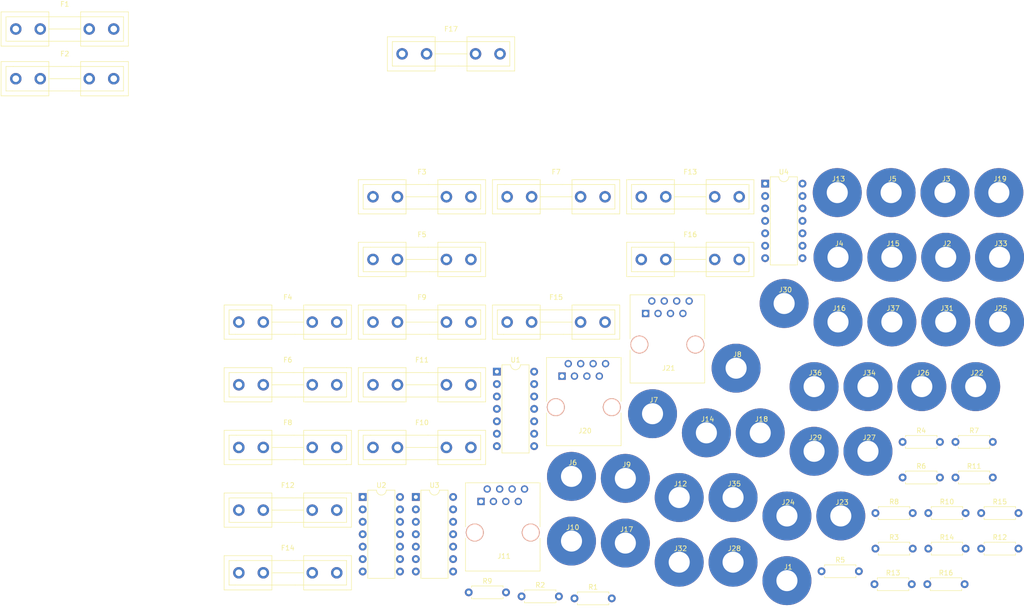
<source format=kicad_pcb>
(kicad_pcb (version 4) (host pcbnew 4.0.7)

  (general
    (links 156)
    (no_connects 156)
    (area 67.31 50.8 231.91 143.345)
    (thickness 1.6)
    (drawings 0)
    (tracks 0)
    (zones 0)
    (modules 74)
    (nets 52)
  )

  (page A4)
  (layers
    (0 F.Cu signal)
    (31 B.Cu signal)
    (32 B.Adhes user)
    (33 F.Adhes user)
    (34 B.Paste user)
    (35 F.Paste user)
    (36 B.SilkS user)
    (37 F.SilkS user)
    (38 B.Mask user)
    (39 F.Mask user)
    (40 Dwgs.User user)
    (41 Cmts.User user)
    (42 Eco1.User user)
    (43 Eco2.User user)
    (44 Edge.Cuts user)
    (45 Margin user)
    (46 B.CrtYd user)
    (47 F.CrtYd user)
    (48 B.Fab user)
    (49 F.Fab user)
  )

  (setup
    (last_trace_width 1)
    (trace_clearance 0.5)
    (zone_clearance 0.508)
    (zone_45_only no)
    (trace_min 0.2)
    (segment_width 0.2)
    (edge_width 0.15)
    (via_size 1.5)
    (via_drill 1)
    (via_min_size 0.4)
    (via_min_drill 0.3)
    (uvia_size 1)
    (uvia_drill 0.5)
    (uvias_allowed no)
    (uvia_min_size 0.2)
    (uvia_min_drill 0.1)
    (pcb_text_width 0.3)
    (pcb_text_size 1.5 1.5)
    (mod_edge_width 0.15)
    (mod_text_size 1 1)
    (mod_text_width 0.15)
    (pad_size 1.524 1.524)
    (pad_drill 0.762)
    (pad_to_mask_clearance 0.2)
    (aux_axis_origin 0 0)
    (visible_elements 7FFFF7FF)
    (pcbplotparams
      (layerselection 0x00030_80000001)
      (usegerberextensions false)
      (excludeedgelayer true)
      (linewidth 0.100000)
      (plotframeref false)
      (viasonmask false)
      (mode 1)
      (useauxorigin false)
      (hpglpennumber 1)
      (hpglpenspeed 20)
      (hpglpendiameter 15)
      (hpglpenoverlay 2)
      (psnegative false)
      (psa4output false)
      (plotreference true)
      (plotvalue true)
      (plotinvisibletext false)
      (padsonsilk false)
      (subtractmaskfromsilk false)
      (outputformat 1)
      (mirror false)
      (drillshape 1)
      (scaleselection 1)
      (outputdirectory ""))
  )

  (net 0 "")
  (net 1 "Net-(F1-Pad2)")
  (net 2 GND)
  (net 3 "Net-(F2-Pad2)")
  (net 4 "Net-(F2-Pad1)")
  (net 5 "Net-(F3-Pad2)")
  (net 6 "Net-(F3-Pad1)")
  (net 7 "Net-(F4-Pad2)")
  (net 8 "Net-(F4-Pad1)")
  (net 9 "Net-(F5-Pad2)")
  (net 10 "Net-(F5-Pad1)")
  (net 11 "Net-(F6-Pad2)")
  (net 12 "Net-(F6-Pad1)")
  (net 13 "Net-(F7-Pad2)")
  (net 14 "Net-(F7-Pad1)")
  (net 15 "Net-(F8-Pad2)")
  (net 16 "Net-(F8-Pad1)")
  (net 17 "Net-(F9-Pad2)")
  (net 18 "Net-(F9-Pad1)")
  (net 19 "Net-(F10-Pad2)")
  (net 20 "Net-(F10-Pad1)")
  (net 21 "Net-(F11-Pad2)")
  (net 22 "Net-(F11-Pad1)")
  (net 23 "Net-(F12-Pad2)")
  (net 24 "Net-(F12-Pad1)")
  (net 25 "Net-(F13-Pad2)")
  (net 26 "Net-(F13-Pad1)")
  (net 27 "Net-(F14-Pad2)")
  (net 28 "Net-(F14-Pad1)")
  (net 29 "Net-(F15-Pad2)")
  (net 30 "Net-(F15-Pad1)")
  (net 31 "Net-(F16-Pad2)")
  (net 32 "Net-(F16-Pad1)")
  (net 33 "Net-(F17-Pad2)")
  (net 34 "Net-(F17-Pad1)")
  (net 35 CUR_9)
  (net 36 CUR_10)
  (net 37 CUR_11)
  (net 38 CUR_12)
  (net 39 CUR_13)
  (net 40 CUR_14)
  (net 41 CUR_15)
  (net 42 CUR_16)
  (net 43 CUR_1)
  (net 44 CUR_2)
  (net 45 CUR_3)
  (net 46 CUR_4)
  (net 47 CUR_5)
  (net 48 CUR_6)
  (net 49 CUR_7)
  (net 50 CUR_8)
  (net 51 ARD_5V)

  (net_class Default "This is the default net class."
    (clearance 0.5)
    (trace_width 1)
    (via_dia 1.5)
    (via_drill 1)
    (uvia_dia 1)
    (uvia_drill 0.5)
    (add_net ARD_5V)
    (add_net CUR_1)
    (add_net CUR_10)
    (add_net CUR_11)
    (add_net CUR_12)
    (add_net CUR_13)
    (add_net CUR_14)
    (add_net CUR_15)
    (add_net CUR_16)
    (add_net CUR_2)
    (add_net CUR_3)
    (add_net CUR_4)
    (add_net CUR_5)
    (add_net CUR_6)
    (add_net CUR_7)
    (add_net CUR_8)
    (add_net CUR_9)
    (add_net GND)
    (add_net "Net-(F1-Pad2)")
    (add_net "Net-(F10-Pad1)")
    (add_net "Net-(F10-Pad2)")
    (add_net "Net-(F11-Pad1)")
    (add_net "Net-(F11-Pad2)")
    (add_net "Net-(F12-Pad1)")
    (add_net "Net-(F12-Pad2)")
    (add_net "Net-(F13-Pad1)")
    (add_net "Net-(F13-Pad2)")
    (add_net "Net-(F14-Pad1)")
    (add_net "Net-(F14-Pad2)")
    (add_net "Net-(F15-Pad1)")
    (add_net "Net-(F15-Pad2)")
    (add_net "Net-(F16-Pad1)")
    (add_net "Net-(F16-Pad2)")
    (add_net "Net-(F17-Pad1)")
    (add_net "Net-(F17-Pad2)")
    (add_net "Net-(F2-Pad1)")
    (add_net "Net-(F2-Pad2)")
    (add_net "Net-(F3-Pad1)")
    (add_net "Net-(F3-Pad2)")
    (add_net "Net-(F4-Pad1)")
    (add_net "Net-(F4-Pad2)")
    (add_net "Net-(F5-Pad1)")
    (add_net "Net-(F5-Pad2)")
    (add_net "Net-(F6-Pad1)")
    (add_net "Net-(F6-Pad2)")
    (add_net "Net-(F7-Pad1)")
    (add_net "Net-(F7-Pad2)")
    (add_net "Net-(F8-Pad1)")
    (add_net "Net-(F8-Pad2)")
    (add_net "Net-(F9-Pad1)")
    (add_net "Net-(F9-Pad2)")
  )

  (net_class Power ""
    (clearance 0.5)
    (trace_width 5)
    (via_dia 1.5)
    (via_drill 1)
    (uvia_dia 1)
    (uvia_drill 0.5)
  )

  (module Fuse_Holders_and_Fuses:Fuseholder5x20_horiz_open_inline_Type-I (layer F.Cu) (tedit 5880C3AD) (tstamp 59C4D7DE)
    (at 25.48 22.86)
    (descr "Fuseholder, 5x20, open, horizontal, Type-I, Inline,")
    (tags "Fuseholder 5x20 open horizontal Type-I Inline Sicherungshalter offen ")
    (path /59A8067F)
    (fp_text reference F1 (at 10 -5.08) (layer F.SilkS)
      (effects (font (size 1 1) (thickness 0.15)))
    )
    (fp_text value Fuse (at 11.27 5.08) (layer F.Fab)
      (effects (font (size 1 1) (thickness 0.15)))
    )
    (fp_line (start 5 0) (end 15 0) (layer F.Fab) (width 0.1))
    (fp_line (start -2 -2.5) (end 22 -2.5) (layer F.Fab) (width 0.1))
    (fp_line (start 22 -2.5) (end 22 2.5) (layer F.Fab) (width 0.1))
    (fp_line (start 22 2.5) (end -2 2.5) (layer F.Fab) (width 0.1))
    (fp_line (start -2 2.5) (end -2 -2.5) (layer F.Fab) (width 0.1))
    (fp_line (start 13.35 -3.4) (end 13.35 3.4) (layer F.Fab) (width 0.1))
    (fp_line (start 13.35 3.4) (end 22.9 3.4) (layer F.Fab) (width 0.1))
    (fp_line (start 22.9 3.4) (end 22.9 -3.4) (layer F.Fab) (width 0.1))
    (fp_line (start 22.9 -3.4) (end 13.35 -3.4) (layer F.Fab) (width 0.1))
    (fp_line (start -2.95 -3.4) (end 6.65 -3.4) (layer F.Fab) (width 0.1))
    (fp_line (start 6.65 -3.4) (end 6.65 3.4) (layer F.Fab) (width 0.1))
    (fp_line (start 6.65 3.4) (end -2.9 3.4) (layer F.Fab) (width 0.1))
    (fp_line (start -2.9 3.4) (end -2.9 -3.4) (layer F.Fab) (width 0.1))
    (fp_line (start 13.25 0) (end 6.75 0) (layer F.SilkS) (width 0.12))
    (fp_line (start 13.25 -3.5) (end 13.25 3.5) (layer F.SilkS) (width 0.12))
    (fp_line (start 22 3.5) (end 13.25 3.5) (layer F.SilkS) (width 0.12))
    (fp_line (start 22 -3.5) (end 13.25 -3.5) (layer F.SilkS) (width 0.12))
    (fp_line (start -0.75 2.5) (end -2 2.5) (layer F.SilkS) (width 0.12))
    (fp_line (start -0.5 -2.5) (end -2 -2.5) (layer F.SilkS) (width 0.12))
    (fp_line (start 11.5 2.5) (end -0.75 2.5) (layer F.SilkS) (width 0.12))
    (fp_line (start 11.25 -2.5) (end -0.5 -2.5) (layer F.SilkS) (width 0.12))
    (fp_line (start 22 2.5) (end 11.5 2.5) (layer F.SilkS) (width 0.12))
    (fp_line (start 22 -2.5) (end 11.25 -2.5) (layer F.SilkS) (width 0.12))
    (fp_line (start 22 -2.5) (end 22 2.5) (layer F.SilkS) (width 0.12))
    (fp_line (start 23 -3.5) (end 22 -3.5) (layer F.SilkS) (width 0.12))
    (fp_line (start 23 -3.5) (end 23 3.5) (layer F.SilkS) (width 0.12))
    (fp_line (start 23 3.5) (end 22 3.5) (layer F.SilkS) (width 0.12))
    (fp_line (start -2 -2.5) (end -2 2.5) (layer F.SilkS) (width 0.12))
    (fp_line (start 6.75 -3.5) (end -3 -3.5) (layer F.SilkS) (width 0.12))
    (fp_line (start -3 -3.5) (end -3 3.5) (layer F.SilkS) (width 0.12))
    (fp_line (start 6.75 3.5) (end -3 3.5) (layer F.SilkS) (width 0.12))
    (fp_line (start 6.75 -3.5) (end 6.75 3.5) (layer F.SilkS) (width 0.12))
    (fp_line (start -3.2 -3.65) (end 23.15 -3.65) (layer F.CrtYd) (width 0.05))
    (fp_line (start -3.2 -3.65) (end -3.2 3.65) (layer F.CrtYd) (width 0.05))
    (fp_line (start 23.15 3.65) (end 23.15 -3.65) (layer F.CrtYd) (width 0.05))
    (fp_line (start 23.15 3.65) (end -3.2 3.65) (layer F.CrtYd) (width 0.05))
    (pad 2 thru_hole circle (at 15 0) (size 2.35 2.35) (drill 1.35) (layers *.Cu *.Mask)
      (net 1 "Net-(F1-Pad2)"))
    (pad 2 thru_hole circle (at 20 0) (size 2.35 2.35) (drill 1.35) (layers *.Cu *.Mask)
      (net 1 "Net-(F1-Pad2)"))
    (pad 1 thru_hole circle (at 5 0) (size 2.35 2.35) (drill 1.35) (layers *.Cu *.Mask)
      (net 2 GND))
    (pad 1 thru_hole circle (at 0 0) (size 2.35 2.35) (drill 1.35) (layers *.Cu *.Mask)
      (net 2 GND))
  )

  (module Fuse_Holders_and_Fuses:Fuseholder5x20_horiz_open_inline_Type-I (layer F.Cu) (tedit 5880C3AD) (tstamp 59C4D80A)
    (at 25.48 33.02)
    (descr "Fuseholder, 5x20, open, horizontal, Type-I, Inline,")
    (tags "Fuseholder 5x20 open horizontal Type-I Inline Sicherungshalter offen ")
    (path /59A7F37B)
    (fp_text reference F2 (at 10 -5.08) (layer F.SilkS)
      (effects (font (size 1 1) (thickness 0.15)))
    )
    (fp_text value Fuse (at 11.27 5.08) (layer F.Fab)
      (effects (font (size 1 1) (thickness 0.15)))
    )
    (fp_line (start 5 0) (end 15 0) (layer F.Fab) (width 0.1))
    (fp_line (start -2 -2.5) (end 22 -2.5) (layer F.Fab) (width 0.1))
    (fp_line (start 22 -2.5) (end 22 2.5) (layer F.Fab) (width 0.1))
    (fp_line (start 22 2.5) (end -2 2.5) (layer F.Fab) (width 0.1))
    (fp_line (start -2 2.5) (end -2 -2.5) (layer F.Fab) (width 0.1))
    (fp_line (start 13.35 -3.4) (end 13.35 3.4) (layer F.Fab) (width 0.1))
    (fp_line (start 13.35 3.4) (end 22.9 3.4) (layer F.Fab) (width 0.1))
    (fp_line (start 22.9 3.4) (end 22.9 -3.4) (layer F.Fab) (width 0.1))
    (fp_line (start 22.9 -3.4) (end 13.35 -3.4) (layer F.Fab) (width 0.1))
    (fp_line (start -2.95 -3.4) (end 6.65 -3.4) (layer F.Fab) (width 0.1))
    (fp_line (start 6.65 -3.4) (end 6.65 3.4) (layer F.Fab) (width 0.1))
    (fp_line (start 6.65 3.4) (end -2.9 3.4) (layer F.Fab) (width 0.1))
    (fp_line (start -2.9 3.4) (end -2.9 -3.4) (layer F.Fab) (width 0.1))
    (fp_line (start 13.25 0) (end 6.75 0) (layer F.SilkS) (width 0.12))
    (fp_line (start 13.25 -3.5) (end 13.25 3.5) (layer F.SilkS) (width 0.12))
    (fp_line (start 22 3.5) (end 13.25 3.5) (layer F.SilkS) (width 0.12))
    (fp_line (start 22 -3.5) (end 13.25 -3.5) (layer F.SilkS) (width 0.12))
    (fp_line (start -0.75 2.5) (end -2 2.5) (layer F.SilkS) (width 0.12))
    (fp_line (start -0.5 -2.5) (end -2 -2.5) (layer F.SilkS) (width 0.12))
    (fp_line (start 11.5 2.5) (end -0.75 2.5) (layer F.SilkS) (width 0.12))
    (fp_line (start 11.25 -2.5) (end -0.5 -2.5) (layer F.SilkS) (width 0.12))
    (fp_line (start 22 2.5) (end 11.5 2.5) (layer F.SilkS) (width 0.12))
    (fp_line (start 22 -2.5) (end 11.25 -2.5) (layer F.SilkS) (width 0.12))
    (fp_line (start 22 -2.5) (end 22 2.5) (layer F.SilkS) (width 0.12))
    (fp_line (start 23 -3.5) (end 22 -3.5) (layer F.SilkS) (width 0.12))
    (fp_line (start 23 -3.5) (end 23 3.5) (layer F.SilkS) (width 0.12))
    (fp_line (start 23 3.5) (end 22 3.5) (layer F.SilkS) (width 0.12))
    (fp_line (start -2 -2.5) (end -2 2.5) (layer F.SilkS) (width 0.12))
    (fp_line (start 6.75 -3.5) (end -3 -3.5) (layer F.SilkS) (width 0.12))
    (fp_line (start -3 -3.5) (end -3 3.5) (layer F.SilkS) (width 0.12))
    (fp_line (start 6.75 3.5) (end -3 3.5) (layer F.SilkS) (width 0.12))
    (fp_line (start 6.75 -3.5) (end 6.75 3.5) (layer F.SilkS) (width 0.12))
    (fp_line (start -3.2 -3.65) (end 23.15 -3.65) (layer F.CrtYd) (width 0.05))
    (fp_line (start -3.2 -3.65) (end -3.2 3.65) (layer F.CrtYd) (width 0.05))
    (fp_line (start 23.15 3.65) (end 23.15 -3.65) (layer F.CrtYd) (width 0.05))
    (fp_line (start 23.15 3.65) (end -3.2 3.65) (layer F.CrtYd) (width 0.05))
    (pad 2 thru_hole circle (at 15 0) (size 2.35 2.35) (drill 1.35) (layers *.Cu *.Mask)
      (net 3 "Net-(F2-Pad2)"))
    (pad 2 thru_hole circle (at 20 0) (size 2.35 2.35) (drill 1.35) (layers *.Cu *.Mask)
      (net 3 "Net-(F2-Pad2)"))
    (pad 1 thru_hole circle (at 5 0) (size 2.35 2.35) (drill 1.35) (layers *.Cu *.Mask)
      (net 4 "Net-(F2-Pad1)"))
    (pad 1 thru_hole circle (at 0 0) (size 2.35 2.35) (drill 1.35) (layers *.Cu *.Mask)
      (net 4 "Net-(F2-Pad1)"))
  )

  (module Fuse_Holders_and_Fuses:Fuseholder5x20_horiz_open_inline_Type-I (layer F.Cu) (tedit 5880C3AD) (tstamp 59C4D836)
    (at 98.435001 57.155)
    (descr "Fuseholder, 5x20, open, horizontal, Type-I, Inline,")
    (tags "Fuseholder 5x20 open horizontal Type-I Inline Sicherungshalter offen ")
    (path /59A81937)
    (fp_text reference F3 (at 10 -5.08) (layer F.SilkS)
      (effects (font (size 1 1) (thickness 0.15)))
    )
    (fp_text value Fuse (at 11.27 5.08) (layer F.Fab)
      (effects (font (size 1 1) (thickness 0.15)))
    )
    (fp_line (start 5 0) (end 15 0) (layer F.Fab) (width 0.1))
    (fp_line (start -2 -2.5) (end 22 -2.5) (layer F.Fab) (width 0.1))
    (fp_line (start 22 -2.5) (end 22 2.5) (layer F.Fab) (width 0.1))
    (fp_line (start 22 2.5) (end -2 2.5) (layer F.Fab) (width 0.1))
    (fp_line (start -2 2.5) (end -2 -2.5) (layer F.Fab) (width 0.1))
    (fp_line (start 13.35 -3.4) (end 13.35 3.4) (layer F.Fab) (width 0.1))
    (fp_line (start 13.35 3.4) (end 22.9 3.4) (layer F.Fab) (width 0.1))
    (fp_line (start 22.9 3.4) (end 22.9 -3.4) (layer F.Fab) (width 0.1))
    (fp_line (start 22.9 -3.4) (end 13.35 -3.4) (layer F.Fab) (width 0.1))
    (fp_line (start -2.95 -3.4) (end 6.65 -3.4) (layer F.Fab) (width 0.1))
    (fp_line (start 6.65 -3.4) (end 6.65 3.4) (layer F.Fab) (width 0.1))
    (fp_line (start 6.65 3.4) (end -2.9 3.4) (layer F.Fab) (width 0.1))
    (fp_line (start -2.9 3.4) (end -2.9 -3.4) (layer F.Fab) (width 0.1))
    (fp_line (start 13.25 0) (end 6.75 0) (layer F.SilkS) (width 0.12))
    (fp_line (start 13.25 -3.5) (end 13.25 3.5) (layer F.SilkS) (width 0.12))
    (fp_line (start 22 3.5) (end 13.25 3.5) (layer F.SilkS) (width 0.12))
    (fp_line (start 22 -3.5) (end 13.25 -3.5) (layer F.SilkS) (width 0.12))
    (fp_line (start -0.75 2.5) (end -2 2.5) (layer F.SilkS) (width 0.12))
    (fp_line (start -0.5 -2.5) (end -2 -2.5) (layer F.SilkS) (width 0.12))
    (fp_line (start 11.5 2.5) (end -0.75 2.5) (layer F.SilkS) (width 0.12))
    (fp_line (start 11.25 -2.5) (end -0.5 -2.5) (layer F.SilkS) (width 0.12))
    (fp_line (start 22 2.5) (end 11.5 2.5) (layer F.SilkS) (width 0.12))
    (fp_line (start 22 -2.5) (end 11.25 -2.5) (layer F.SilkS) (width 0.12))
    (fp_line (start 22 -2.5) (end 22 2.5) (layer F.SilkS) (width 0.12))
    (fp_line (start 23 -3.5) (end 22 -3.5) (layer F.SilkS) (width 0.12))
    (fp_line (start 23 -3.5) (end 23 3.5) (layer F.SilkS) (width 0.12))
    (fp_line (start 23 3.5) (end 22 3.5) (layer F.SilkS) (width 0.12))
    (fp_line (start -2 -2.5) (end -2 2.5) (layer F.SilkS) (width 0.12))
    (fp_line (start 6.75 -3.5) (end -3 -3.5) (layer F.SilkS) (width 0.12))
    (fp_line (start -3 -3.5) (end -3 3.5) (layer F.SilkS) (width 0.12))
    (fp_line (start 6.75 3.5) (end -3 3.5) (layer F.SilkS) (width 0.12))
    (fp_line (start 6.75 -3.5) (end 6.75 3.5) (layer F.SilkS) (width 0.12))
    (fp_line (start -3.2 -3.65) (end 23.15 -3.65) (layer F.CrtYd) (width 0.05))
    (fp_line (start -3.2 -3.65) (end -3.2 3.65) (layer F.CrtYd) (width 0.05))
    (fp_line (start 23.15 3.65) (end 23.15 -3.65) (layer F.CrtYd) (width 0.05))
    (fp_line (start 23.15 3.65) (end -3.2 3.65) (layer F.CrtYd) (width 0.05))
    (pad 2 thru_hole circle (at 15 0) (size 2.35 2.35) (drill 1.35) (layers *.Cu *.Mask)
      (net 5 "Net-(F3-Pad2)"))
    (pad 2 thru_hole circle (at 20 0) (size 2.35 2.35) (drill 1.35) (layers *.Cu *.Mask)
      (net 5 "Net-(F3-Pad2)"))
    (pad 1 thru_hole circle (at 5 0) (size 2.35 2.35) (drill 1.35) (layers *.Cu *.Mask)
      (net 6 "Net-(F3-Pad1)"))
    (pad 1 thru_hole circle (at 0 0) (size 2.35 2.35) (drill 1.35) (layers *.Cu *.Mask)
      (net 6 "Net-(F3-Pad1)"))
  )

  (module Fuse_Holders_and_Fuses:Fuseholder5x20_horiz_open_inline_Type-I (layer F.Cu) (tedit 5880C3AD) (tstamp 59C4D862)
    (at 71.035001 82.775)
    (descr "Fuseholder, 5x20, open, horizontal, Type-I, Inline,")
    (tags "Fuseholder 5x20 open horizontal Type-I Inline Sicherungshalter offen ")
    (path /59A8AF14)
    (fp_text reference F4 (at 10 -5.08) (layer F.SilkS)
      (effects (font (size 1 1) (thickness 0.15)))
    )
    (fp_text value Fuse (at 11.27 5.08) (layer F.Fab)
      (effects (font (size 1 1) (thickness 0.15)))
    )
    (fp_line (start 5 0) (end 15 0) (layer F.Fab) (width 0.1))
    (fp_line (start -2 -2.5) (end 22 -2.5) (layer F.Fab) (width 0.1))
    (fp_line (start 22 -2.5) (end 22 2.5) (layer F.Fab) (width 0.1))
    (fp_line (start 22 2.5) (end -2 2.5) (layer F.Fab) (width 0.1))
    (fp_line (start -2 2.5) (end -2 -2.5) (layer F.Fab) (width 0.1))
    (fp_line (start 13.35 -3.4) (end 13.35 3.4) (layer F.Fab) (width 0.1))
    (fp_line (start 13.35 3.4) (end 22.9 3.4) (layer F.Fab) (width 0.1))
    (fp_line (start 22.9 3.4) (end 22.9 -3.4) (layer F.Fab) (width 0.1))
    (fp_line (start 22.9 -3.4) (end 13.35 -3.4) (layer F.Fab) (width 0.1))
    (fp_line (start -2.95 -3.4) (end 6.65 -3.4) (layer F.Fab) (width 0.1))
    (fp_line (start 6.65 -3.4) (end 6.65 3.4) (layer F.Fab) (width 0.1))
    (fp_line (start 6.65 3.4) (end -2.9 3.4) (layer F.Fab) (width 0.1))
    (fp_line (start -2.9 3.4) (end -2.9 -3.4) (layer F.Fab) (width 0.1))
    (fp_line (start 13.25 0) (end 6.75 0) (layer F.SilkS) (width 0.12))
    (fp_line (start 13.25 -3.5) (end 13.25 3.5) (layer F.SilkS) (width 0.12))
    (fp_line (start 22 3.5) (end 13.25 3.5) (layer F.SilkS) (width 0.12))
    (fp_line (start 22 -3.5) (end 13.25 -3.5) (layer F.SilkS) (width 0.12))
    (fp_line (start -0.75 2.5) (end -2 2.5) (layer F.SilkS) (width 0.12))
    (fp_line (start -0.5 -2.5) (end -2 -2.5) (layer F.SilkS) (width 0.12))
    (fp_line (start 11.5 2.5) (end -0.75 2.5) (layer F.SilkS) (width 0.12))
    (fp_line (start 11.25 -2.5) (end -0.5 -2.5) (layer F.SilkS) (width 0.12))
    (fp_line (start 22 2.5) (end 11.5 2.5) (layer F.SilkS) (width 0.12))
    (fp_line (start 22 -2.5) (end 11.25 -2.5) (layer F.SilkS) (width 0.12))
    (fp_line (start 22 -2.5) (end 22 2.5) (layer F.SilkS) (width 0.12))
    (fp_line (start 23 -3.5) (end 22 -3.5) (layer F.SilkS) (width 0.12))
    (fp_line (start 23 -3.5) (end 23 3.5) (layer F.SilkS) (width 0.12))
    (fp_line (start 23 3.5) (end 22 3.5) (layer F.SilkS) (width 0.12))
    (fp_line (start -2 -2.5) (end -2 2.5) (layer F.SilkS) (width 0.12))
    (fp_line (start 6.75 -3.5) (end -3 -3.5) (layer F.SilkS) (width 0.12))
    (fp_line (start -3 -3.5) (end -3 3.5) (layer F.SilkS) (width 0.12))
    (fp_line (start 6.75 3.5) (end -3 3.5) (layer F.SilkS) (width 0.12))
    (fp_line (start 6.75 -3.5) (end 6.75 3.5) (layer F.SilkS) (width 0.12))
    (fp_line (start -3.2 -3.65) (end 23.15 -3.65) (layer F.CrtYd) (width 0.05))
    (fp_line (start -3.2 -3.65) (end -3.2 3.65) (layer F.CrtYd) (width 0.05))
    (fp_line (start 23.15 3.65) (end 23.15 -3.65) (layer F.CrtYd) (width 0.05))
    (fp_line (start 23.15 3.65) (end -3.2 3.65) (layer F.CrtYd) (width 0.05))
    (pad 2 thru_hole circle (at 15 0) (size 2.35 2.35) (drill 1.35) (layers *.Cu *.Mask)
      (net 7 "Net-(F4-Pad2)"))
    (pad 2 thru_hole circle (at 20 0) (size 2.35 2.35) (drill 1.35) (layers *.Cu *.Mask)
      (net 7 "Net-(F4-Pad2)"))
    (pad 1 thru_hole circle (at 5 0) (size 2.35 2.35) (drill 1.35) (layers *.Cu *.Mask)
      (net 8 "Net-(F4-Pad1)"))
    (pad 1 thru_hole circle (at 0 0) (size 2.35 2.35) (drill 1.35) (layers *.Cu *.Mask)
      (net 8 "Net-(F4-Pad1)"))
  )

  (module Fuse_Holders_and_Fuses:Fuseholder5x20_horiz_open_inline_Type-I (layer F.Cu) (tedit 5880C3AD) (tstamp 59C4D88E)
    (at 98.435001 69.965)
    (descr "Fuseholder, 5x20, open, horizontal, Type-I, Inline,")
    (tags "Fuseholder 5x20 open horizontal Type-I Inline Sicherungshalter offen ")
    (path /59A8AF47)
    (fp_text reference F5 (at 10 -5.08) (layer F.SilkS)
      (effects (font (size 1 1) (thickness 0.15)))
    )
    (fp_text value Fuse (at 11.27 5.08) (layer F.Fab)
      (effects (font (size 1 1) (thickness 0.15)))
    )
    (fp_line (start 5 0) (end 15 0) (layer F.Fab) (width 0.1))
    (fp_line (start -2 -2.5) (end 22 -2.5) (layer F.Fab) (width 0.1))
    (fp_line (start 22 -2.5) (end 22 2.5) (layer F.Fab) (width 0.1))
    (fp_line (start 22 2.5) (end -2 2.5) (layer F.Fab) (width 0.1))
    (fp_line (start -2 2.5) (end -2 -2.5) (layer F.Fab) (width 0.1))
    (fp_line (start 13.35 -3.4) (end 13.35 3.4) (layer F.Fab) (width 0.1))
    (fp_line (start 13.35 3.4) (end 22.9 3.4) (layer F.Fab) (width 0.1))
    (fp_line (start 22.9 3.4) (end 22.9 -3.4) (layer F.Fab) (width 0.1))
    (fp_line (start 22.9 -3.4) (end 13.35 -3.4) (layer F.Fab) (width 0.1))
    (fp_line (start -2.95 -3.4) (end 6.65 -3.4) (layer F.Fab) (width 0.1))
    (fp_line (start 6.65 -3.4) (end 6.65 3.4) (layer F.Fab) (width 0.1))
    (fp_line (start 6.65 3.4) (end -2.9 3.4) (layer F.Fab) (width 0.1))
    (fp_line (start -2.9 3.4) (end -2.9 -3.4) (layer F.Fab) (width 0.1))
    (fp_line (start 13.25 0) (end 6.75 0) (layer F.SilkS) (width 0.12))
    (fp_line (start 13.25 -3.5) (end 13.25 3.5) (layer F.SilkS) (width 0.12))
    (fp_line (start 22 3.5) (end 13.25 3.5) (layer F.SilkS) (width 0.12))
    (fp_line (start 22 -3.5) (end 13.25 -3.5) (layer F.SilkS) (width 0.12))
    (fp_line (start -0.75 2.5) (end -2 2.5) (layer F.SilkS) (width 0.12))
    (fp_line (start -0.5 -2.5) (end -2 -2.5) (layer F.SilkS) (width 0.12))
    (fp_line (start 11.5 2.5) (end -0.75 2.5) (layer F.SilkS) (width 0.12))
    (fp_line (start 11.25 -2.5) (end -0.5 -2.5) (layer F.SilkS) (width 0.12))
    (fp_line (start 22 2.5) (end 11.5 2.5) (layer F.SilkS) (width 0.12))
    (fp_line (start 22 -2.5) (end 11.25 -2.5) (layer F.SilkS) (width 0.12))
    (fp_line (start 22 -2.5) (end 22 2.5) (layer F.SilkS) (width 0.12))
    (fp_line (start 23 -3.5) (end 22 -3.5) (layer F.SilkS) (width 0.12))
    (fp_line (start 23 -3.5) (end 23 3.5) (layer F.SilkS) (width 0.12))
    (fp_line (start 23 3.5) (end 22 3.5) (layer F.SilkS) (width 0.12))
    (fp_line (start -2 -2.5) (end -2 2.5) (layer F.SilkS) (width 0.12))
    (fp_line (start 6.75 -3.5) (end -3 -3.5) (layer F.SilkS) (width 0.12))
    (fp_line (start -3 -3.5) (end -3 3.5) (layer F.SilkS) (width 0.12))
    (fp_line (start 6.75 3.5) (end -3 3.5) (layer F.SilkS) (width 0.12))
    (fp_line (start 6.75 -3.5) (end 6.75 3.5) (layer F.SilkS) (width 0.12))
    (fp_line (start -3.2 -3.65) (end 23.15 -3.65) (layer F.CrtYd) (width 0.05))
    (fp_line (start -3.2 -3.65) (end -3.2 3.65) (layer F.CrtYd) (width 0.05))
    (fp_line (start 23.15 3.65) (end 23.15 -3.65) (layer F.CrtYd) (width 0.05))
    (fp_line (start 23.15 3.65) (end -3.2 3.65) (layer F.CrtYd) (width 0.05))
    (pad 2 thru_hole circle (at 15 0) (size 2.35 2.35) (drill 1.35) (layers *.Cu *.Mask)
      (net 9 "Net-(F5-Pad2)"))
    (pad 2 thru_hole circle (at 20 0) (size 2.35 2.35) (drill 1.35) (layers *.Cu *.Mask)
      (net 9 "Net-(F5-Pad2)"))
    (pad 1 thru_hole circle (at 5 0) (size 2.35 2.35) (drill 1.35) (layers *.Cu *.Mask)
      (net 10 "Net-(F5-Pad1)"))
    (pad 1 thru_hole circle (at 0 0) (size 2.35 2.35) (drill 1.35) (layers *.Cu *.Mask)
      (net 10 "Net-(F5-Pad1)"))
  )

  (module Fuse_Holders_and_Fuses:Fuseholder5x20_horiz_open_inline_Type-I (layer F.Cu) (tedit 5880C3AD) (tstamp 59C4D8BA)
    (at 71.035001 95.585)
    (descr "Fuseholder, 5x20, open, horizontal, Type-I, Inline,")
    (tags "Fuseholder 5x20 open horizontal Type-I Inline Sicherungshalter offen ")
    (path /59A81E2A)
    (fp_text reference F6 (at 10 -5.08) (layer F.SilkS)
      (effects (font (size 1 1) (thickness 0.15)))
    )
    (fp_text value Fuse (at 11.27 5.08) (layer F.Fab)
      (effects (font (size 1 1) (thickness 0.15)))
    )
    (fp_line (start 5 0) (end 15 0) (layer F.Fab) (width 0.1))
    (fp_line (start -2 -2.5) (end 22 -2.5) (layer F.Fab) (width 0.1))
    (fp_line (start 22 -2.5) (end 22 2.5) (layer F.Fab) (width 0.1))
    (fp_line (start 22 2.5) (end -2 2.5) (layer F.Fab) (width 0.1))
    (fp_line (start -2 2.5) (end -2 -2.5) (layer F.Fab) (width 0.1))
    (fp_line (start 13.35 -3.4) (end 13.35 3.4) (layer F.Fab) (width 0.1))
    (fp_line (start 13.35 3.4) (end 22.9 3.4) (layer F.Fab) (width 0.1))
    (fp_line (start 22.9 3.4) (end 22.9 -3.4) (layer F.Fab) (width 0.1))
    (fp_line (start 22.9 -3.4) (end 13.35 -3.4) (layer F.Fab) (width 0.1))
    (fp_line (start -2.95 -3.4) (end 6.65 -3.4) (layer F.Fab) (width 0.1))
    (fp_line (start 6.65 -3.4) (end 6.65 3.4) (layer F.Fab) (width 0.1))
    (fp_line (start 6.65 3.4) (end -2.9 3.4) (layer F.Fab) (width 0.1))
    (fp_line (start -2.9 3.4) (end -2.9 -3.4) (layer F.Fab) (width 0.1))
    (fp_line (start 13.25 0) (end 6.75 0) (layer F.SilkS) (width 0.12))
    (fp_line (start 13.25 -3.5) (end 13.25 3.5) (layer F.SilkS) (width 0.12))
    (fp_line (start 22 3.5) (end 13.25 3.5) (layer F.SilkS) (width 0.12))
    (fp_line (start 22 -3.5) (end 13.25 -3.5) (layer F.SilkS) (width 0.12))
    (fp_line (start -0.75 2.5) (end -2 2.5) (layer F.SilkS) (width 0.12))
    (fp_line (start -0.5 -2.5) (end -2 -2.5) (layer F.SilkS) (width 0.12))
    (fp_line (start 11.5 2.5) (end -0.75 2.5) (layer F.SilkS) (width 0.12))
    (fp_line (start 11.25 -2.5) (end -0.5 -2.5) (layer F.SilkS) (width 0.12))
    (fp_line (start 22 2.5) (end 11.5 2.5) (layer F.SilkS) (width 0.12))
    (fp_line (start 22 -2.5) (end 11.25 -2.5) (layer F.SilkS) (width 0.12))
    (fp_line (start 22 -2.5) (end 22 2.5) (layer F.SilkS) (width 0.12))
    (fp_line (start 23 -3.5) (end 22 -3.5) (layer F.SilkS) (width 0.12))
    (fp_line (start 23 -3.5) (end 23 3.5) (layer F.SilkS) (width 0.12))
    (fp_line (start 23 3.5) (end 22 3.5) (layer F.SilkS) (width 0.12))
    (fp_line (start -2 -2.5) (end -2 2.5) (layer F.SilkS) (width 0.12))
    (fp_line (start 6.75 -3.5) (end -3 -3.5) (layer F.SilkS) (width 0.12))
    (fp_line (start -3 -3.5) (end -3 3.5) (layer F.SilkS) (width 0.12))
    (fp_line (start 6.75 3.5) (end -3 3.5) (layer F.SilkS) (width 0.12))
    (fp_line (start 6.75 -3.5) (end 6.75 3.5) (layer F.SilkS) (width 0.12))
    (fp_line (start -3.2 -3.65) (end 23.15 -3.65) (layer F.CrtYd) (width 0.05))
    (fp_line (start -3.2 -3.65) (end -3.2 3.65) (layer F.CrtYd) (width 0.05))
    (fp_line (start 23.15 3.65) (end 23.15 -3.65) (layer F.CrtYd) (width 0.05))
    (fp_line (start 23.15 3.65) (end -3.2 3.65) (layer F.CrtYd) (width 0.05))
    (pad 2 thru_hole circle (at 15 0) (size 2.35 2.35) (drill 1.35) (layers *.Cu *.Mask)
      (net 11 "Net-(F6-Pad2)"))
    (pad 2 thru_hole circle (at 20 0) (size 2.35 2.35) (drill 1.35) (layers *.Cu *.Mask)
      (net 11 "Net-(F6-Pad2)"))
    (pad 1 thru_hole circle (at 5 0) (size 2.35 2.35) (drill 1.35) (layers *.Cu *.Mask)
      (net 12 "Net-(F6-Pad1)"))
    (pad 1 thru_hole circle (at 0 0) (size 2.35 2.35) (drill 1.35) (layers *.Cu *.Mask)
      (net 12 "Net-(F6-Pad1)"))
  )

  (module Fuse_Holders_and_Fuses:Fuseholder5x20_horiz_open_inline_Type-I (layer F.Cu) (tedit 5880C3AD) (tstamp 59C4D8E6)
    (at 125.835001 57.155)
    (descr "Fuseholder, 5x20, open, horizontal, Type-I, Inline,")
    (tags "Fuseholder 5x20 open horizontal Type-I Inline Sicherungshalter offen ")
    (path /59A82012)
    (fp_text reference F7 (at 10 -5.08) (layer F.SilkS)
      (effects (font (size 1 1) (thickness 0.15)))
    )
    (fp_text value Fuse (at 11.27 5.08) (layer F.Fab)
      (effects (font (size 1 1) (thickness 0.15)))
    )
    (fp_line (start 5 0) (end 15 0) (layer F.Fab) (width 0.1))
    (fp_line (start -2 -2.5) (end 22 -2.5) (layer F.Fab) (width 0.1))
    (fp_line (start 22 -2.5) (end 22 2.5) (layer F.Fab) (width 0.1))
    (fp_line (start 22 2.5) (end -2 2.5) (layer F.Fab) (width 0.1))
    (fp_line (start -2 2.5) (end -2 -2.5) (layer F.Fab) (width 0.1))
    (fp_line (start 13.35 -3.4) (end 13.35 3.4) (layer F.Fab) (width 0.1))
    (fp_line (start 13.35 3.4) (end 22.9 3.4) (layer F.Fab) (width 0.1))
    (fp_line (start 22.9 3.4) (end 22.9 -3.4) (layer F.Fab) (width 0.1))
    (fp_line (start 22.9 -3.4) (end 13.35 -3.4) (layer F.Fab) (width 0.1))
    (fp_line (start -2.95 -3.4) (end 6.65 -3.4) (layer F.Fab) (width 0.1))
    (fp_line (start 6.65 -3.4) (end 6.65 3.4) (layer F.Fab) (width 0.1))
    (fp_line (start 6.65 3.4) (end -2.9 3.4) (layer F.Fab) (width 0.1))
    (fp_line (start -2.9 3.4) (end -2.9 -3.4) (layer F.Fab) (width 0.1))
    (fp_line (start 13.25 0) (end 6.75 0) (layer F.SilkS) (width 0.12))
    (fp_line (start 13.25 -3.5) (end 13.25 3.5) (layer F.SilkS) (width 0.12))
    (fp_line (start 22 3.5) (end 13.25 3.5) (layer F.SilkS) (width 0.12))
    (fp_line (start 22 -3.5) (end 13.25 -3.5) (layer F.SilkS) (width 0.12))
    (fp_line (start -0.75 2.5) (end -2 2.5) (layer F.SilkS) (width 0.12))
    (fp_line (start -0.5 -2.5) (end -2 -2.5) (layer F.SilkS) (width 0.12))
    (fp_line (start 11.5 2.5) (end -0.75 2.5) (layer F.SilkS) (width 0.12))
    (fp_line (start 11.25 -2.5) (end -0.5 -2.5) (layer F.SilkS) (width 0.12))
    (fp_line (start 22 2.5) (end 11.5 2.5) (layer F.SilkS) (width 0.12))
    (fp_line (start 22 -2.5) (end 11.25 -2.5) (layer F.SilkS) (width 0.12))
    (fp_line (start 22 -2.5) (end 22 2.5) (layer F.SilkS) (width 0.12))
    (fp_line (start 23 -3.5) (end 22 -3.5) (layer F.SilkS) (width 0.12))
    (fp_line (start 23 -3.5) (end 23 3.5) (layer F.SilkS) (width 0.12))
    (fp_line (start 23 3.5) (end 22 3.5) (layer F.SilkS) (width 0.12))
    (fp_line (start -2 -2.5) (end -2 2.5) (layer F.SilkS) (width 0.12))
    (fp_line (start 6.75 -3.5) (end -3 -3.5) (layer F.SilkS) (width 0.12))
    (fp_line (start -3 -3.5) (end -3 3.5) (layer F.SilkS) (width 0.12))
    (fp_line (start 6.75 3.5) (end -3 3.5) (layer F.SilkS) (width 0.12))
    (fp_line (start 6.75 -3.5) (end 6.75 3.5) (layer F.SilkS) (width 0.12))
    (fp_line (start -3.2 -3.65) (end 23.15 -3.65) (layer F.CrtYd) (width 0.05))
    (fp_line (start -3.2 -3.65) (end -3.2 3.65) (layer F.CrtYd) (width 0.05))
    (fp_line (start 23.15 3.65) (end 23.15 -3.65) (layer F.CrtYd) (width 0.05))
    (fp_line (start 23.15 3.65) (end -3.2 3.65) (layer F.CrtYd) (width 0.05))
    (pad 2 thru_hole circle (at 15 0) (size 2.35 2.35) (drill 1.35) (layers *.Cu *.Mask)
      (net 13 "Net-(F7-Pad2)"))
    (pad 2 thru_hole circle (at 20 0) (size 2.35 2.35) (drill 1.35) (layers *.Cu *.Mask)
      (net 13 "Net-(F7-Pad2)"))
    (pad 1 thru_hole circle (at 5 0) (size 2.35 2.35) (drill 1.35) (layers *.Cu *.Mask)
      (net 14 "Net-(F7-Pad1)"))
    (pad 1 thru_hole circle (at 0 0) (size 2.35 2.35) (drill 1.35) (layers *.Cu *.Mask)
      (net 14 "Net-(F7-Pad1)"))
  )

  (module Fuse_Holders_and_Fuses:Fuseholder5x20_horiz_open_inline_Type-I (layer F.Cu) (tedit 5880C3AD) (tstamp 59C4D912)
    (at 71.035001 108.395)
    (descr "Fuseholder, 5x20, open, horizontal, Type-I, Inline,")
    (tags "Fuseholder 5x20 open horizontal Type-I Inline Sicherungshalter offen ")
    (path /59A8AF7A)
    (fp_text reference F8 (at 10 -5.08) (layer F.SilkS)
      (effects (font (size 1 1) (thickness 0.15)))
    )
    (fp_text value Fuse (at 11.27 5.08) (layer F.Fab)
      (effects (font (size 1 1) (thickness 0.15)))
    )
    (fp_line (start 5 0) (end 15 0) (layer F.Fab) (width 0.1))
    (fp_line (start -2 -2.5) (end 22 -2.5) (layer F.Fab) (width 0.1))
    (fp_line (start 22 -2.5) (end 22 2.5) (layer F.Fab) (width 0.1))
    (fp_line (start 22 2.5) (end -2 2.5) (layer F.Fab) (width 0.1))
    (fp_line (start -2 2.5) (end -2 -2.5) (layer F.Fab) (width 0.1))
    (fp_line (start 13.35 -3.4) (end 13.35 3.4) (layer F.Fab) (width 0.1))
    (fp_line (start 13.35 3.4) (end 22.9 3.4) (layer F.Fab) (width 0.1))
    (fp_line (start 22.9 3.4) (end 22.9 -3.4) (layer F.Fab) (width 0.1))
    (fp_line (start 22.9 -3.4) (end 13.35 -3.4) (layer F.Fab) (width 0.1))
    (fp_line (start -2.95 -3.4) (end 6.65 -3.4) (layer F.Fab) (width 0.1))
    (fp_line (start 6.65 -3.4) (end 6.65 3.4) (layer F.Fab) (width 0.1))
    (fp_line (start 6.65 3.4) (end -2.9 3.4) (layer F.Fab) (width 0.1))
    (fp_line (start -2.9 3.4) (end -2.9 -3.4) (layer F.Fab) (width 0.1))
    (fp_line (start 13.25 0) (end 6.75 0) (layer F.SilkS) (width 0.12))
    (fp_line (start 13.25 -3.5) (end 13.25 3.5) (layer F.SilkS) (width 0.12))
    (fp_line (start 22 3.5) (end 13.25 3.5) (layer F.SilkS) (width 0.12))
    (fp_line (start 22 -3.5) (end 13.25 -3.5) (layer F.SilkS) (width 0.12))
    (fp_line (start -0.75 2.5) (end -2 2.5) (layer F.SilkS) (width 0.12))
    (fp_line (start -0.5 -2.5) (end -2 -2.5) (layer F.SilkS) (width 0.12))
    (fp_line (start 11.5 2.5) (end -0.75 2.5) (layer F.SilkS) (width 0.12))
    (fp_line (start 11.25 -2.5) (end -0.5 -2.5) (layer F.SilkS) (width 0.12))
    (fp_line (start 22 2.5) (end 11.5 2.5) (layer F.SilkS) (width 0.12))
    (fp_line (start 22 -2.5) (end 11.25 -2.5) (layer F.SilkS) (width 0.12))
    (fp_line (start 22 -2.5) (end 22 2.5) (layer F.SilkS) (width 0.12))
    (fp_line (start 23 -3.5) (end 22 -3.5) (layer F.SilkS) (width 0.12))
    (fp_line (start 23 -3.5) (end 23 3.5) (layer F.SilkS) (width 0.12))
    (fp_line (start 23 3.5) (end 22 3.5) (layer F.SilkS) (width 0.12))
    (fp_line (start -2 -2.5) (end -2 2.5) (layer F.SilkS) (width 0.12))
    (fp_line (start 6.75 -3.5) (end -3 -3.5) (layer F.SilkS) (width 0.12))
    (fp_line (start -3 -3.5) (end -3 3.5) (layer F.SilkS) (width 0.12))
    (fp_line (start 6.75 3.5) (end -3 3.5) (layer F.SilkS) (width 0.12))
    (fp_line (start 6.75 -3.5) (end 6.75 3.5) (layer F.SilkS) (width 0.12))
    (fp_line (start -3.2 -3.65) (end 23.15 -3.65) (layer F.CrtYd) (width 0.05))
    (fp_line (start -3.2 -3.65) (end -3.2 3.65) (layer F.CrtYd) (width 0.05))
    (fp_line (start 23.15 3.65) (end 23.15 -3.65) (layer F.CrtYd) (width 0.05))
    (fp_line (start 23.15 3.65) (end -3.2 3.65) (layer F.CrtYd) (width 0.05))
    (pad 2 thru_hole circle (at 15 0) (size 2.35 2.35) (drill 1.35) (layers *.Cu *.Mask)
      (net 15 "Net-(F8-Pad2)"))
    (pad 2 thru_hole circle (at 20 0) (size 2.35 2.35) (drill 1.35) (layers *.Cu *.Mask)
      (net 15 "Net-(F8-Pad2)"))
    (pad 1 thru_hole circle (at 5 0) (size 2.35 2.35) (drill 1.35) (layers *.Cu *.Mask)
      (net 16 "Net-(F8-Pad1)"))
    (pad 1 thru_hole circle (at 0 0) (size 2.35 2.35) (drill 1.35) (layers *.Cu *.Mask)
      (net 16 "Net-(F8-Pad1)"))
  )

  (module Fuse_Holders_and_Fuses:Fuseholder5x20_horiz_open_inline_Type-I (layer F.Cu) (tedit 5880C3AD) (tstamp 59C4D93E)
    (at 98.435001 82.775)
    (descr "Fuseholder, 5x20, open, horizontal, Type-I, Inline,")
    (tags "Fuseholder 5x20 open horizontal Type-I Inline Sicherungshalter offen ")
    (path /59A8AFA7)
    (fp_text reference F9 (at 10 -5.08) (layer F.SilkS)
      (effects (font (size 1 1) (thickness 0.15)))
    )
    (fp_text value Fuse (at 11.27 5.08) (layer F.Fab)
      (effects (font (size 1 1) (thickness 0.15)))
    )
    (fp_line (start 5 0) (end 15 0) (layer F.Fab) (width 0.1))
    (fp_line (start -2 -2.5) (end 22 -2.5) (layer F.Fab) (width 0.1))
    (fp_line (start 22 -2.5) (end 22 2.5) (layer F.Fab) (width 0.1))
    (fp_line (start 22 2.5) (end -2 2.5) (layer F.Fab) (width 0.1))
    (fp_line (start -2 2.5) (end -2 -2.5) (layer F.Fab) (width 0.1))
    (fp_line (start 13.35 -3.4) (end 13.35 3.4) (layer F.Fab) (width 0.1))
    (fp_line (start 13.35 3.4) (end 22.9 3.4) (layer F.Fab) (width 0.1))
    (fp_line (start 22.9 3.4) (end 22.9 -3.4) (layer F.Fab) (width 0.1))
    (fp_line (start 22.9 -3.4) (end 13.35 -3.4) (layer F.Fab) (width 0.1))
    (fp_line (start -2.95 -3.4) (end 6.65 -3.4) (layer F.Fab) (width 0.1))
    (fp_line (start 6.65 -3.4) (end 6.65 3.4) (layer F.Fab) (width 0.1))
    (fp_line (start 6.65 3.4) (end -2.9 3.4) (layer F.Fab) (width 0.1))
    (fp_line (start -2.9 3.4) (end -2.9 -3.4) (layer F.Fab) (width 0.1))
    (fp_line (start 13.25 0) (end 6.75 0) (layer F.SilkS) (width 0.12))
    (fp_line (start 13.25 -3.5) (end 13.25 3.5) (layer F.SilkS) (width 0.12))
    (fp_line (start 22 3.5) (end 13.25 3.5) (layer F.SilkS) (width 0.12))
    (fp_line (start 22 -3.5) (end 13.25 -3.5) (layer F.SilkS) (width 0.12))
    (fp_line (start -0.75 2.5) (end -2 2.5) (layer F.SilkS) (width 0.12))
    (fp_line (start -0.5 -2.5) (end -2 -2.5) (layer F.SilkS) (width 0.12))
    (fp_line (start 11.5 2.5) (end -0.75 2.5) (layer F.SilkS) (width 0.12))
    (fp_line (start 11.25 -2.5) (end -0.5 -2.5) (layer F.SilkS) (width 0.12))
    (fp_line (start 22 2.5) (end 11.5 2.5) (layer F.SilkS) (width 0.12))
    (fp_line (start 22 -2.5) (end 11.25 -2.5) (layer F.SilkS) (width 0.12))
    (fp_line (start 22 -2.5) (end 22 2.5) (layer F.SilkS) (width 0.12))
    (fp_line (start 23 -3.5) (end 22 -3.5) (layer F.SilkS) (width 0.12))
    (fp_line (start 23 -3.5) (end 23 3.5) (layer F.SilkS) (width 0.12))
    (fp_line (start 23 3.5) (end 22 3.5) (layer F.SilkS) (width 0.12))
    (fp_line (start -2 -2.5) (end -2 2.5) (layer F.SilkS) (width 0.12))
    (fp_line (start 6.75 -3.5) (end -3 -3.5) (layer F.SilkS) (width 0.12))
    (fp_line (start -3 -3.5) (end -3 3.5) (layer F.SilkS) (width 0.12))
    (fp_line (start 6.75 3.5) (end -3 3.5) (layer F.SilkS) (width 0.12))
    (fp_line (start 6.75 -3.5) (end 6.75 3.5) (layer F.SilkS) (width 0.12))
    (fp_line (start -3.2 -3.65) (end 23.15 -3.65) (layer F.CrtYd) (width 0.05))
    (fp_line (start -3.2 -3.65) (end -3.2 3.65) (layer F.CrtYd) (width 0.05))
    (fp_line (start 23.15 3.65) (end 23.15 -3.65) (layer F.CrtYd) (width 0.05))
    (fp_line (start 23.15 3.65) (end -3.2 3.65) (layer F.CrtYd) (width 0.05))
    (pad 2 thru_hole circle (at 15 0) (size 2.35 2.35) (drill 1.35) (layers *.Cu *.Mask)
      (net 17 "Net-(F9-Pad2)"))
    (pad 2 thru_hole circle (at 20 0) (size 2.35 2.35) (drill 1.35) (layers *.Cu *.Mask)
      (net 17 "Net-(F9-Pad2)"))
    (pad 1 thru_hole circle (at 5 0) (size 2.35 2.35) (drill 1.35) (layers *.Cu *.Mask)
      (net 18 "Net-(F9-Pad1)"))
    (pad 1 thru_hole circle (at 0 0) (size 2.35 2.35) (drill 1.35) (layers *.Cu *.Mask)
      (net 18 "Net-(F9-Pad1)"))
  )

  (module Fuse_Holders_and_Fuses:Fuseholder5x20_horiz_open_inline_Type-I (layer F.Cu) (tedit 5880C3AD) (tstamp 59C4D96A)
    (at 98.435001 108.395)
    (descr "Fuseholder, 5x20, open, horizontal, Type-I, Inline,")
    (tags "Fuseholder 5x20 open horizontal Type-I Inline Sicherungshalter offen ")
    (path /59A8A83E)
    (fp_text reference F10 (at 10 -5.08) (layer F.SilkS)
      (effects (font (size 1 1) (thickness 0.15)))
    )
    (fp_text value Fuse (at 11.27 5.08) (layer F.Fab)
      (effects (font (size 1 1) (thickness 0.15)))
    )
    (fp_line (start 5 0) (end 15 0) (layer F.Fab) (width 0.1))
    (fp_line (start -2 -2.5) (end 22 -2.5) (layer F.Fab) (width 0.1))
    (fp_line (start 22 -2.5) (end 22 2.5) (layer F.Fab) (width 0.1))
    (fp_line (start 22 2.5) (end -2 2.5) (layer F.Fab) (width 0.1))
    (fp_line (start -2 2.5) (end -2 -2.5) (layer F.Fab) (width 0.1))
    (fp_line (start 13.35 -3.4) (end 13.35 3.4) (layer F.Fab) (width 0.1))
    (fp_line (start 13.35 3.4) (end 22.9 3.4) (layer F.Fab) (width 0.1))
    (fp_line (start 22.9 3.4) (end 22.9 -3.4) (layer F.Fab) (width 0.1))
    (fp_line (start 22.9 -3.4) (end 13.35 -3.4) (layer F.Fab) (width 0.1))
    (fp_line (start -2.95 -3.4) (end 6.65 -3.4) (layer F.Fab) (width 0.1))
    (fp_line (start 6.65 -3.4) (end 6.65 3.4) (layer F.Fab) (width 0.1))
    (fp_line (start 6.65 3.4) (end -2.9 3.4) (layer F.Fab) (width 0.1))
    (fp_line (start -2.9 3.4) (end -2.9 -3.4) (layer F.Fab) (width 0.1))
    (fp_line (start 13.25 0) (end 6.75 0) (layer F.SilkS) (width 0.12))
    (fp_line (start 13.25 -3.5) (end 13.25 3.5) (layer F.SilkS) (width 0.12))
    (fp_line (start 22 3.5) (end 13.25 3.5) (layer F.SilkS) (width 0.12))
    (fp_line (start 22 -3.5) (end 13.25 -3.5) (layer F.SilkS) (width 0.12))
    (fp_line (start -0.75 2.5) (end -2 2.5) (layer F.SilkS) (width 0.12))
    (fp_line (start -0.5 -2.5) (end -2 -2.5) (layer F.SilkS) (width 0.12))
    (fp_line (start 11.5 2.5) (end -0.75 2.5) (layer F.SilkS) (width 0.12))
    (fp_line (start 11.25 -2.5) (end -0.5 -2.5) (layer F.SilkS) (width 0.12))
    (fp_line (start 22 2.5) (end 11.5 2.5) (layer F.SilkS) (width 0.12))
    (fp_line (start 22 -2.5) (end 11.25 -2.5) (layer F.SilkS) (width 0.12))
    (fp_line (start 22 -2.5) (end 22 2.5) (layer F.SilkS) (width 0.12))
    (fp_line (start 23 -3.5) (end 22 -3.5) (layer F.SilkS) (width 0.12))
    (fp_line (start 23 -3.5) (end 23 3.5) (layer F.SilkS) (width 0.12))
    (fp_line (start 23 3.5) (end 22 3.5) (layer F.SilkS) (width 0.12))
    (fp_line (start -2 -2.5) (end -2 2.5) (layer F.SilkS) (width 0.12))
    (fp_line (start 6.75 -3.5) (end -3 -3.5) (layer F.SilkS) (width 0.12))
    (fp_line (start -3 -3.5) (end -3 3.5) (layer F.SilkS) (width 0.12))
    (fp_line (start 6.75 3.5) (end -3 3.5) (layer F.SilkS) (width 0.12))
    (fp_line (start 6.75 -3.5) (end 6.75 3.5) (layer F.SilkS) (width 0.12))
    (fp_line (start -3.2 -3.65) (end 23.15 -3.65) (layer F.CrtYd) (width 0.05))
    (fp_line (start -3.2 -3.65) (end -3.2 3.65) (layer F.CrtYd) (width 0.05))
    (fp_line (start 23.15 3.65) (end 23.15 -3.65) (layer F.CrtYd) (width 0.05))
    (fp_line (start 23.15 3.65) (end -3.2 3.65) (layer F.CrtYd) (width 0.05))
    (pad 2 thru_hole circle (at 15 0) (size 2.35 2.35) (drill 1.35) (layers *.Cu *.Mask)
      (net 19 "Net-(F10-Pad2)"))
    (pad 2 thru_hole circle (at 20 0) (size 2.35 2.35) (drill 1.35) (layers *.Cu *.Mask)
      (net 19 "Net-(F10-Pad2)"))
    (pad 1 thru_hole circle (at 5 0) (size 2.35 2.35) (drill 1.35) (layers *.Cu *.Mask)
      (net 20 "Net-(F10-Pad1)"))
    (pad 1 thru_hole circle (at 0 0) (size 2.35 2.35) (drill 1.35) (layers *.Cu *.Mask)
      (net 20 "Net-(F10-Pad1)"))
  )

  (module Fuse_Holders_and_Fuses:Fuseholder5x20_horiz_open_inline_Type-I (layer F.Cu) (tedit 5880C3AD) (tstamp 59C4D996)
    (at 98.435001 95.585)
    (descr "Fuseholder, 5x20, open, horizontal, Type-I, Inline,")
    (tags "Fuseholder 5x20 open horizontal Type-I Inline Sicherungshalter offen ")
    (path /59A8A871)
    (fp_text reference F11 (at 10 -5.08) (layer F.SilkS)
      (effects (font (size 1 1) (thickness 0.15)))
    )
    (fp_text value Fuse (at 11.27 5.08) (layer F.Fab)
      (effects (font (size 1 1) (thickness 0.15)))
    )
    (fp_line (start 5 0) (end 15 0) (layer F.Fab) (width 0.1))
    (fp_line (start -2 -2.5) (end 22 -2.5) (layer F.Fab) (width 0.1))
    (fp_line (start 22 -2.5) (end 22 2.5) (layer F.Fab) (width 0.1))
    (fp_line (start 22 2.5) (end -2 2.5) (layer F.Fab) (width 0.1))
    (fp_line (start -2 2.5) (end -2 -2.5) (layer F.Fab) (width 0.1))
    (fp_line (start 13.35 -3.4) (end 13.35 3.4) (layer F.Fab) (width 0.1))
    (fp_line (start 13.35 3.4) (end 22.9 3.4) (layer F.Fab) (width 0.1))
    (fp_line (start 22.9 3.4) (end 22.9 -3.4) (layer F.Fab) (width 0.1))
    (fp_line (start 22.9 -3.4) (end 13.35 -3.4) (layer F.Fab) (width 0.1))
    (fp_line (start -2.95 -3.4) (end 6.65 -3.4) (layer F.Fab) (width 0.1))
    (fp_line (start 6.65 -3.4) (end 6.65 3.4) (layer F.Fab) (width 0.1))
    (fp_line (start 6.65 3.4) (end -2.9 3.4) (layer F.Fab) (width 0.1))
    (fp_line (start -2.9 3.4) (end -2.9 -3.4) (layer F.Fab) (width 0.1))
    (fp_line (start 13.25 0) (end 6.75 0) (layer F.SilkS) (width 0.12))
    (fp_line (start 13.25 -3.5) (end 13.25 3.5) (layer F.SilkS) (width 0.12))
    (fp_line (start 22 3.5) (end 13.25 3.5) (layer F.SilkS) (width 0.12))
    (fp_line (start 22 -3.5) (end 13.25 -3.5) (layer F.SilkS) (width 0.12))
    (fp_line (start -0.75 2.5) (end -2 2.5) (layer F.SilkS) (width 0.12))
    (fp_line (start -0.5 -2.5) (end -2 -2.5) (layer F.SilkS) (width 0.12))
    (fp_line (start 11.5 2.5) (end -0.75 2.5) (layer F.SilkS) (width 0.12))
    (fp_line (start 11.25 -2.5) (end -0.5 -2.5) (layer F.SilkS) (width 0.12))
    (fp_line (start 22 2.5) (end 11.5 2.5) (layer F.SilkS) (width 0.12))
    (fp_line (start 22 -2.5) (end 11.25 -2.5) (layer F.SilkS) (width 0.12))
    (fp_line (start 22 -2.5) (end 22 2.5) (layer F.SilkS) (width 0.12))
    (fp_line (start 23 -3.5) (end 22 -3.5) (layer F.SilkS) (width 0.12))
    (fp_line (start 23 -3.5) (end 23 3.5) (layer F.SilkS) (width 0.12))
    (fp_line (start 23 3.5) (end 22 3.5) (layer F.SilkS) (width 0.12))
    (fp_line (start -2 -2.5) (end -2 2.5) (layer F.SilkS) (width 0.12))
    (fp_line (start 6.75 -3.5) (end -3 -3.5) (layer F.SilkS) (width 0.12))
    (fp_line (start -3 -3.5) (end -3 3.5) (layer F.SilkS) (width 0.12))
    (fp_line (start 6.75 3.5) (end -3 3.5) (layer F.SilkS) (width 0.12))
    (fp_line (start 6.75 -3.5) (end 6.75 3.5) (layer F.SilkS) (width 0.12))
    (fp_line (start -3.2 -3.65) (end 23.15 -3.65) (layer F.CrtYd) (width 0.05))
    (fp_line (start -3.2 -3.65) (end -3.2 3.65) (layer F.CrtYd) (width 0.05))
    (fp_line (start 23.15 3.65) (end 23.15 -3.65) (layer F.CrtYd) (width 0.05))
    (fp_line (start 23.15 3.65) (end -3.2 3.65) (layer F.CrtYd) (width 0.05))
    (pad 2 thru_hole circle (at 15 0) (size 2.35 2.35) (drill 1.35) (layers *.Cu *.Mask)
      (net 21 "Net-(F11-Pad2)"))
    (pad 2 thru_hole circle (at 20 0) (size 2.35 2.35) (drill 1.35) (layers *.Cu *.Mask)
      (net 21 "Net-(F11-Pad2)"))
    (pad 1 thru_hole circle (at 5 0) (size 2.35 2.35) (drill 1.35) (layers *.Cu *.Mask)
      (net 22 "Net-(F11-Pad1)"))
    (pad 1 thru_hole circle (at 0 0) (size 2.35 2.35) (drill 1.35) (layers *.Cu *.Mask)
      (net 22 "Net-(F11-Pad1)"))
  )

  (module Fuse_Holders_and_Fuses:Fuseholder5x20_horiz_open_inline_Type-I (layer F.Cu) (tedit 5880C3AD) (tstamp 59C4D9C2)
    (at 71.035001 121.205)
    (descr "Fuseholder, 5x20, open, horizontal, Type-I, Inline,")
    (tags "Fuseholder 5x20 open horizontal Type-I Inline Sicherungshalter offen ")
    (path /59A8AFE0)
    (fp_text reference F12 (at 10 -5.08) (layer F.SilkS)
      (effects (font (size 1 1) (thickness 0.15)))
    )
    (fp_text value Fuse (at 11.27 5.08) (layer F.Fab)
      (effects (font (size 1 1) (thickness 0.15)))
    )
    (fp_line (start 5 0) (end 15 0) (layer F.Fab) (width 0.1))
    (fp_line (start -2 -2.5) (end 22 -2.5) (layer F.Fab) (width 0.1))
    (fp_line (start 22 -2.5) (end 22 2.5) (layer F.Fab) (width 0.1))
    (fp_line (start 22 2.5) (end -2 2.5) (layer F.Fab) (width 0.1))
    (fp_line (start -2 2.5) (end -2 -2.5) (layer F.Fab) (width 0.1))
    (fp_line (start 13.35 -3.4) (end 13.35 3.4) (layer F.Fab) (width 0.1))
    (fp_line (start 13.35 3.4) (end 22.9 3.4) (layer F.Fab) (width 0.1))
    (fp_line (start 22.9 3.4) (end 22.9 -3.4) (layer F.Fab) (width 0.1))
    (fp_line (start 22.9 -3.4) (end 13.35 -3.4) (layer F.Fab) (width 0.1))
    (fp_line (start -2.95 -3.4) (end 6.65 -3.4) (layer F.Fab) (width 0.1))
    (fp_line (start 6.65 -3.4) (end 6.65 3.4) (layer F.Fab) (width 0.1))
    (fp_line (start 6.65 3.4) (end -2.9 3.4) (layer F.Fab) (width 0.1))
    (fp_line (start -2.9 3.4) (end -2.9 -3.4) (layer F.Fab) (width 0.1))
    (fp_line (start 13.25 0) (end 6.75 0) (layer F.SilkS) (width 0.12))
    (fp_line (start 13.25 -3.5) (end 13.25 3.5) (layer F.SilkS) (width 0.12))
    (fp_line (start 22 3.5) (end 13.25 3.5) (layer F.SilkS) (width 0.12))
    (fp_line (start 22 -3.5) (end 13.25 -3.5) (layer F.SilkS) (width 0.12))
    (fp_line (start -0.75 2.5) (end -2 2.5) (layer F.SilkS) (width 0.12))
    (fp_line (start -0.5 -2.5) (end -2 -2.5) (layer F.SilkS) (width 0.12))
    (fp_line (start 11.5 2.5) (end -0.75 2.5) (layer F.SilkS) (width 0.12))
    (fp_line (start 11.25 -2.5) (end -0.5 -2.5) (layer F.SilkS) (width 0.12))
    (fp_line (start 22 2.5) (end 11.5 2.5) (layer F.SilkS) (width 0.12))
    (fp_line (start 22 -2.5) (end 11.25 -2.5) (layer F.SilkS) (width 0.12))
    (fp_line (start 22 -2.5) (end 22 2.5) (layer F.SilkS) (width 0.12))
    (fp_line (start 23 -3.5) (end 22 -3.5) (layer F.SilkS) (width 0.12))
    (fp_line (start 23 -3.5) (end 23 3.5) (layer F.SilkS) (width 0.12))
    (fp_line (start 23 3.5) (end 22 3.5) (layer F.SilkS) (width 0.12))
    (fp_line (start -2 -2.5) (end -2 2.5) (layer F.SilkS) (width 0.12))
    (fp_line (start 6.75 -3.5) (end -3 -3.5) (layer F.SilkS) (width 0.12))
    (fp_line (start -3 -3.5) (end -3 3.5) (layer F.SilkS) (width 0.12))
    (fp_line (start 6.75 3.5) (end -3 3.5) (layer F.SilkS) (width 0.12))
    (fp_line (start 6.75 -3.5) (end 6.75 3.5) (layer F.SilkS) (width 0.12))
    (fp_line (start -3.2 -3.65) (end 23.15 -3.65) (layer F.CrtYd) (width 0.05))
    (fp_line (start -3.2 -3.65) (end -3.2 3.65) (layer F.CrtYd) (width 0.05))
    (fp_line (start 23.15 3.65) (end 23.15 -3.65) (layer F.CrtYd) (width 0.05))
    (fp_line (start 23.15 3.65) (end -3.2 3.65) (layer F.CrtYd) (width 0.05))
    (pad 2 thru_hole circle (at 15 0) (size 2.35 2.35) (drill 1.35) (layers *.Cu *.Mask)
      (net 23 "Net-(F12-Pad2)"))
    (pad 2 thru_hole circle (at 20 0) (size 2.35 2.35) (drill 1.35) (layers *.Cu *.Mask)
      (net 23 "Net-(F12-Pad2)"))
    (pad 1 thru_hole circle (at 5 0) (size 2.35 2.35) (drill 1.35) (layers *.Cu *.Mask)
      (net 24 "Net-(F12-Pad1)"))
    (pad 1 thru_hole circle (at 0 0) (size 2.35 2.35) (drill 1.35) (layers *.Cu *.Mask)
      (net 24 "Net-(F12-Pad1)"))
  )

  (module Fuse_Holders_and_Fuses:Fuseholder5x20_horiz_open_inline_Type-I (layer F.Cu) (tedit 5880C3AD) (tstamp 59C4D9EE)
    (at 153.235001 57.155)
    (descr "Fuseholder, 5x20, open, horizontal, Type-I, Inline,")
    (tags "Fuseholder 5x20 open horizontal Type-I Inline Sicherungshalter offen ")
    (path /59A8B013)
    (fp_text reference F13 (at 10 -5.08) (layer F.SilkS)
      (effects (font (size 1 1) (thickness 0.15)))
    )
    (fp_text value Fuse (at 11.27 5.08) (layer F.Fab)
      (effects (font (size 1 1) (thickness 0.15)))
    )
    (fp_line (start 5 0) (end 15 0) (layer F.Fab) (width 0.1))
    (fp_line (start -2 -2.5) (end 22 -2.5) (layer F.Fab) (width 0.1))
    (fp_line (start 22 -2.5) (end 22 2.5) (layer F.Fab) (width 0.1))
    (fp_line (start 22 2.5) (end -2 2.5) (layer F.Fab) (width 0.1))
    (fp_line (start -2 2.5) (end -2 -2.5) (layer F.Fab) (width 0.1))
    (fp_line (start 13.35 -3.4) (end 13.35 3.4) (layer F.Fab) (width 0.1))
    (fp_line (start 13.35 3.4) (end 22.9 3.4) (layer F.Fab) (width 0.1))
    (fp_line (start 22.9 3.4) (end 22.9 -3.4) (layer F.Fab) (width 0.1))
    (fp_line (start 22.9 -3.4) (end 13.35 -3.4) (layer F.Fab) (width 0.1))
    (fp_line (start -2.95 -3.4) (end 6.65 -3.4) (layer F.Fab) (width 0.1))
    (fp_line (start 6.65 -3.4) (end 6.65 3.4) (layer F.Fab) (width 0.1))
    (fp_line (start 6.65 3.4) (end -2.9 3.4) (layer F.Fab) (width 0.1))
    (fp_line (start -2.9 3.4) (end -2.9 -3.4) (layer F.Fab) (width 0.1))
    (fp_line (start 13.25 0) (end 6.75 0) (layer F.SilkS) (width 0.12))
    (fp_line (start 13.25 -3.5) (end 13.25 3.5) (layer F.SilkS) (width 0.12))
    (fp_line (start 22 3.5) (end 13.25 3.5) (layer F.SilkS) (width 0.12))
    (fp_line (start 22 -3.5) (end 13.25 -3.5) (layer F.SilkS) (width 0.12))
    (fp_line (start -0.75 2.5) (end -2 2.5) (layer F.SilkS) (width 0.12))
    (fp_line (start -0.5 -2.5) (end -2 -2.5) (layer F.SilkS) (width 0.12))
    (fp_line (start 11.5 2.5) (end -0.75 2.5) (layer F.SilkS) (width 0.12))
    (fp_line (start 11.25 -2.5) (end -0.5 -2.5) (layer F.SilkS) (width 0.12))
    (fp_line (start 22 2.5) (end 11.5 2.5) (layer F.SilkS) (width 0.12))
    (fp_line (start 22 -2.5) (end 11.25 -2.5) (layer F.SilkS) (width 0.12))
    (fp_line (start 22 -2.5) (end 22 2.5) (layer F.SilkS) (width 0.12))
    (fp_line (start 23 -3.5) (end 22 -3.5) (layer F.SilkS) (width 0.12))
    (fp_line (start 23 -3.5) (end 23 3.5) (layer F.SilkS) (width 0.12))
    (fp_line (start 23 3.5) (end 22 3.5) (layer F.SilkS) (width 0.12))
    (fp_line (start -2 -2.5) (end -2 2.5) (layer F.SilkS) (width 0.12))
    (fp_line (start 6.75 -3.5) (end -3 -3.5) (layer F.SilkS) (width 0.12))
    (fp_line (start -3 -3.5) (end -3 3.5) (layer F.SilkS) (width 0.12))
    (fp_line (start 6.75 3.5) (end -3 3.5) (layer F.SilkS) (width 0.12))
    (fp_line (start 6.75 -3.5) (end 6.75 3.5) (layer F.SilkS) (width 0.12))
    (fp_line (start -3.2 -3.65) (end 23.15 -3.65) (layer F.CrtYd) (width 0.05))
    (fp_line (start -3.2 -3.65) (end -3.2 3.65) (layer F.CrtYd) (width 0.05))
    (fp_line (start 23.15 3.65) (end 23.15 -3.65) (layer F.CrtYd) (width 0.05))
    (fp_line (start 23.15 3.65) (end -3.2 3.65) (layer F.CrtYd) (width 0.05))
    (pad 2 thru_hole circle (at 15 0) (size 2.35 2.35) (drill 1.35) (layers *.Cu *.Mask)
      (net 25 "Net-(F13-Pad2)"))
    (pad 2 thru_hole circle (at 20 0) (size 2.35 2.35) (drill 1.35) (layers *.Cu *.Mask)
      (net 25 "Net-(F13-Pad2)"))
    (pad 1 thru_hole circle (at 5 0) (size 2.35 2.35) (drill 1.35) (layers *.Cu *.Mask)
      (net 26 "Net-(F13-Pad1)"))
    (pad 1 thru_hole circle (at 0 0) (size 2.35 2.35) (drill 1.35) (layers *.Cu *.Mask)
      (net 26 "Net-(F13-Pad1)"))
  )

  (module Fuse_Holders_and_Fuses:Fuseholder5x20_horiz_open_inline_Type-I (layer F.Cu) (tedit 5880C3AD) (tstamp 59C4DA1A)
    (at 71.035001 134.015)
    (descr "Fuseholder, 5x20, open, horizontal, Type-I, Inline,")
    (tags "Fuseholder 5x20 open horizontal Type-I Inline Sicherungshalter offen ")
    (path /59A8A8A4)
    (fp_text reference F14 (at 10 -5.08) (layer F.SilkS)
      (effects (font (size 1 1) (thickness 0.15)))
    )
    (fp_text value Fuse (at 11.27 5.08) (layer F.Fab)
      (effects (font (size 1 1) (thickness 0.15)))
    )
    (fp_line (start 5 0) (end 15 0) (layer F.Fab) (width 0.1))
    (fp_line (start -2 -2.5) (end 22 -2.5) (layer F.Fab) (width 0.1))
    (fp_line (start 22 -2.5) (end 22 2.5) (layer F.Fab) (width 0.1))
    (fp_line (start 22 2.5) (end -2 2.5) (layer F.Fab) (width 0.1))
    (fp_line (start -2 2.5) (end -2 -2.5) (layer F.Fab) (width 0.1))
    (fp_line (start 13.35 -3.4) (end 13.35 3.4) (layer F.Fab) (width 0.1))
    (fp_line (start 13.35 3.4) (end 22.9 3.4) (layer F.Fab) (width 0.1))
    (fp_line (start 22.9 3.4) (end 22.9 -3.4) (layer F.Fab) (width 0.1))
    (fp_line (start 22.9 -3.4) (end 13.35 -3.4) (layer F.Fab) (width 0.1))
    (fp_line (start -2.95 -3.4) (end 6.65 -3.4) (layer F.Fab) (width 0.1))
    (fp_line (start 6.65 -3.4) (end 6.65 3.4) (layer F.Fab) (width 0.1))
    (fp_line (start 6.65 3.4) (end -2.9 3.4) (layer F.Fab) (width 0.1))
    (fp_line (start -2.9 3.4) (end -2.9 -3.4) (layer F.Fab) (width 0.1))
    (fp_line (start 13.25 0) (end 6.75 0) (layer F.SilkS) (width 0.12))
    (fp_line (start 13.25 -3.5) (end 13.25 3.5) (layer F.SilkS) (width 0.12))
    (fp_line (start 22 3.5) (end 13.25 3.5) (layer F.SilkS) (width 0.12))
    (fp_line (start 22 -3.5) (end 13.25 -3.5) (layer F.SilkS) (width 0.12))
    (fp_line (start -0.75 2.5) (end -2 2.5) (layer F.SilkS) (width 0.12))
    (fp_line (start -0.5 -2.5) (end -2 -2.5) (layer F.SilkS) (width 0.12))
    (fp_line (start 11.5 2.5) (end -0.75 2.5) (layer F.SilkS) (width 0.12))
    (fp_line (start 11.25 -2.5) (end -0.5 -2.5) (layer F.SilkS) (width 0.12))
    (fp_line (start 22 2.5) (end 11.5 2.5) (layer F.SilkS) (width 0.12))
    (fp_line (start 22 -2.5) (end 11.25 -2.5) (layer F.SilkS) (width 0.12))
    (fp_line (start 22 -2.5) (end 22 2.5) (layer F.SilkS) (width 0.12))
    (fp_line (start 23 -3.5) (end 22 -3.5) (layer F.SilkS) (width 0.12))
    (fp_line (start 23 -3.5) (end 23 3.5) (layer F.SilkS) (width 0.12))
    (fp_line (start 23 3.5) (end 22 3.5) (layer F.SilkS) (width 0.12))
    (fp_line (start -2 -2.5) (end -2 2.5) (layer F.SilkS) (width 0.12))
    (fp_line (start 6.75 -3.5) (end -3 -3.5) (layer F.SilkS) (width 0.12))
    (fp_line (start -3 -3.5) (end -3 3.5) (layer F.SilkS) (width 0.12))
    (fp_line (start 6.75 3.5) (end -3 3.5) (layer F.SilkS) (width 0.12))
    (fp_line (start 6.75 -3.5) (end 6.75 3.5) (layer F.SilkS) (width 0.12))
    (fp_line (start -3.2 -3.65) (end 23.15 -3.65) (layer F.CrtYd) (width 0.05))
    (fp_line (start -3.2 -3.65) (end -3.2 3.65) (layer F.CrtYd) (width 0.05))
    (fp_line (start 23.15 3.65) (end 23.15 -3.65) (layer F.CrtYd) (width 0.05))
    (fp_line (start 23.15 3.65) (end -3.2 3.65) (layer F.CrtYd) (width 0.05))
    (pad 2 thru_hole circle (at 15 0) (size 2.35 2.35) (drill 1.35) (layers *.Cu *.Mask)
      (net 27 "Net-(F14-Pad2)"))
    (pad 2 thru_hole circle (at 20 0) (size 2.35 2.35) (drill 1.35) (layers *.Cu *.Mask)
      (net 27 "Net-(F14-Pad2)"))
    (pad 1 thru_hole circle (at 5 0) (size 2.35 2.35) (drill 1.35) (layers *.Cu *.Mask)
      (net 28 "Net-(F14-Pad1)"))
    (pad 1 thru_hole circle (at 0 0) (size 2.35 2.35) (drill 1.35) (layers *.Cu *.Mask)
      (net 28 "Net-(F14-Pad1)"))
  )

  (module Fuse_Holders_and_Fuses:Fuseholder5x20_horiz_open_inline_Type-I (layer F.Cu) (tedit 5880C3AD) (tstamp 59C4DA46)
    (at 125.835001 82.775)
    (descr "Fuseholder, 5x20, open, horizontal, Type-I, Inline,")
    (tags "Fuseholder 5x20 open horizontal Type-I Inline Sicherungshalter offen ")
    (path /59A8A8D1)
    (fp_text reference F15 (at 10 -5.08) (layer F.SilkS)
      (effects (font (size 1 1) (thickness 0.15)))
    )
    (fp_text value Fuse (at 11.27 5.08) (layer F.Fab)
      (effects (font (size 1 1) (thickness 0.15)))
    )
    (fp_line (start 5 0) (end 15 0) (layer F.Fab) (width 0.1))
    (fp_line (start -2 -2.5) (end 22 -2.5) (layer F.Fab) (width 0.1))
    (fp_line (start 22 -2.5) (end 22 2.5) (layer F.Fab) (width 0.1))
    (fp_line (start 22 2.5) (end -2 2.5) (layer F.Fab) (width 0.1))
    (fp_line (start -2 2.5) (end -2 -2.5) (layer F.Fab) (width 0.1))
    (fp_line (start 13.35 -3.4) (end 13.35 3.4) (layer F.Fab) (width 0.1))
    (fp_line (start 13.35 3.4) (end 22.9 3.4) (layer F.Fab) (width 0.1))
    (fp_line (start 22.9 3.4) (end 22.9 -3.4) (layer F.Fab) (width 0.1))
    (fp_line (start 22.9 -3.4) (end 13.35 -3.4) (layer F.Fab) (width 0.1))
    (fp_line (start -2.95 -3.4) (end 6.65 -3.4) (layer F.Fab) (width 0.1))
    (fp_line (start 6.65 -3.4) (end 6.65 3.4) (layer F.Fab) (width 0.1))
    (fp_line (start 6.65 3.4) (end -2.9 3.4) (layer F.Fab) (width 0.1))
    (fp_line (start -2.9 3.4) (end -2.9 -3.4) (layer F.Fab) (width 0.1))
    (fp_line (start 13.25 0) (end 6.75 0) (layer F.SilkS) (width 0.12))
    (fp_line (start 13.25 -3.5) (end 13.25 3.5) (layer F.SilkS) (width 0.12))
    (fp_line (start 22 3.5) (end 13.25 3.5) (layer F.SilkS) (width 0.12))
    (fp_line (start 22 -3.5) (end 13.25 -3.5) (layer F.SilkS) (width 0.12))
    (fp_line (start -0.75 2.5) (end -2 2.5) (layer F.SilkS) (width 0.12))
    (fp_line (start -0.5 -2.5) (end -2 -2.5) (layer F.SilkS) (width 0.12))
    (fp_line (start 11.5 2.5) (end -0.75 2.5) (layer F.SilkS) (width 0.12))
    (fp_line (start 11.25 -2.5) (end -0.5 -2.5) (layer F.SilkS) (width 0.12))
    (fp_line (start 22 2.5) (end 11.5 2.5) (layer F.SilkS) (width 0.12))
    (fp_line (start 22 -2.5) (end 11.25 -2.5) (layer F.SilkS) (width 0.12))
    (fp_line (start 22 -2.5) (end 22 2.5) (layer F.SilkS) (width 0.12))
    (fp_line (start 23 -3.5) (end 22 -3.5) (layer F.SilkS) (width 0.12))
    (fp_line (start 23 -3.5) (end 23 3.5) (layer F.SilkS) (width 0.12))
    (fp_line (start 23 3.5) (end 22 3.5) (layer F.SilkS) (width 0.12))
    (fp_line (start -2 -2.5) (end -2 2.5) (layer F.SilkS) (width 0.12))
    (fp_line (start 6.75 -3.5) (end -3 -3.5) (layer F.SilkS) (width 0.12))
    (fp_line (start -3 -3.5) (end -3 3.5) (layer F.SilkS) (width 0.12))
    (fp_line (start 6.75 3.5) (end -3 3.5) (layer F.SilkS) (width 0.12))
    (fp_line (start 6.75 -3.5) (end 6.75 3.5) (layer F.SilkS) (width 0.12))
    (fp_line (start -3.2 -3.65) (end 23.15 -3.65) (layer F.CrtYd) (width 0.05))
    (fp_line (start -3.2 -3.65) (end -3.2 3.65) (layer F.CrtYd) (width 0.05))
    (fp_line (start 23.15 3.65) (end 23.15 -3.65) (layer F.CrtYd) (width 0.05))
    (fp_line (start 23.15 3.65) (end -3.2 3.65) (layer F.CrtYd) (width 0.05))
    (pad 2 thru_hole circle (at 15 0) (size 2.35 2.35) (drill 1.35) (layers *.Cu *.Mask)
      (net 29 "Net-(F15-Pad2)"))
    (pad 2 thru_hole circle (at 20 0) (size 2.35 2.35) (drill 1.35) (layers *.Cu *.Mask)
      (net 29 "Net-(F15-Pad2)"))
    (pad 1 thru_hole circle (at 5 0) (size 2.35 2.35) (drill 1.35) (layers *.Cu *.Mask)
      (net 30 "Net-(F15-Pad1)"))
    (pad 1 thru_hole circle (at 0 0) (size 2.35 2.35) (drill 1.35) (layers *.Cu *.Mask)
      (net 30 "Net-(F15-Pad1)"))
  )

  (module Fuse_Holders_and_Fuses:Fuseholder5x20_horiz_open_inline_Type-I (layer F.Cu) (tedit 5880C3AD) (tstamp 59C4DA72)
    (at 153.235001 69.965)
    (descr "Fuseholder, 5x20, open, horizontal, Type-I, Inline,")
    (tags "Fuseholder 5x20 open horizontal Type-I Inline Sicherungshalter offen ")
    (path /59A8B046)
    (fp_text reference F16 (at 10 -5.08) (layer F.SilkS)
      (effects (font (size 1 1) (thickness 0.15)))
    )
    (fp_text value Fuse (at 11.27 5.08) (layer F.Fab)
      (effects (font (size 1 1) (thickness 0.15)))
    )
    (fp_line (start 5 0) (end 15 0) (layer F.Fab) (width 0.1))
    (fp_line (start -2 -2.5) (end 22 -2.5) (layer F.Fab) (width 0.1))
    (fp_line (start 22 -2.5) (end 22 2.5) (layer F.Fab) (width 0.1))
    (fp_line (start 22 2.5) (end -2 2.5) (layer F.Fab) (width 0.1))
    (fp_line (start -2 2.5) (end -2 -2.5) (layer F.Fab) (width 0.1))
    (fp_line (start 13.35 -3.4) (end 13.35 3.4) (layer F.Fab) (width 0.1))
    (fp_line (start 13.35 3.4) (end 22.9 3.4) (layer F.Fab) (width 0.1))
    (fp_line (start 22.9 3.4) (end 22.9 -3.4) (layer F.Fab) (width 0.1))
    (fp_line (start 22.9 -3.4) (end 13.35 -3.4) (layer F.Fab) (width 0.1))
    (fp_line (start -2.95 -3.4) (end 6.65 -3.4) (layer F.Fab) (width 0.1))
    (fp_line (start 6.65 -3.4) (end 6.65 3.4) (layer F.Fab) (width 0.1))
    (fp_line (start 6.65 3.4) (end -2.9 3.4) (layer F.Fab) (width 0.1))
    (fp_line (start -2.9 3.4) (end -2.9 -3.4) (layer F.Fab) (width 0.1))
    (fp_line (start 13.25 0) (end 6.75 0) (layer F.SilkS) (width 0.12))
    (fp_line (start 13.25 -3.5) (end 13.25 3.5) (layer F.SilkS) (width 0.12))
    (fp_line (start 22 3.5) (end 13.25 3.5) (layer F.SilkS) (width 0.12))
    (fp_line (start 22 -3.5) (end 13.25 -3.5) (layer F.SilkS) (width 0.12))
    (fp_line (start -0.75 2.5) (end -2 2.5) (layer F.SilkS) (width 0.12))
    (fp_line (start -0.5 -2.5) (end -2 -2.5) (layer F.SilkS) (width 0.12))
    (fp_line (start 11.5 2.5) (end -0.75 2.5) (layer F.SilkS) (width 0.12))
    (fp_line (start 11.25 -2.5) (end -0.5 -2.5) (layer F.SilkS) (width 0.12))
    (fp_line (start 22 2.5) (end 11.5 2.5) (layer F.SilkS) (width 0.12))
    (fp_line (start 22 -2.5) (end 11.25 -2.5) (layer F.SilkS) (width 0.12))
    (fp_line (start 22 -2.5) (end 22 2.5) (layer F.SilkS) (width 0.12))
    (fp_line (start 23 -3.5) (end 22 -3.5) (layer F.SilkS) (width 0.12))
    (fp_line (start 23 -3.5) (end 23 3.5) (layer F.SilkS) (width 0.12))
    (fp_line (start 23 3.5) (end 22 3.5) (layer F.SilkS) (width 0.12))
    (fp_line (start -2 -2.5) (end -2 2.5) (layer F.SilkS) (width 0.12))
    (fp_line (start 6.75 -3.5) (end -3 -3.5) (layer F.SilkS) (width 0.12))
    (fp_line (start -3 -3.5) (end -3 3.5) (layer F.SilkS) (width 0.12))
    (fp_line (start 6.75 3.5) (end -3 3.5) (layer F.SilkS) (width 0.12))
    (fp_line (start 6.75 -3.5) (end 6.75 3.5) (layer F.SilkS) (width 0.12))
    (fp_line (start -3.2 -3.65) (end 23.15 -3.65) (layer F.CrtYd) (width 0.05))
    (fp_line (start -3.2 -3.65) (end -3.2 3.65) (layer F.CrtYd) (width 0.05))
    (fp_line (start 23.15 3.65) (end 23.15 -3.65) (layer F.CrtYd) (width 0.05))
    (fp_line (start 23.15 3.65) (end -3.2 3.65) (layer F.CrtYd) (width 0.05))
    (pad 2 thru_hole circle (at 15 0) (size 2.35 2.35) (drill 1.35) (layers *.Cu *.Mask)
      (net 31 "Net-(F16-Pad2)"))
    (pad 2 thru_hole circle (at 20 0) (size 2.35 2.35) (drill 1.35) (layers *.Cu *.Mask)
      (net 31 "Net-(F16-Pad2)"))
    (pad 1 thru_hole circle (at 5 0) (size 2.35 2.35) (drill 1.35) (layers *.Cu *.Mask)
      (net 32 "Net-(F16-Pad1)"))
    (pad 1 thru_hole circle (at 0 0) (size 2.35 2.35) (drill 1.35) (layers *.Cu *.Mask)
      (net 32 "Net-(F16-Pad1)"))
  )

  (module Fuse_Holders_and_Fuses:Fuseholder5x20_horiz_open_inline_Type-I (layer F.Cu) (tedit 5880C3AD) (tstamp 59C4DA9E)
    (at 104.38 27.94)
    (descr "Fuseholder, 5x20, open, horizontal, Type-I, Inline,")
    (tags "Fuseholder 5x20 open horizontal Type-I Inline Sicherungshalter offen ")
    (path /59A8B073)
    (fp_text reference F17 (at 10 -5.08) (layer F.SilkS)
      (effects (font (size 1 1) (thickness 0.15)))
    )
    (fp_text value Fuse (at 11.27 5.08) (layer F.Fab)
      (effects (font (size 1 1) (thickness 0.15)))
    )
    (fp_line (start 5 0) (end 15 0) (layer F.Fab) (width 0.1))
    (fp_line (start -2 -2.5) (end 22 -2.5) (layer F.Fab) (width 0.1))
    (fp_line (start 22 -2.5) (end 22 2.5) (layer F.Fab) (width 0.1))
    (fp_line (start 22 2.5) (end -2 2.5) (layer F.Fab) (width 0.1))
    (fp_line (start -2 2.5) (end -2 -2.5) (layer F.Fab) (width 0.1))
    (fp_line (start 13.35 -3.4) (end 13.35 3.4) (layer F.Fab) (width 0.1))
    (fp_line (start 13.35 3.4) (end 22.9 3.4) (layer F.Fab) (width 0.1))
    (fp_line (start 22.9 3.4) (end 22.9 -3.4) (layer F.Fab) (width 0.1))
    (fp_line (start 22.9 -3.4) (end 13.35 -3.4) (layer F.Fab) (width 0.1))
    (fp_line (start -2.95 -3.4) (end 6.65 -3.4) (layer F.Fab) (width 0.1))
    (fp_line (start 6.65 -3.4) (end 6.65 3.4) (layer F.Fab) (width 0.1))
    (fp_line (start 6.65 3.4) (end -2.9 3.4) (layer F.Fab) (width 0.1))
    (fp_line (start -2.9 3.4) (end -2.9 -3.4) (layer F.Fab) (width 0.1))
    (fp_line (start 13.25 0) (end 6.75 0) (layer F.SilkS) (width 0.12))
    (fp_line (start 13.25 -3.5) (end 13.25 3.5) (layer F.SilkS) (width 0.12))
    (fp_line (start 22 3.5) (end 13.25 3.5) (layer F.SilkS) (width 0.12))
    (fp_line (start 22 -3.5) (end 13.25 -3.5) (layer F.SilkS) (width 0.12))
    (fp_line (start -0.75 2.5) (end -2 2.5) (layer F.SilkS) (width 0.12))
    (fp_line (start -0.5 -2.5) (end -2 -2.5) (layer F.SilkS) (width 0.12))
    (fp_line (start 11.5 2.5) (end -0.75 2.5) (layer F.SilkS) (width 0.12))
    (fp_line (start 11.25 -2.5) (end -0.5 -2.5) (layer F.SilkS) (width 0.12))
    (fp_line (start 22 2.5) (end 11.5 2.5) (layer F.SilkS) (width 0.12))
    (fp_line (start 22 -2.5) (end 11.25 -2.5) (layer F.SilkS) (width 0.12))
    (fp_line (start 22 -2.5) (end 22 2.5) (layer F.SilkS) (width 0.12))
    (fp_line (start 23 -3.5) (end 22 -3.5) (layer F.SilkS) (width 0.12))
    (fp_line (start 23 -3.5) (end 23 3.5) (layer F.SilkS) (width 0.12))
    (fp_line (start 23 3.5) (end 22 3.5) (layer F.SilkS) (width 0.12))
    (fp_line (start -2 -2.5) (end -2 2.5) (layer F.SilkS) (width 0.12))
    (fp_line (start 6.75 -3.5) (end -3 -3.5) (layer F.SilkS) (width 0.12))
    (fp_line (start -3 -3.5) (end -3 3.5) (layer F.SilkS) (width 0.12))
    (fp_line (start 6.75 3.5) (end -3 3.5) (layer F.SilkS) (width 0.12))
    (fp_line (start 6.75 -3.5) (end 6.75 3.5) (layer F.SilkS) (width 0.12))
    (fp_line (start -3.2 -3.65) (end 23.15 -3.65) (layer F.CrtYd) (width 0.05))
    (fp_line (start -3.2 -3.65) (end -3.2 3.65) (layer F.CrtYd) (width 0.05))
    (fp_line (start 23.15 3.65) (end 23.15 -3.65) (layer F.CrtYd) (width 0.05))
    (fp_line (start 23.15 3.65) (end -3.2 3.65) (layer F.CrtYd) (width 0.05))
    (pad 2 thru_hole circle (at 15 0) (size 2.35 2.35) (drill 1.35) (layers *.Cu *.Mask)
      (net 33 "Net-(F17-Pad2)"))
    (pad 2 thru_hole circle (at 20 0) (size 2.35 2.35) (drill 1.35) (layers *.Cu *.Mask)
      (net 33 "Net-(F17-Pad2)"))
    (pad 1 thru_hole circle (at 5 0) (size 2.35 2.35) (drill 1.35) (layers *.Cu *.Mask)
      (net 34 "Net-(F17-Pad1)"))
    (pad 1 thru_hole circle (at 0 0) (size 2.35 2.35) (drill 1.35) (layers *.Cu *.Mask)
      (net 34 "Net-(F17-Pad1)"))
  )

  (module PartsLibraries:PowerConnectorRound (layer F.Cu) (tedit 59AECA0D) (tstamp 59C4DAA3)
    (at 182.98 135.62)
    (path /59A80685)
    (fp_text reference J1 (at 0.254 -2.794) (layer F.SilkS)
      (effects (font (size 1 1) (thickness 0.15)))
    )
    (fp_text value IN (at 0 6.35) (layer F.Fab)
      (effects (font (size 1 1) (thickness 0.15)))
    )
    (pad 1 thru_hole circle (at 0 0) (size 10 10) (drill 4.3) (layers *.Cu *.Mask)
      (net 1 "Net-(F1-Pad2)"))
  )

  (module PartsLibraries:PowerConnectorRound (layer F.Cu) (tedit 59AECA0D) (tstamp 59C4DAA8)
    (at 215.41 69.52)
    (path /59A7F5EE)
    (fp_text reference J2 (at 0.254 -2.794) (layer F.SilkS)
      (effects (font (size 1 1) (thickness 0.15)))
    )
    (fp_text value IN (at 0 6.35) (layer F.Fab)
      (effects (font (size 1 1) (thickness 0.15)))
    )
    (pad 1 thru_hole circle (at 0 0) (size 10 10) (drill 4.3) (layers *.Cu *.Mask)
      (net 3 "Net-(F2-Pad2)"))
  )

  (module PartsLibraries:PowerConnectorRound (layer F.Cu) (tedit 59AECA0D) (tstamp 59C4DAAD)
    (at 215.26 56.3)
    (path /59A8193D)
    (fp_text reference J3 (at 0.254 -2.794) (layer F.SilkS)
      (effects (font (size 1 1) (thickness 0.15)))
    )
    (fp_text value IN (at 0 6.35) (layer F.Fab)
      (effects (font (size 1 1) (thickness 0.15)))
    )
    (pad 1 thru_hole circle (at 0 0) (size 10 10) (drill 4.3) (layers *.Cu *.Mask)
      (net 5 "Net-(F3-Pad2)"))
  )

  (module PartsLibraries:PowerConnectorRound (layer F.Cu) (tedit 59AECA0D) (tstamp 59C4DAB2)
    (at 193.41 69.52)
    (path /59A8AF1A)
    (fp_text reference J4 (at 0.254 -2.794) (layer F.SilkS)
      (effects (font (size 1 1) (thickness 0.15)))
    )
    (fp_text value IN (at 0 6.35) (layer F.Fab)
      (effects (font (size 1 1) (thickness 0.15)))
    )
    (pad 1 thru_hole circle (at 0 0) (size 10 10) (drill 4.3) (layers *.Cu *.Mask)
      (net 7 "Net-(F4-Pad2)"))
  )

  (module PartsLibraries:PowerConnectorRound (layer F.Cu) (tedit 59AECA0D) (tstamp 59C4DAB7)
    (at 204.26 56.3)
    (path /59A8AF4D)
    (fp_text reference J5 (at 0.254 -2.794) (layer F.SilkS)
      (effects (font (size 1 1) (thickness 0.15)))
    )
    (fp_text value IN (at 0 6.35) (layer F.Fab)
      (effects (font (size 1 1) (thickness 0.15)))
    )
    (pad 1 thru_hole circle (at 0 0) (size 10 10) (drill 4.3) (layers *.Cu *.Mask)
      (net 9 "Net-(F5-Pad2)"))
  )

  (module PartsLibraries:PowerConnectorRound (layer F.Cu) (tedit 59AECA0D) (tstamp 59C4DABC)
    (at 138.98 114.31)
    (path /59A8068B)
    (fp_text reference J6 (at 0.254 -2.794) (layer F.SilkS)
      (effects (font (size 1 1) (thickness 0.15)))
    )
    (fp_text value OUT (at 0 6.35) (layer F.Fab)
      (effects (font (size 1 1) (thickness 0.15)))
    )
    (pad 1 thru_hole circle (at 0 0) (size 10 10) (drill 4.3) (layers *.Cu *.Mask)
      (net 2 GND))
  )

  (module PartsLibraries:PowerConnectorRound (layer F.Cu) (tedit 59AECA0D) (tstamp 59C4DAC1)
    (at 155.53 101.5)
    (path /59A7F611)
    (fp_text reference J7 (at 0.254 -2.794) (layer F.SilkS)
      (effects (font (size 1 1) (thickness 0.15)))
    )
    (fp_text value OUT (at 0 6.35) (layer F.Fab)
      (effects (font (size 1 1) (thickness 0.15)))
    )
    (pad 1 thru_hole circle (at 0 0) (size 10 10) (drill 4.3) (layers *.Cu *.Mask)
      (net 4 "Net-(F2-Pad1)"))
  )

  (module PartsLibraries:PowerConnectorRound (layer F.Cu) (tedit 59AECA0D) (tstamp 59C4DAC6)
    (at 172.6 92.19)
    (path /59A81943)
    (fp_text reference J8 (at 0.254 -2.794) (layer F.SilkS)
      (effects (font (size 1 1) (thickness 0.15)))
    )
    (fp_text value OUT (at 0 6.35) (layer F.Fab)
      (effects (font (size 1 1) (thickness 0.15)))
    )
    (pad 1 thru_hole circle (at 0 0) (size 10 10) (drill 4.3) (layers *.Cu *.Mask)
      (net 6 "Net-(F3-Pad1)"))
  )

  (module PartsLibraries:PowerConnectorRound (layer F.Cu) (tedit 59AECA0D) (tstamp 59C4DACB)
    (at 149.98 114.72)
    (path /59A8AF20)
    (fp_text reference J9 (at 0.254 -2.794) (layer F.SilkS)
      (effects (font (size 1 1) (thickness 0.15)))
    )
    (fp_text value OUT (at 0 6.35) (layer F.Fab)
      (effects (font (size 1 1) (thickness 0.15)))
    )
    (pad 1 thru_hole circle (at 0 0) (size 10 10) (drill 4.3) (layers *.Cu *.Mask)
      (net 8 "Net-(F4-Pad1)"))
  )

  (module PartsLibraries:PowerConnectorRound (layer F.Cu) (tedit 59AECA0D) (tstamp 59C4DAD0)
    (at 138.98 127.53)
    (path /59A8AF53)
    (fp_text reference J10 (at 0.254 -2.794) (layer F.SilkS)
      (effects (font (size 1 1) (thickness 0.15)))
    )
    (fp_text value OUT (at 0 6.35) (layer F.Fab)
      (effects (font (size 1 1) (thickness 0.15)))
    )
    (pad 1 thru_hole circle (at 0 0) (size 10 10) (drill 4.3) (layers *.Cu *.Mask)
      (net 10 "Net-(F5-Pad1)"))
  )

  (module PartsLibraries:RJ45 (layer F.Cu) (tedit 59511D7C) (tstamp 59C4DAE8)
    (at 120.495001 119.435001)
    (tags RJ45)
    (path /59C3DA36)
    (fp_text reference J11 (at 4.7 11.18) (layer F.SilkS)
      (effects (font (size 1 1) (thickness 0.15)))
    )
    (fp_text value RJ45 (at 4.59 6.25) (layer F.Fab)
      (effects (font (size 1 1) (thickness 0.15)))
    )
    (fp_line (start -3.17 14.22) (end 12.07 14.22) (layer F.SilkS) (width 0.12))
    (fp_line (start 12.07 -3.81) (end 12.06 5.18) (layer F.SilkS) (width 0.12))
    (fp_line (start 12.07 -3.81) (end -3.17 -3.81) (layer F.SilkS) (width 0.12))
    (fp_line (start -3.17 -3.81) (end -3.17 5.19) (layer F.SilkS) (width 0.12))
    (fp_line (start 12.06 7.52) (end 12.07 14.22) (layer F.SilkS) (width 0.12))
    (fp_line (start -3.17 7.51) (end -3.17 14.22) (layer F.SilkS) (width 0.12))
    (fp_line (start -3.56 -4.06) (end 12.46 -4.06) (layer F.CrtYd) (width 0.05))
    (fp_line (start -3.56 -4.06) (end -3.56 14.47) (layer F.CrtYd) (width 0.05))
    (fp_line (start 12.46 14.47) (end 12.46 -4.06) (layer F.CrtYd) (width 0.05))
    (fp_line (start 12.46 14.47) (end -3.56 14.47) (layer F.CrtYd) (width 0.05))
    (pad "" np_thru_hole circle (at 10.16 6.35) (size 3.65 3.65) (drill 3.25) (layers *.Cu *.SilkS *.Mask))
    (pad "" np_thru_hole circle (at -1.27 6.35) (size 3.65 3.65) (drill 3.25) (layers *.Cu *.SilkS *.Mask))
    (pad 1 thru_hole rect (at 0 0) (size 1.5 1.5) (drill 0.9) (layers *.Cu *.Mask)
      (net 35 CUR_9))
    (pad 2 thru_hole circle (at 1.27 -2.54) (size 1.5 1.5) (drill 0.9) (layers *.Cu *.Mask)
      (net 36 CUR_10))
    (pad 3 thru_hole circle (at 2.54 0) (size 1.5 1.5) (drill 0.9) (layers *.Cu *.Mask)
      (net 37 CUR_11))
    (pad 4 thru_hole circle (at 3.81 -2.54) (size 1.5 1.5) (drill 0.9) (layers *.Cu *.Mask)
      (net 38 CUR_12))
    (pad 5 thru_hole circle (at 5.08 0) (size 1.5 1.5) (drill 0.9) (layers *.Cu *.Mask)
      (net 39 CUR_13))
    (pad 6 thru_hole circle (at 6.35 -2.54) (size 1.5 1.5) (drill 0.9) (layers *.Cu *.Mask)
      (net 40 CUR_14))
    (pad 7 thru_hole circle (at 7.62 0) (size 1.5 1.5) (drill 0.9) (layers *.Cu *.Mask)
      (net 41 CUR_15))
    (pad 8 thru_hole circle (at 8.89 -2.54) (size 1.5 1.5) (drill 0.9) (layers *.Cu *.Mask)
      (net 42 CUR_16))
    (model ../../../../../../Development/multilevelinverter/Hardware/3D/RJ45.wrl
      (at (xyz 0.175 -0.667 0.3))
      (scale (xyz 10 10 10))
      (rotate (xyz 270 0 0))
    )
  )

  (module PartsLibraries:PowerConnectorRound (layer F.Cu) (tedit 59AECA0D) (tstamp 59C4DAED)
    (at 160.98 118.63)
    (path /59A81E30)
    (fp_text reference J12 (at 0.254 -2.794) (layer F.SilkS)
      (effects (font (size 1 1) (thickness 0.15)))
    )
    (fp_text value IN (at 0 6.35) (layer F.Fab)
      (effects (font (size 1 1) (thickness 0.15)))
    )
    (pad 1 thru_hole circle (at 0 0) (size 10 10) (drill 4.3) (layers *.Cu *.Mask)
      (net 11 "Net-(F6-Pad2)"))
  )

  (module PartsLibraries:PowerConnectorRound (layer F.Cu) (tedit 59AECA0D) (tstamp 59C4DAF2)
    (at 193.26 56.3)
    (path /59A82018)
    (fp_text reference J13 (at 0.254 -2.794) (layer F.SilkS)
      (effects (font (size 1 1) (thickness 0.15)))
    )
    (fp_text value IN (at 0 6.35) (layer F.Fab)
      (effects (font (size 1 1) (thickness 0.15)))
    )
    (pad 1 thru_hole circle (at 0 0) (size 10 10) (drill 4.3) (layers *.Cu *.Mask)
      (net 13 "Net-(F7-Pad2)"))
  )

  (module PartsLibraries:PowerConnectorRound (layer F.Cu) (tedit 59AECA0D) (tstamp 59C4DAF7)
    (at 166.53 105.41)
    (path /59A8AF80)
    (fp_text reference J14 (at 0.254 -2.794) (layer F.SilkS)
      (effects (font (size 1 1) (thickness 0.15)))
    )
    (fp_text value IN (at 0 6.35) (layer F.Fab)
      (effects (font (size 1 1) (thickness 0.15)))
    )
    (pad 1 thru_hole circle (at 0 0) (size 10 10) (drill 4.3) (layers *.Cu *.Mask)
      (net 15 "Net-(F8-Pad2)"))
  )

  (module PartsLibraries:PowerConnectorRound (layer F.Cu) (tedit 59AECA0D) (tstamp 59C4DAFC)
    (at 204.41 69.52)
    (path /59A8AFAD)
    (fp_text reference J15 (at 0.254 -2.794) (layer F.SilkS)
      (effects (font (size 1 1) (thickness 0.15)))
    )
    (fp_text value IN (at 0 6.35) (layer F.Fab)
      (effects (font (size 1 1) (thickness 0.15)))
    )
    (pad 1 thru_hole circle (at 0 0) (size 10 10) (drill 4.3) (layers *.Cu *.Mask)
      (net 17 "Net-(F9-Pad2)"))
  )

  (module PartsLibraries:PowerConnectorRound (layer F.Cu) (tedit 59AECA0D) (tstamp 59C4DB01)
    (at 193.41 82.74)
    (path /59A81E36)
    (fp_text reference J16 (at 0.254 -2.794) (layer F.SilkS)
      (effects (font (size 1 1) (thickness 0.15)))
    )
    (fp_text value OUT (at 0 6.35) (layer F.Fab)
      (effects (font (size 1 1) (thickness 0.15)))
    )
    (pad 1 thru_hole circle (at 0 0) (size 10 10) (drill 4.3) (layers *.Cu *.Mask)
      (net 12 "Net-(F6-Pad1)"))
  )

  (module PartsLibraries:PowerConnectorRound (layer F.Cu) (tedit 59AECA0D) (tstamp 59C4DB06)
    (at 149.98 127.94)
    (path /59A8201E)
    (fp_text reference J17 (at 0.254 -2.794) (layer F.SilkS)
      (effects (font (size 1 1) (thickness 0.15)))
    )
    (fp_text value OUT (at 0 6.35) (layer F.Fab)
      (effects (font (size 1 1) (thickness 0.15)))
    )
    (pad 1 thru_hole circle (at 0 0) (size 10 10) (drill 4.3) (layers *.Cu *.Mask)
      (net 14 "Net-(F7-Pad1)"))
  )

  (module PartsLibraries:PowerConnectorRound (layer F.Cu) (tedit 59AECA0D) (tstamp 59C4DB0B)
    (at 177.53 105.41)
    (path /59A8AF86)
    (fp_text reference J18 (at 0.254 -2.794) (layer F.SilkS)
      (effects (font (size 1 1) (thickness 0.15)))
    )
    (fp_text value OUT (at 0 6.35) (layer F.Fab)
      (effects (font (size 1 1) (thickness 0.15)))
    )
    (pad 1 thru_hole circle (at 0 0) (size 10 10) (drill 4.3) (layers *.Cu *.Mask)
      (net 16 "Net-(F8-Pad1)"))
  )

  (module PartsLibraries:PowerConnectorRound (layer F.Cu) (tedit 59AECA0D) (tstamp 59C4DB10)
    (at 226.26 56.3)
    (path /59A8AFB3)
    (fp_text reference J19 (at 0.254 -2.794) (layer F.SilkS)
      (effects (font (size 1 1) (thickness 0.15)))
    )
    (fp_text value OUT (at 0 6.35) (layer F.Fab)
      (effects (font (size 1 1) (thickness 0.15)))
    )
    (pad 1 thru_hole circle (at 0 0) (size 10 10) (drill 4.3) (layers *.Cu *.Mask)
      (net 18 "Net-(F9-Pad1)"))
  )

  (module PartsLibraries:RJ45 (layer F.Cu) (tedit 59511D7C) (tstamp 59C4DB28)
    (at 137.045001 93.815001)
    (tags RJ45)
    (path /59C3C803)
    (fp_text reference J20 (at 4.7 11.18) (layer F.SilkS)
      (effects (font (size 1 1) (thickness 0.15)))
    )
    (fp_text value RJ45 (at 4.59 6.25) (layer F.Fab)
      (effects (font (size 1 1) (thickness 0.15)))
    )
    (fp_line (start -3.17 14.22) (end 12.07 14.22) (layer F.SilkS) (width 0.12))
    (fp_line (start 12.07 -3.81) (end 12.06 5.18) (layer F.SilkS) (width 0.12))
    (fp_line (start 12.07 -3.81) (end -3.17 -3.81) (layer F.SilkS) (width 0.12))
    (fp_line (start -3.17 -3.81) (end -3.17 5.19) (layer F.SilkS) (width 0.12))
    (fp_line (start 12.06 7.52) (end 12.07 14.22) (layer F.SilkS) (width 0.12))
    (fp_line (start -3.17 7.51) (end -3.17 14.22) (layer F.SilkS) (width 0.12))
    (fp_line (start -3.56 -4.06) (end 12.46 -4.06) (layer F.CrtYd) (width 0.05))
    (fp_line (start -3.56 -4.06) (end -3.56 14.47) (layer F.CrtYd) (width 0.05))
    (fp_line (start 12.46 14.47) (end 12.46 -4.06) (layer F.CrtYd) (width 0.05))
    (fp_line (start 12.46 14.47) (end -3.56 14.47) (layer F.CrtYd) (width 0.05))
    (pad "" np_thru_hole circle (at 10.16 6.35) (size 3.65 3.65) (drill 3.25) (layers *.Cu *.SilkS *.Mask))
    (pad "" np_thru_hole circle (at -1.27 6.35) (size 3.65 3.65) (drill 3.25) (layers *.Cu *.SilkS *.Mask))
    (pad 1 thru_hole rect (at 0 0) (size 1.5 1.5) (drill 0.9) (layers *.Cu *.Mask)
      (net 43 CUR_1))
    (pad 2 thru_hole circle (at 1.27 -2.54) (size 1.5 1.5) (drill 0.9) (layers *.Cu *.Mask)
      (net 44 CUR_2))
    (pad 3 thru_hole circle (at 2.54 0) (size 1.5 1.5) (drill 0.9) (layers *.Cu *.Mask)
      (net 45 CUR_3))
    (pad 4 thru_hole circle (at 3.81 -2.54) (size 1.5 1.5) (drill 0.9) (layers *.Cu *.Mask)
      (net 46 CUR_4))
    (pad 5 thru_hole circle (at 5.08 0) (size 1.5 1.5) (drill 0.9) (layers *.Cu *.Mask)
      (net 47 CUR_5))
    (pad 6 thru_hole circle (at 6.35 -2.54) (size 1.5 1.5) (drill 0.9) (layers *.Cu *.Mask)
      (net 48 CUR_6))
    (pad 7 thru_hole circle (at 7.62 0) (size 1.5 1.5) (drill 0.9) (layers *.Cu *.Mask)
      (net 49 CUR_7))
    (pad 8 thru_hole circle (at 8.89 -2.54) (size 1.5 1.5) (drill 0.9) (layers *.Cu *.Mask)
      (net 50 CUR_8))
    (model ../../../../../../Development/multilevelinverter/Hardware/3D/RJ45.wrl
      (at (xyz 0.175 -0.667 0.3))
      (scale (xyz 10 10 10))
      (rotate (xyz 270 0 0))
    )
  )

  (module PartsLibraries:RJ45 (layer F.Cu) (tedit 59511D7C) (tstamp 59C4DB40)
    (at 154.115001 81.005001)
    (tags RJ45)
    (path /59A7FB58)
    (fp_text reference J21 (at 4.7 11.18) (layer F.SilkS)
      (effects (font (size 1 1) (thickness 0.15)))
    )
    (fp_text value RJ45 (at 4.59 6.25) (layer F.Fab)
      (effects (font (size 1 1) (thickness 0.15)))
    )
    (fp_line (start -3.17 14.22) (end 12.07 14.22) (layer F.SilkS) (width 0.12))
    (fp_line (start 12.07 -3.81) (end 12.06 5.18) (layer F.SilkS) (width 0.12))
    (fp_line (start 12.07 -3.81) (end -3.17 -3.81) (layer F.SilkS) (width 0.12))
    (fp_line (start -3.17 -3.81) (end -3.17 5.19) (layer F.SilkS) (width 0.12))
    (fp_line (start 12.06 7.52) (end 12.07 14.22) (layer F.SilkS) (width 0.12))
    (fp_line (start -3.17 7.51) (end -3.17 14.22) (layer F.SilkS) (width 0.12))
    (fp_line (start -3.56 -4.06) (end 12.46 -4.06) (layer F.CrtYd) (width 0.05))
    (fp_line (start -3.56 -4.06) (end -3.56 14.47) (layer F.CrtYd) (width 0.05))
    (fp_line (start 12.46 14.47) (end 12.46 -4.06) (layer F.CrtYd) (width 0.05))
    (fp_line (start 12.46 14.47) (end -3.56 14.47) (layer F.CrtYd) (width 0.05))
    (pad "" np_thru_hole circle (at 10.16 6.35) (size 3.65 3.65) (drill 3.25) (layers *.Cu *.SilkS *.Mask))
    (pad "" np_thru_hole circle (at -1.27 6.35) (size 3.65 3.65) (drill 3.25) (layers *.Cu *.SilkS *.Mask))
    (pad 1 thru_hole rect (at 0 0) (size 1.5 1.5) (drill 0.9) (layers *.Cu *.Mask))
    (pad 2 thru_hole circle (at 1.27 -2.54) (size 1.5 1.5) (drill 0.9) (layers *.Cu *.Mask)
      (net 51 ARD_5V))
    (pad 3 thru_hole circle (at 2.54 0) (size 1.5 1.5) (drill 0.9) (layers *.Cu *.Mask))
    (pad 4 thru_hole circle (at 3.81 -2.54) (size 1.5 1.5) (drill 0.9) (layers *.Cu *.Mask))
    (pad 5 thru_hole circle (at 5.08 0) (size 1.5 1.5) (drill 0.9) (layers *.Cu *.Mask))
    (pad 6 thru_hole circle (at 6.35 -2.54) (size 1.5 1.5) (drill 0.9) (layers *.Cu *.Mask))
    (pad 7 thru_hole circle (at 7.62 0) (size 1.5 1.5) (drill 0.9) (layers *.Cu *.Mask))
    (pad 8 thru_hole circle (at 8.89 -2.54) (size 1.5 1.5) (drill 0.9) (layers *.Cu *.Mask))
    (model ../../../../../../Development/multilevelinverter/Hardware/3D/RJ45.wrl
      (at (xyz 0.175 -0.667 0.3))
      (scale (xyz 10 10 10))
      (rotate (xyz 270 0 0))
    )
  )

  (module PartsLibraries:PowerConnectorRound (layer F.Cu) (tedit 59AECA0D) (tstamp 59C4DB45)
    (at 221.53 95.96)
    (path /59A8A844)
    (fp_text reference J22 (at 0.254 -2.794) (layer F.SilkS)
      (effects (font (size 1 1) (thickness 0.15)))
    )
    (fp_text value IN (at 0 6.35) (layer F.Fab)
      (effects (font (size 1 1) (thickness 0.15)))
    )
    (pad 1 thru_hole circle (at 0 0) (size 10 10) (drill 4.3) (layers *.Cu *.Mask)
      (net 19 "Net-(F10-Pad2)"))
  )

  (module PartsLibraries:PowerConnectorRound (layer F.Cu) (tedit 59AECA0D) (tstamp 59C4DB4A)
    (at 193.98 122.4)
    (path /59A8A877)
    (fp_text reference J23 (at 0.254 -2.794) (layer F.SilkS)
      (effects (font (size 1 1) (thickness 0.15)))
    )
    (fp_text value IN (at 0 6.35) (layer F.Fab)
      (effects (font (size 1 1) (thickness 0.15)))
    )
    (pad 1 thru_hole circle (at 0 0) (size 10 10) (drill 4.3) (layers *.Cu *.Mask)
      (net 21 "Net-(F11-Pad2)"))
  )

  (module PartsLibraries:PowerConnectorRound (layer F.Cu) (tedit 59AECA0D) (tstamp 59C4DB4F)
    (at 182.98 122.4)
    (path /59A8AFE6)
    (fp_text reference J24 (at 0.254 -2.794) (layer F.SilkS)
      (effects (font (size 1 1) (thickness 0.15)))
    )
    (fp_text value IN (at 0 6.35) (layer F.Fab)
      (effects (font (size 1 1) (thickness 0.15)))
    )
    (pad 1 thru_hole circle (at 0 0) (size 10 10) (drill 4.3) (layers *.Cu *.Mask)
      (net 23 "Net-(F12-Pad2)"))
  )

  (module PartsLibraries:PowerConnectorRound (layer F.Cu) (tedit 59AECA0D) (tstamp 59C4DB54)
    (at 226.41 82.74)
    (path /59A8B019)
    (fp_text reference J25 (at 0.254 -2.794) (layer F.SilkS)
      (effects (font (size 1 1) (thickness 0.15)))
    )
    (fp_text value IN (at 0 6.35) (layer F.Fab)
      (effects (font (size 1 1) (thickness 0.15)))
    )
    (pad 1 thru_hole circle (at 0 0) (size 10 10) (drill 4.3) (layers *.Cu *.Mask)
      (net 25 "Net-(F13-Pad2)"))
  )

  (module PartsLibraries:PowerConnectorRound (layer F.Cu) (tedit 59AECA0D) (tstamp 59C4DB59)
    (at 210.53 95.96)
    (path /59A8A84A)
    (fp_text reference J26 (at 0.254 -2.794) (layer F.SilkS)
      (effects (font (size 1 1) (thickness 0.15)))
    )
    (fp_text value OUT (at 0 6.35) (layer F.Fab)
      (effects (font (size 1 1) (thickness 0.15)))
    )
    (pad 1 thru_hole circle (at 0 0) (size 10 10) (drill 4.3) (layers *.Cu *.Mask)
      (net 20 "Net-(F10-Pad1)"))
  )

  (module PartsLibraries:PowerConnectorRound (layer F.Cu) (tedit 59AECA0D) (tstamp 59C4DB5E)
    (at 199.53 109.18)
    (path /59A8A87D)
    (fp_text reference J27 (at 0.254 -2.794) (layer F.SilkS)
      (effects (font (size 1 1) (thickness 0.15)))
    )
    (fp_text value OUT (at 0 6.35) (layer F.Fab)
      (effects (font (size 1 1) (thickness 0.15)))
    )
    (pad 1 thru_hole circle (at 0 0) (size 10 10) (drill 4.3) (layers *.Cu *.Mask)
      (net 22 "Net-(F11-Pad1)"))
  )

  (module PartsLibraries:PowerConnectorRound (layer F.Cu) (tedit 59AECA0D) (tstamp 59C4DB63)
    (at 171.98 131.85)
    (path /59A8AFEC)
    (fp_text reference J28 (at 0.254 -2.794) (layer F.SilkS)
      (effects (font (size 1 1) (thickness 0.15)))
    )
    (fp_text value OUT (at 0 6.35) (layer F.Fab)
      (effects (font (size 1 1) (thickness 0.15)))
    )
    (pad 1 thru_hole circle (at 0 0) (size 10 10) (drill 4.3) (layers *.Cu *.Mask)
      (net 24 "Net-(F12-Pad1)"))
  )

  (module PartsLibraries:PowerConnectorRound (layer F.Cu) (tedit 59AECA0D) (tstamp 59C4DB68)
    (at 188.53 109.18)
    (path /59A8B01F)
    (fp_text reference J29 (at 0.254 -2.794) (layer F.SilkS)
      (effects (font (size 1 1) (thickness 0.15)))
    )
    (fp_text value OUT (at 0 6.35) (layer F.Fab)
      (effects (font (size 1 1) (thickness 0.15)))
    )
    (pad 1 thru_hole circle (at 0 0) (size 10 10) (drill 4.3) (layers *.Cu *.Mask)
      (net 26 "Net-(F13-Pad1)"))
  )

  (module PartsLibraries:PowerConnectorRound (layer F.Cu) (tedit 59AECA0D) (tstamp 59C4DB6D)
    (at 182.41 78.97)
    (path /59A8A8AA)
    (fp_text reference J30 (at 0.254 -2.794) (layer F.SilkS)
      (effects (font (size 1 1) (thickness 0.15)))
    )
    (fp_text value IN (at 0 6.35) (layer F.Fab)
      (effects (font (size 1 1) (thickness 0.15)))
    )
    (pad 1 thru_hole circle (at 0 0) (size 10 10) (drill 4.3) (layers *.Cu *.Mask)
      (net 27 "Net-(F14-Pad2)"))
  )

  (module PartsLibraries:PowerConnectorRound (layer F.Cu) (tedit 59AECA0D) (tstamp 59C4DB72)
    (at 215.41 82.74)
    (path /59A8A8D7)
    (fp_text reference J31 (at 0.254 -2.794) (layer F.SilkS)
      (effects (font (size 1 1) (thickness 0.15)))
    )
    (fp_text value IN (at 0 6.35) (layer F.Fab)
      (effects (font (size 1 1) (thickness 0.15)))
    )
    (pad 1 thru_hole circle (at 0 0) (size 10 10) (drill 4.3) (layers *.Cu *.Mask)
      (net 29 "Net-(F15-Pad2)"))
  )

  (module PartsLibraries:PowerConnectorRound (layer F.Cu) (tedit 59AECA0D) (tstamp 59C4DB77)
    (at 160.98 131.85)
    (path /59A8B04C)
    (fp_text reference J32 (at 0.254 -2.794) (layer F.SilkS)
      (effects (font (size 1 1) (thickness 0.15)))
    )
    (fp_text value IN (at 0 6.35) (layer F.Fab)
      (effects (font (size 1 1) (thickness 0.15)))
    )
    (pad 1 thru_hole circle (at 0 0) (size 10 10) (drill 4.3) (layers *.Cu *.Mask)
      (net 31 "Net-(F16-Pad2)"))
  )

  (module PartsLibraries:PowerConnectorRound (layer F.Cu) (tedit 59AECA0D) (tstamp 59C4DB7C)
    (at 226.41 69.52)
    (path /59A8B079)
    (fp_text reference J33 (at 0.254 -2.794) (layer F.SilkS)
      (effects (font (size 1 1) (thickness 0.15)))
    )
    (fp_text value IN (at 0 6.35) (layer F.Fab)
      (effects (font (size 1 1) (thickness 0.15)))
    )
    (pad 1 thru_hole circle (at 0 0) (size 10 10) (drill 4.3) (layers *.Cu *.Mask)
      (net 33 "Net-(F17-Pad2)"))
  )

  (module PartsLibraries:PowerConnectorRound (layer F.Cu) (tedit 59AECA0D) (tstamp 59C4DB81)
    (at 199.53 95.96)
    (path /59A8A8B0)
    (fp_text reference J34 (at 0.254 -2.794) (layer F.SilkS)
      (effects (font (size 1 1) (thickness 0.15)))
    )
    (fp_text value OUT (at 0 6.35) (layer F.Fab)
      (effects (font (size 1 1) (thickness 0.15)))
    )
    (pad 1 thru_hole circle (at 0 0) (size 10 10) (drill 4.3) (layers *.Cu *.Mask)
      (net 28 "Net-(F14-Pad1)"))
  )

  (module PartsLibraries:PowerConnectorRound (layer F.Cu) (tedit 59AECA0D) (tstamp 59C4DB86)
    (at 171.98 118.63)
    (path /59A8A8DD)
    (fp_text reference J35 (at 0.254 -2.794) (layer F.SilkS)
      (effects (font (size 1 1) (thickness 0.15)))
    )
    (fp_text value OUT (at 0 6.35) (layer F.Fab)
      (effects (font (size 1 1) (thickness 0.15)))
    )
    (pad 1 thru_hole circle (at 0 0) (size 10 10) (drill 4.3) (layers *.Cu *.Mask)
      (net 30 "Net-(F15-Pad1)"))
  )

  (module PartsLibraries:PowerConnectorRound (layer F.Cu) (tedit 59AECA0D) (tstamp 59C4DB8B)
    (at 188.53 95.96)
    (path /59A8B052)
    (fp_text reference J36 (at 0.254 -2.794) (layer F.SilkS)
      (effects (font (size 1 1) (thickness 0.15)))
    )
    (fp_text value OUT (at 0 6.35) (layer F.Fab)
      (effects (font (size 1 1) (thickness 0.15)))
    )
    (pad 1 thru_hole circle (at 0 0) (size 10 10) (drill 4.3) (layers *.Cu *.Mask)
      (net 32 "Net-(F16-Pad1)"))
  )

  (module PartsLibraries:PowerConnectorRound (layer F.Cu) (tedit 59AECA0D) (tstamp 59C4DB90)
    (at 204.41 82.74)
    (path /59A8B07F)
    (fp_text reference J37 (at 0.254 -2.794) (layer F.SilkS)
      (effects (font (size 1 1) (thickness 0.15)))
    )
    (fp_text value OUT (at 0 6.35) (layer F.Fab)
      (effects (font (size 1 1) (thickness 0.15)))
    )
    (pad 1 thru_hole circle (at 0 0) (size 10 10) (drill 4.3) (layers *.Cu *.Mask)
      (net 34 "Net-(F17-Pad1)"))
  )

  (module Resistors_THT:R_Axial_DIN0207_L6.3mm_D2.5mm_P7.62mm_Horizontal (layer F.Cu) (tedit 5874F706) (tstamp 59C4DBA6)
    (at 139.585001 139.245)
    (descr "Resistor, Axial_DIN0207 series, Axial, Horizontal, pin pitch=7.62mm, 0.25W = 1/4W, length*diameter=6.3*2.5mm^2, http://cdn-reichelt.de/documents/datenblatt/B400/1_4W%23YAG.pdf")
    (tags "Resistor Axial_DIN0207 series Axial Horizontal pin pitch 7.62mm 0.25W = 1/4W length 6.3mm diameter 2.5mm")
    (path /59A80E6E)
    (fp_text reference R1 (at 3.81 -2.31) (layer F.SilkS)
      (effects (font (size 1 1) (thickness 0.15)))
    )
    (fp_text value R (at 3.81 2.31) (layer F.Fab)
      (effects (font (size 1 1) (thickness 0.15)))
    )
    (fp_line (start 0.66 -1.25) (end 0.66 1.25) (layer F.Fab) (width 0.1))
    (fp_line (start 0.66 1.25) (end 6.96 1.25) (layer F.Fab) (width 0.1))
    (fp_line (start 6.96 1.25) (end 6.96 -1.25) (layer F.Fab) (width 0.1))
    (fp_line (start 6.96 -1.25) (end 0.66 -1.25) (layer F.Fab) (width 0.1))
    (fp_line (start 0 0) (end 0.66 0) (layer F.Fab) (width 0.1))
    (fp_line (start 7.62 0) (end 6.96 0) (layer F.Fab) (width 0.1))
    (fp_line (start 0.6 -0.98) (end 0.6 -1.31) (layer F.SilkS) (width 0.12))
    (fp_line (start 0.6 -1.31) (end 7.02 -1.31) (layer F.SilkS) (width 0.12))
    (fp_line (start 7.02 -1.31) (end 7.02 -0.98) (layer F.SilkS) (width 0.12))
    (fp_line (start 0.6 0.98) (end 0.6 1.31) (layer F.SilkS) (width 0.12))
    (fp_line (start 0.6 1.31) (end 7.02 1.31) (layer F.SilkS) (width 0.12))
    (fp_line (start 7.02 1.31) (end 7.02 0.98) (layer F.SilkS) (width 0.12))
    (fp_line (start -1.05 -1.6) (end -1.05 1.6) (layer F.CrtYd) (width 0.05))
    (fp_line (start -1.05 1.6) (end 8.7 1.6) (layer F.CrtYd) (width 0.05))
    (fp_line (start 8.7 1.6) (end 8.7 -1.6) (layer F.CrtYd) (width 0.05))
    (fp_line (start 8.7 -1.6) (end -1.05 -1.6) (layer F.CrtYd) (width 0.05))
    (pad 1 thru_hole circle (at 0 0) (size 1.6 1.6) (drill 0.8) (layers *.Cu *.Mask)
      (net 4 "Net-(F2-Pad1)"))
    (pad 2 thru_hole oval (at 7.62 0) (size 1.6 1.6) (drill 0.8) (layers *.Cu *.Mask)
      (net 2 GND))
    (model ${KISYS3DMOD}/Resistors_THT.3dshapes/R_Axial_DIN0207_L6.3mm_D2.5mm_P7.62mm_Horizontal.wrl
      (at (xyz 0 0 0))
      (scale (xyz 0.393701 0.393701 0.393701))
      (rotate (xyz 0 0 0))
    )
  )

  (module Resistors_THT:R_Axial_DIN0207_L6.3mm_D2.5mm_P7.62mm_Horizontal (layer F.Cu) (tedit 5874F706) (tstamp 59C4DBBC)
    (at 128.785001 138.835)
    (descr "Resistor, Axial_DIN0207 series, Axial, Horizontal, pin pitch=7.62mm, 0.25W = 1/4W, length*diameter=6.3*2.5mm^2, http://cdn-reichelt.de/documents/datenblatt/B400/1_4W%23YAG.pdf")
    (tags "Resistor Axial_DIN0207 series Axial Horizontal pin pitch 7.62mm 0.25W = 1/4W length 6.3mm diameter 2.5mm")
    (path /59A81956)
    (fp_text reference R2 (at 3.81 -2.31) (layer F.SilkS)
      (effects (font (size 1 1) (thickness 0.15)))
    )
    (fp_text value R (at 3.81 2.31) (layer F.Fab)
      (effects (font (size 1 1) (thickness 0.15)))
    )
    (fp_line (start 0.66 -1.25) (end 0.66 1.25) (layer F.Fab) (width 0.1))
    (fp_line (start 0.66 1.25) (end 6.96 1.25) (layer F.Fab) (width 0.1))
    (fp_line (start 6.96 1.25) (end 6.96 -1.25) (layer F.Fab) (width 0.1))
    (fp_line (start 6.96 -1.25) (end 0.66 -1.25) (layer F.Fab) (width 0.1))
    (fp_line (start 0 0) (end 0.66 0) (layer F.Fab) (width 0.1))
    (fp_line (start 7.62 0) (end 6.96 0) (layer F.Fab) (width 0.1))
    (fp_line (start 0.6 -0.98) (end 0.6 -1.31) (layer F.SilkS) (width 0.12))
    (fp_line (start 0.6 -1.31) (end 7.02 -1.31) (layer F.SilkS) (width 0.12))
    (fp_line (start 7.02 -1.31) (end 7.02 -0.98) (layer F.SilkS) (width 0.12))
    (fp_line (start 0.6 0.98) (end 0.6 1.31) (layer F.SilkS) (width 0.12))
    (fp_line (start 0.6 1.31) (end 7.02 1.31) (layer F.SilkS) (width 0.12))
    (fp_line (start 7.02 1.31) (end 7.02 0.98) (layer F.SilkS) (width 0.12))
    (fp_line (start -1.05 -1.6) (end -1.05 1.6) (layer F.CrtYd) (width 0.05))
    (fp_line (start -1.05 1.6) (end 8.7 1.6) (layer F.CrtYd) (width 0.05))
    (fp_line (start 8.7 1.6) (end 8.7 -1.6) (layer F.CrtYd) (width 0.05))
    (fp_line (start 8.7 -1.6) (end -1.05 -1.6) (layer F.CrtYd) (width 0.05))
    (pad 1 thru_hole circle (at 0 0) (size 1.6 1.6) (drill 0.8) (layers *.Cu *.Mask)
      (net 6 "Net-(F3-Pad1)"))
    (pad 2 thru_hole oval (at 7.62 0) (size 1.6 1.6) (drill 0.8) (layers *.Cu *.Mask)
      (net 2 GND))
    (model ${KISYS3DMOD}/Resistors_THT.3dshapes/R_Axial_DIN0207_L6.3mm_D2.5mm_P7.62mm_Horizontal.wrl
      (at (xyz 0 0 0))
      (scale (xyz 0.393701 0.393701 0.393701))
      (rotate (xyz 0 0 0))
    )
  )

  (module Resistors_THT:R_Axial_DIN0207_L6.3mm_D2.5mm_P7.62mm_Horizontal (layer F.Cu) (tedit 5874F706) (tstamp 59C4DBD2)
    (at 201.055001 129.075)
    (descr "Resistor, Axial_DIN0207 series, Axial, Horizontal, pin pitch=7.62mm, 0.25W = 1/4W, length*diameter=6.3*2.5mm^2, http://cdn-reichelt.de/documents/datenblatt/B400/1_4W%23YAG.pdf")
    (tags "Resistor Axial_DIN0207 series Axial Horizontal pin pitch 7.62mm 0.25W = 1/4W length 6.3mm diameter 2.5mm")
    (path /59A8AF33)
    (fp_text reference R3 (at 3.81 -2.31) (layer F.SilkS)
      (effects (font (size 1 1) (thickness 0.15)))
    )
    (fp_text value R (at 3.81 2.31) (layer F.Fab)
      (effects (font (size 1 1) (thickness 0.15)))
    )
    (fp_line (start 0.66 -1.25) (end 0.66 1.25) (layer F.Fab) (width 0.1))
    (fp_line (start 0.66 1.25) (end 6.96 1.25) (layer F.Fab) (width 0.1))
    (fp_line (start 6.96 1.25) (end 6.96 -1.25) (layer F.Fab) (width 0.1))
    (fp_line (start 6.96 -1.25) (end 0.66 -1.25) (layer F.Fab) (width 0.1))
    (fp_line (start 0 0) (end 0.66 0) (layer F.Fab) (width 0.1))
    (fp_line (start 7.62 0) (end 6.96 0) (layer F.Fab) (width 0.1))
    (fp_line (start 0.6 -0.98) (end 0.6 -1.31) (layer F.SilkS) (width 0.12))
    (fp_line (start 0.6 -1.31) (end 7.02 -1.31) (layer F.SilkS) (width 0.12))
    (fp_line (start 7.02 -1.31) (end 7.02 -0.98) (layer F.SilkS) (width 0.12))
    (fp_line (start 0.6 0.98) (end 0.6 1.31) (layer F.SilkS) (width 0.12))
    (fp_line (start 0.6 1.31) (end 7.02 1.31) (layer F.SilkS) (width 0.12))
    (fp_line (start 7.02 1.31) (end 7.02 0.98) (layer F.SilkS) (width 0.12))
    (fp_line (start -1.05 -1.6) (end -1.05 1.6) (layer F.CrtYd) (width 0.05))
    (fp_line (start -1.05 1.6) (end 8.7 1.6) (layer F.CrtYd) (width 0.05))
    (fp_line (start 8.7 1.6) (end 8.7 -1.6) (layer F.CrtYd) (width 0.05))
    (fp_line (start 8.7 -1.6) (end -1.05 -1.6) (layer F.CrtYd) (width 0.05))
    (pad 1 thru_hole circle (at 0 0) (size 1.6 1.6) (drill 0.8) (layers *.Cu *.Mask)
      (net 8 "Net-(F4-Pad1)"))
    (pad 2 thru_hole oval (at 7.62 0) (size 1.6 1.6) (drill 0.8) (layers *.Cu *.Mask)
      (net 2 GND))
    (model ${KISYS3DMOD}/Resistors_THT.3dshapes/R_Axial_DIN0207_L6.3mm_D2.5mm_P7.62mm_Horizontal.wrl
      (at (xyz 0 0 0))
      (scale (xyz 0.393701 0.393701 0.393701))
      (rotate (xyz 0 0 0))
    )
  )

  (module Resistors_THT:R_Axial_DIN0207_L6.3mm_D2.5mm_P7.62mm_Horizontal (layer F.Cu) (tedit 5874F706) (tstamp 59C4DBE8)
    (at 206.605001 107.265)
    (descr "Resistor, Axial_DIN0207 series, Axial, Horizontal, pin pitch=7.62mm, 0.25W = 1/4W, length*diameter=6.3*2.5mm^2, http://cdn-reichelt.de/documents/datenblatt/B400/1_4W%23YAG.pdf")
    (tags "Resistor Axial_DIN0207 series Axial Horizontal pin pitch 7.62mm 0.25W = 1/4W length 6.3mm diameter 2.5mm")
    (path /59A8AF60)
    (fp_text reference R4 (at 3.81 -2.31) (layer F.SilkS)
      (effects (font (size 1 1) (thickness 0.15)))
    )
    (fp_text value R (at 3.81 2.31) (layer F.Fab)
      (effects (font (size 1 1) (thickness 0.15)))
    )
    (fp_line (start 0.66 -1.25) (end 0.66 1.25) (layer F.Fab) (width 0.1))
    (fp_line (start 0.66 1.25) (end 6.96 1.25) (layer F.Fab) (width 0.1))
    (fp_line (start 6.96 1.25) (end 6.96 -1.25) (layer F.Fab) (width 0.1))
    (fp_line (start 6.96 -1.25) (end 0.66 -1.25) (layer F.Fab) (width 0.1))
    (fp_line (start 0 0) (end 0.66 0) (layer F.Fab) (width 0.1))
    (fp_line (start 7.62 0) (end 6.96 0) (layer F.Fab) (width 0.1))
    (fp_line (start 0.6 -0.98) (end 0.6 -1.31) (layer F.SilkS) (width 0.12))
    (fp_line (start 0.6 -1.31) (end 7.02 -1.31) (layer F.SilkS) (width 0.12))
    (fp_line (start 7.02 -1.31) (end 7.02 -0.98) (layer F.SilkS) (width 0.12))
    (fp_line (start 0.6 0.98) (end 0.6 1.31) (layer F.SilkS) (width 0.12))
    (fp_line (start 0.6 1.31) (end 7.02 1.31) (layer F.SilkS) (width 0.12))
    (fp_line (start 7.02 1.31) (end 7.02 0.98) (layer F.SilkS) (width 0.12))
    (fp_line (start -1.05 -1.6) (end -1.05 1.6) (layer F.CrtYd) (width 0.05))
    (fp_line (start -1.05 1.6) (end 8.7 1.6) (layer F.CrtYd) (width 0.05))
    (fp_line (start 8.7 1.6) (end 8.7 -1.6) (layer F.CrtYd) (width 0.05))
    (fp_line (start 8.7 -1.6) (end -1.05 -1.6) (layer F.CrtYd) (width 0.05))
    (pad 1 thru_hole circle (at 0 0) (size 1.6 1.6) (drill 0.8) (layers *.Cu *.Mask)
      (net 10 "Net-(F5-Pad1)"))
    (pad 2 thru_hole oval (at 7.62 0) (size 1.6 1.6) (drill 0.8) (layers *.Cu *.Mask)
      (net 2 GND))
    (model ${KISYS3DMOD}/Resistors_THT.3dshapes/R_Axial_DIN0207_L6.3mm_D2.5mm_P7.62mm_Horizontal.wrl
      (at (xyz 0 0 0))
      (scale (xyz 0.393701 0.393701 0.393701))
      (rotate (xyz 0 0 0))
    )
  )

  (module Resistors_THT:R_Axial_DIN0207_L6.3mm_D2.5mm_P7.62mm_Horizontal (layer F.Cu) (tedit 5874F706) (tstamp 59C4DBFE)
    (at 190.055001 133.705)
    (descr "Resistor, Axial_DIN0207 series, Axial, Horizontal, pin pitch=7.62mm, 0.25W = 1/4W, length*diameter=6.3*2.5mm^2, http://cdn-reichelt.de/documents/datenblatt/B400/1_4W%23YAG.pdf")
    (tags "Resistor Axial_DIN0207 series Axial Horizontal pin pitch 7.62mm 0.25W = 1/4W length 6.3mm diameter 2.5mm")
    (path /59A81E43)
    (fp_text reference R5 (at 3.81 -2.31) (layer F.SilkS)
      (effects (font (size 1 1) (thickness 0.15)))
    )
    (fp_text value R (at 3.81 2.31) (layer F.Fab)
      (effects (font (size 1 1) (thickness 0.15)))
    )
    (fp_line (start 0.66 -1.25) (end 0.66 1.25) (layer F.Fab) (width 0.1))
    (fp_line (start 0.66 1.25) (end 6.96 1.25) (layer F.Fab) (width 0.1))
    (fp_line (start 6.96 1.25) (end 6.96 -1.25) (layer F.Fab) (width 0.1))
    (fp_line (start 6.96 -1.25) (end 0.66 -1.25) (layer F.Fab) (width 0.1))
    (fp_line (start 0 0) (end 0.66 0) (layer F.Fab) (width 0.1))
    (fp_line (start 7.62 0) (end 6.96 0) (layer F.Fab) (width 0.1))
    (fp_line (start 0.6 -0.98) (end 0.6 -1.31) (layer F.SilkS) (width 0.12))
    (fp_line (start 0.6 -1.31) (end 7.02 -1.31) (layer F.SilkS) (width 0.12))
    (fp_line (start 7.02 -1.31) (end 7.02 -0.98) (layer F.SilkS) (width 0.12))
    (fp_line (start 0.6 0.98) (end 0.6 1.31) (layer F.SilkS) (width 0.12))
    (fp_line (start 0.6 1.31) (end 7.02 1.31) (layer F.SilkS) (width 0.12))
    (fp_line (start 7.02 1.31) (end 7.02 0.98) (layer F.SilkS) (width 0.12))
    (fp_line (start -1.05 -1.6) (end -1.05 1.6) (layer F.CrtYd) (width 0.05))
    (fp_line (start -1.05 1.6) (end 8.7 1.6) (layer F.CrtYd) (width 0.05))
    (fp_line (start 8.7 1.6) (end 8.7 -1.6) (layer F.CrtYd) (width 0.05))
    (fp_line (start 8.7 -1.6) (end -1.05 -1.6) (layer F.CrtYd) (width 0.05))
    (pad 1 thru_hole circle (at 0 0) (size 1.6 1.6) (drill 0.8) (layers *.Cu *.Mask)
      (net 12 "Net-(F6-Pad1)"))
    (pad 2 thru_hole oval (at 7.62 0) (size 1.6 1.6) (drill 0.8) (layers *.Cu *.Mask)
      (net 2 GND))
    (model ${KISYS3DMOD}/Resistors_THT.3dshapes/R_Axial_DIN0207_L6.3mm_D2.5mm_P7.62mm_Horizontal.wrl
      (at (xyz 0 0 0))
      (scale (xyz 0.393701 0.393701 0.393701))
      (rotate (xyz 0 0 0))
    )
  )

  (module Resistors_THT:R_Axial_DIN0207_L6.3mm_D2.5mm_P7.62mm_Horizontal (layer F.Cu) (tedit 5874F706) (tstamp 59C4DC14)
    (at 206.605001 114.535)
    (descr "Resistor, Axial_DIN0207 series, Axial, Horizontal, pin pitch=7.62mm, 0.25W = 1/4W, length*diameter=6.3*2.5mm^2, http://cdn-reichelt.de/documents/datenblatt/B400/1_4W%23YAG.pdf")
    (tags "Resistor Axial_DIN0207 series Axial Horizontal pin pitch 7.62mm 0.25W = 1/4W length 6.3mm diameter 2.5mm")
    (path /59A8202B)
    (fp_text reference R6 (at 3.81 -2.31) (layer F.SilkS)
      (effects (font (size 1 1) (thickness 0.15)))
    )
    (fp_text value R (at 3.81 2.31) (layer F.Fab)
      (effects (font (size 1 1) (thickness 0.15)))
    )
    (fp_line (start 0.66 -1.25) (end 0.66 1.25) (layer F.Fab) (width 0.1))
    (fp_line (start 0.66 1.25) (end 6.96 1.25) (layer F.Fab) (width 0.1))
    (fp_line (start 6.96 1.25) (end 6.96 -1.25) (layer F.Fab) (width 0.1))
    (fp_line (start 6.96 -1.25) (end 0.66 -1.25) (layer F.Fab) (width 0.1))
    (fp_line (start 0 0) (end 0.66 0) (layer F.Fab) (width 0.1))
    (fp_line (start 7.62 0) (end 6.96 0) (layer F.Fab) (width 0.1))
    (fp_line (start 0.6 -0.98) (end 0.6 -1.31) (layer F.SilkS) (width 0.12))
    (fp_line (start 0.6 -1.31) (end 7.02 -1.31) (layer F.SilkS) (width 0.12))
    (fp_line (start 7.02 -1.31) (end 7.02 -0.98) (layer F.SilkS) (width 0.12))
    (fp_line (start 0.6 0.98) (end 0.6 1.31) (layer F.SilkS) (width 0.12))
    (fp_line (start 0.6 1.31) (end 7.02 1.31) (layer F.SilkS) (width 0.12))
    (fp_line (start 7.02 1.31) (end 7.02 0.98) (layer F.SilkS) (width 0.12))
    (fp_line (start -1.05 -1.6) (end -1.05 1.6) (layer F.CrtYd) (width 0.05))
    (fp_line (start -1.05 1.6) (end 8.7 1.6) (layer F.CrtYd) (width 0.05))
    (fp_line (start 8.7 1.6) (end 8.7 -1.6) (layer F.CrtYd) (width 0.05))
    (fp_line (start 8.7 -1.6) (end -1.05 -1.6) (layer F.CrtYd) (width 0.05))
    (pad 1 thru_hole circle (at 0 0) (size 1.6 1.6) (drill 0.8) (layers *.Cu *.Mask)
      (net 14 "Net-(F7-Pad1)"))
    (pad 2 thru_hole oval (at 7.62 0) (size 1.6 1.6) (drill 0.8) (layers *.Cu *.Mask)
      (net 2 GND))
    (model ${KISYS3DMOD}/Resistors_THT.3dshapes/R_Axial_DIN0207_L6.3mm_D2.5mm_P7.62mm_Horizontal.wrl
      (at (xyz 0 0 0))
      (scale (xyz 0.393701 0.393701 0.393701))
      (rotate (xyz 0 0 0))
    )
  )

  (module Resistors_THT:R_Axial_DIN0207_L6.3mm_D2.5mm_P7.62mm_Horizontal (layer F.Cu) (tedit 5874F706) (tstamp 59C4DC2A)
    (at 217.405001 107.265)
    (descr "Resistor, Axial_DIN0207 series, Axial, Horizontal, pin pitch=7.62mm, 0.25W = 1/4W, length*diameter=6.3*2.5mm^2, http://cdn-reichelt.de/documents/datenblatt/B400/1_4W%23YAG.pdf")
    (tags "Resistor Axial_DIN0207 series Axial Horizontal pin pitch 7.62mm 0.25W = 1/4W length 6.3mm diameter 2.5mm")
    (path /59A8AF93)
    (fp_text reference R7 (at 3.81 -2.31) (layer F.SilkS)
      (effects (font (size 1 1) (thickness 0.15)))
    )
    (fp_text value R (at 3.81 2.31) (layer F.Fab)
      (effects (font (size 1 1) (thickness 0.15)))
    )
    (fp_line (start 0.66 -1.25) (end 0.66 1.25) (layer F.Fab) (width 0.1))
    (fp_line (start 0.66 1.25) (end 6.96 1.25) (layer F.Fab) (width 0.1))
    (fp_line (start 6.96 1.25) (end 6.96 -1.25) (layer F.Fab) (width 0.1))
    (fp_line (start 6.96 -1.25) (end 0.66 -1.25) (layer F.Fab) (width 0.1))
    (fp_line (start 0 0) (end 0.66 0) (layer F.Fab) (width 0.1))
    (fp_line (start 7.62 0) (end 6.96 0) (layer F.Fab) (width 0.1))
    (fp_line (start 0.6 -0.98) (end 0.6 -1.31) (layer F.SilkS) (width 0.12))
    (fp_line (start 0.6 -1.31) (end 7.02 -1.31) (layer F.SilkS) (width 0.12))
    (fp_line (start 7.02 -1.31) (end 7.02 -0.98) (layer F.SilkS) (width 0.12))
    (fp_line (start 0.6 0.98) (end 0.6 1.31) (layer F.SilkS) (width 0.12))
    (fp_line (start 0.6 1.31) (end 7.02 1.31) (layer F.SilkS) (width 0.12))
    (fp_line (start 7.02 1.31) (end 7.02 0.98) (layer F.SilkS) (width 0.12))
    (fp_line (start -1.05 -1.6) (end -1.05 1.6) (layer F.CrtYd) (width 0.05))
    (fp_line (start -1.05 1.6) (end 8.7 1.6) (layer F.CrtYd) (width 0.05))
    (fp_line (start 8.7 1.6) (end 8.7 -1.6) (layer F.CrtYd) (width 0.05))
    (fp_line (start 8.7 -1.6) (end -1.05 -1.6) (layer F.CrtYd) (width 0.05))
    (pad 1 thru_hole circle (at 0 0) (size 1.6 1.6) (drill 0.8) (layers *.Cu *.Mask)
      (net 16 "Net-(F8-Pad1)"))
    (pad 2 thru_hole oval (at 7.62 0) (size 1.6 1.6) (drill 0.8) (layers *.Cu *.Mask)
      (net 2 GND))
    (model ${KISYS3DMOD}/Resistors_THT.3dshapes/R_Axial_DIN0207_L6.3mm_D2.5mm_P7.62mm_Horizontal.wrl
      (at (xyz 0 0 0))
      (scale (xyz 0.393701 0.393701 0.393701))
      (rotate (xyz 0 0 0))
    )
  )

  (module Resistors_THT:R_Axial_DIN0207_L6.3mm_D2.5mm_P7.62mm_Horizontal (layer F.Cu) (tedit 5874F706) (tstamp 59C4DC40)
    (at 201.055001 121.805)
    (descr "Resistor, Axial_DIN0207 series, Axial, Horizontal, pin pitch=7.62mm, 0.25W = 1/4W, length*diameter=6.3*2.5mm^2, http://cdn-reichelt.de/documents/datenblatt/B400/1_4W%23YAG.pdf")
    (tags "Resistor Axial_DIN0207 series Axial Horizontal pin pitch 7.62mm 0.25W = 1/4W length 6.3mm diameter 2.5mm")
    (path /59A8AFC0)
    (fp_text reference R8 (at 3.81 -2.31) (layer F.SilkS)
      (effects (font (size 1 1) (thickness 0.15)))
    )
    (fp_text value R (at 3.81 2.31) (layer F.Fab)
      (effects (font (size 1 1) (thickness 0.15)))
    )
    (fp_line (start 0.66 -1.25) (end 0.66 1.25) (layer F.Fab) (width 0.1))
    (fp_line (start 0.66 1.25) (end 6.96 1.25) (layer F.Fab) (width 0.1))
    (fp_line (start 6.96 1.25) (end 6.96 -1.25) (layer F.Fab) (width 0.1))
    (fp_line (start 6.96 -1.25) (end 0.66 -1.25) (layer F.Fab) (width 0.1))
    (fp_line (start 0 0) (end 0.66 0) (layer F.Fab) (width 0.1))
    (fp_line (start 7.62 0) (end 6.96 0) (layer F.Fab) (width 0.1))
    (fp_line (start 0.6 -0.98) (end 0.6 -1.31) (layer F.SilkS) (width 0.12))
    (fp_line (start 0.6 -1.31) (end 7.02 -1.31) (layer F.SilkS) (width 0.12))
    (fp_line (start 7.02 -1.31) (end 7.02 -0.98) (layer F.SilkS) (width 0.12))
    (fp_line (start 0.6 0.98) (end 0.6 1.31) (layer F.SilkS) (width 0.12))
    (fp_line (start 0.6 1.31) (end 7.02 1.31) (layer F.SilkS) (width 0.12))
    (fp_line (start 7.02 1.31) (end 7.02 0.98) (layer F.SilkS) (width 0.12))
    (fp_line (start -1.05 -1.6) (end -1.05 1.6) (layer F.CrtYd) (width 0.05))
    (fp_line (start -1.05 1.6) (end 8.7 1.6) (layer F.CrtYd) (width 0.05))
    (fp_line (start 8.7 1.6) (end 8.7 -1.6) (layer F.CrtYd) (width 0.05))
    (fp_line (start 8.7 -1.6) (end -1.05 -1.6) (layer F.CrtYd) (width 0.05))
    (pad 1 thru_hole circle (at 0 0) (size 1.6 1.6) (drill 0.8) (layers *.Cu *.Mask)
      (net 18 "Net-(F9-Pad1)"))
    (pad 2 thru_hole oval (at 7.62 0) (size 1.6 1.6) (drill 0.8) (layers *.Cu *.Mask)
      (net 2 GND))
    (model ${KISYS3DMOD}/Resistors_THT.3dshapes/R_Axial_DIN0207_L6.3mm_D2.5mm_P7.62mm_Horizontal.wrl
      (at (xyz 0 0 0))
      (scale (xyz 0.393701 0.393701 0.393701))
      (rotate (xyz 0 0 0))
    )
  )

  (module Resistors_THT:R_Axial_DIN0207_L6.3mm_D2.5mm_P7.62mm_Horizontal (layer F.Cu) (tedit 5874F706) (tstamp 59C4DC56)
    (at 117.985001 138.015)
    (descr "Resistor, Axial_DIN0207 series, Axial, Horizontal, pin pitch=7.62mm, 0.25W = 1/4W, length*diameter=6.3*2.5mm^2, http://cdn-reichelt.de/documents/datenblatt/B400/1_4W%23YAG.pdf")
    (tags "Resistor Axial_DIN0207 series Axial Horizontal pin pitch 7.62mm 0.25W = 1/4W length 6.3mm diameter 2.5mm")
    (path /59A8A85D)
    (fp_text reference R9 (at 3.81 -2.31) (layer F.SilkS)
      (effects (font (size 1 1) (thickness 0.15)))
    )
    (fp_text value R (at 3.81 2.31) (layer F.Fab)
      (effects (font (size 1 1) (thickness 0.15)))
    )
    (fp_line (start 0.66 -1.25) (end 0.66 1.25) (layer F.Fab) (width 0.1))
    (fp_line (start 0.66 1.25) (end 6.96 1.25) (layer F.Fab) (width 0.1))
    (fp_line (start 6.96 1.25) (end 6.96 -1.25) (layer F.Fab) (width 0.1))
    (fp_line (start 6.96 -1.25) (end 0.66 -1.25) (layer F.Fab) (width 0.1))
    (fp_line (start 0 0) (end 0.66 0) (layer F.Fab) (width 0.1))
    (fp_line (start 7.62 0) (end 6.96 0) (layer F.Fab) (width 0.1))
    (fp_line (start 0.6 -0.98) (end 0.6 -1.31) (layer F.SilkS) (width 0.12))
    (fp_line (start 0.6 -1.31) (end 7.02 -1.31) (layer F.SilkS) (width 0.12))
    (fp_line (start 7.02 -1.31) (end 7.02 -0.98) (layer F.SilkS) (width 0.12))
    (fp_line (start 0.6 0.98) (end 0.6 1.31) (layer F.SilkS) (width 0.12))
    (fp_line (start 0.6 1.31) (end 7.02 1.31) (layer F.SilkS) (width 0.12))
    (fp_line (start 7.02 1.31) (end 7.02 0.98) (layer F.SilkS) (width 0.12))
    (fp_line (start -1.05 -1.6) (end -1.05 1.6) (layer F.CrtYd) (width 0.05))
    (fp_line (start -1.05 1.6) (end 8.7 1.6) (layer F.CrtYd) (width 0.05))
    (fp_line (start 8.7 1.6) (end 8.7 -1.6) (layer F.CrtYd) (width 0.05))
    (fp_line (start 8.7 -1.6) (end -1.05 -1.6) (layer F.CrtYd) (width 0.05))
    (pad 1 thru_hole circle (at 0 0) (size 1.6 1.6) (drill 0.8) (layers *.Cu *.Mask)
      (net 20 "Net-(F10-Pad1)"))
    (pad 2 thru_hole oval (at 7.62 0) (size 1.6 1.6) (drill 0.8) (layers *.Cu *.Mask)
      (net 2 GND))
    (model ${KISYS3DMOD}/Resistors_THT.3dshapes/R_Axial_DIN0207_L6.3mm_D2.5mm_P7.62mm_Horizontal.wrl
      (at (xyz 0 0 0))
      (scale (xyz 0.393701 0.393701 0.393701))
      (rotate (xyz 0 0 0))
    )
  )

  (module Resistors_THT:R_Axial_DIN0207_L6.3mm_D2.5mm_P7.62mm_Horizontal (layer F.Cu) (tedit 5874F706) (tstamp 59C4DC6C)
    (at 211.855001 121.805)
    (descr "Resistor, Axial_DIN0207 series, Axial, Horizontal, pin pitch=7.62mm, 0.25W = 1/4W, length*diameter=6.3*2.5mm^2, http://cdn-reichelt.de/documents/datenblatt/B400/1_4W%23YAG.pdf")
    (tags "Resistor Axial_DIN0207 series Axial Horizontal pin pitch 7.62mm 0.25W = 1/4W length 6.3mm diameter 2.5mm")
    (path /59A8A88A)
    (fp_text reference R10 (at 3.81 -2.31) (layer F.SilkS)
      (effects (font (size 1 1) (thickness 0.15)))
    )
    (fp_text value R (at 3.81 2.31) (layer F.Fab)
      (effects (font (size 1 1) (thickness 0.15)))
    )
    (fp_line (start 0.66 -1.25) (end 0.66 1.25) (layer F.Fab) (width 0.1))
    (fp_line (start 0.66 1.25) (end 6.96 1.25) (layer F.Fab) (width 0.1))
    (fp_line (start 6.96 1.25) (end 6.96 -1.25) (layer F.Fab) (width 0.1))
    (fp_line (start 6.96 -1.25) (end 0.66 -1.25) (layer F.Fab) (width 0.1))
    (fp_line (start 0 0) (end 0.66 0) (layer F.Fab) (width 0.1))
    (fp_line (start 7.62 0) (end 6.96 0) (layer F.Fab) (width 0.1))
    (fp_line (start 0.6 -0.98) (end 0.6 -1.31) (layer F.SilkS) (width 0.12))
    (fp_line (start 0.6 -1.31) (end 7.02 -1.31) (layer F.SilkS) (width 0.12))
    (fp_line (start 7.02 -1.31) (end 7.02 -0.98) (layer F.SilkS) (width 0.12))
    (fp_line (start 0.6 0.98) (end 0.6 1.31) (layer F.SilkS) (width 0.12))
    (fp_line (start 0.6 1.31) (end 7.02 1.31) (layer F.SilkS) (width 0.12))
    (fp_line (start 7.02 1.31) (end 7.02 0.98) (layer F.SilkS) (width 0.12))
    (fp_line (start -1.05 -1.6) (end -1.05 1.6) (layer F.CrtYd) (width 0.05))
    (fp_line (start -1.05 1.6) (end 8.7 1.6) (layer F.CrtYd) (width 0.05))
    (fp_line (start 8.7 1.6) (end 8.7 -1.6) (layer F.CrtYd) (width 0.05))
    (fp_line (start 8.7 -1.6) (end -1.05 -1.6) (layer F.CrtYd) (width 0.05))
    (pad 1 thru_hole circle (at 0 0) (size 1.6 1.6) (drill 0.8) (layers *.Cu *.Mask)
      (net 22 "Net-(F11-Pad1)"))
    (pad 2 thru_hole oval (at 7.62 0) (size 1.6 1.6) (drill 0.8) (layers *.Cu *.Mask)
      (net 2 GND))
    (model ${KISYS3DMOD}/Resistors_THT.3dshapes/R_Axial_DIN0207_L6.3mm_D2.5mm_P7.62mm_Horizontal.wrl
      (at (xyz 0 0 0))
      (scale (xyz 0.393701 0.393701 0.393701))
      (rotate (xyz 0 0 0))
    )
  )

  (module Resistors_THT:R_Axial_DIN0207_L6.3mm_D2.5mm_P7.62mm_Horizontal (layer F.Cu) (tedit 5874F706) (tstamp 59C4DC82)
    (at 217.405001 114.535)
    (descr "Resistor, Axial_DIN0207 series, Axial, Horizontal, pin pitch=7.62mm, 0.25W = 1/4W, length*diameter=6.3*2.5mm^2, http://cdn-reichelt.de/documents/datenblatt/B400/1_4W%23YAG.pdf")
    (tags "Resistor Axial_DIN0207 series Axial Horizontal pin pitch 7.62mm 0.25W = 1/4W length 6.3mm diameter 2.5mm")
    (path /59A8AFFF)
    (fp_text reference R11 (at 3.81 -2.31) (layer F.SilkS)
      (effects (font (size 1 1) (thickness 0.15)))
    )
    (fp_text value R (at 3.81 2.31) (layer F.Fab)
      (effects (font (size 1 1) (thickness 0.15)))
    )
    (fp_line (start 0.66 -1.25) (end 0.66 1.25) (layer F.Fab) (width 0.1))
    (fp_line (start 0.66 1.25) (end 6.96 1.25) (layer F.Fab) (width 0.1))
    (fp_line (start 6.96 1.25) (end 6.96 -1.25) (layer F.Fab) (width 0.1))
    (fp_line (start 6.96 -1.25) (end 0.66 -1.25) (layer F.Fab) (width 0.1))
    (fp_line (start 0 0) (end 0.66 0) (layer F.Fab) (width 0.1))
    (fp_line (start 7.62 0) (end 6.96 0) (layer F.Fab) (width 0.1))
    (fp_line (start 0.6 -0.98) (end 0.6 -1.31) (layer F.SilkS) (width 0.12))
    (fp_line (start 0.6 -1.31) (end 7.02 -1.31) (layer F.SilkS) (width 0.12))
    (fp_line (start 7.02 -1.31) (end 7.02 -0.98) (layer F.SilkS) (width 0.12))
    (fp_line (start 0.6 0.98) (end 0.6 1.31) (layer F.SilkS) (width 0.12))
    (fp_line (start 0.6 1.31) (end 7.02 1.31) (layer F.SilkS) (width 0.12))
    (fp_line (start 7.02 1.31) (end 7.02 0.98) (layer F.SilkS) (width 0.12))
    (fp_line (start -1.05 -1.6) (end -1.05 1.6) (layer F.CrtYd) (width 0.05))
    (fp_line (start -1.05 1.6) (end 8.7 1.6) (layer F.CrtYd) (width 0.05))
    (fp_line (start 8.7 1.6) (end 8.7 -1.6) (layer F.CrtYd) (width 0.05))
    (fp_line (start 8.7 -1.6) (end -1.05 -1.6) (layer F.CrtYd) (width 0.05))
    (pad 1 thru_hole circle (at 0 0) (size 1.6 1.6) (drill 0.8) (layers *.Cu *.Mask)
      (net 24 "Net-(F12-Pad1)"))
    (pad 2 thru_hole oval (at 7.62 0) (size 1.6 1.6) (drill 0.8) (layers *.Cu *.Mask)
      (net 2 GND))
    (model ${KISYS3DMOD}/Resistors_THT.3dshapes/R_Axial_DIN0207_L6.3mm_D2.5mm_P7.62mm_Horizontal.wrl
      (at (xyz 0 0 0))
      (scale (xyz 0.393701 0.393701 0.393701))
      (rotate (xyz 0 0 0))
    )
  )

  (module Resistors_THT:R_Axial_DIN0207_L6.3mm_D2.5mm_P7.62mm_Horizontal (layer F.Cu) (tedit 5874F706) (tstamp 59C4DC98)
    (at 222.655001 129.075)
    (descr "Resistor, Axial_DIN0207 series, Axial, Horizontal, pin pitch=7.62mm, 0.25W = 1/4W, length*diameter=6.3*2.5mm^2, http://cdn-reichelt.de/documents/datenblatt/B400/1_4W%23YAG.pdf")
    (tags "Resistor Axial_DIN0207 series Axial Horizontal pin pitch 7.62mm 0.25W = 1/4W length 6.3mm diameter 2.5mm")
    (path /59A8B02C)
    (fp_text reference R12 (at 3.81 -2.31) (layer F.SilkS)
      (effects (font (size 1 1) (thickness 0.15)))
    )
    (fp_text value R (at 3.81 2.31) (layer F.Fab)
      (effects (font (size 1 1) (thickness 0.15)))
    )
    (fp_line (start 0.66 -1.25) (end 0.66 1.25) (layer F.Fab) (width 0.1))
    (fp_line (start 0.66 1.25) (end 6.96 1.25) (layer F.Fab) (width 0.1))
    (fp_line (start 6.96 1.25) (end 6.96 -1.25) (layer F.Fab) (width 0.1))
    (fp_line (start 6.96 -1.25) (end 0.66 -1.25) (layer F.Fab) (width 0.1))
    (fp_line (start 0 0) (end 0.66 0) (layer F.Fab) (width 0.1))
    (fp_line (start 7.62 0) (end 6.96 0) (layer F.Fab) (width 0.1))
    (fp_line (start 0.6 -0.98) (end 0.6 -1.31) (layer F.SilkS) (width 0.12))
    (fp_line (start 0.6 -1.31) (end 7.02 -1.31) (layer F.SilkS) (width 0.12))
    (fp_line (start 7.02 -1.31) (end 7.02 -0.98) (layer F.SilkS) (width 0.12))
    (fp_line (start 0.6 0.98) (end 0.6 1.31) (layer F.SilkS) (width 0.12))
    (fp_line (start 0.6 1.31) (end 7.02 1.31) (layer F.SilkS) (width 0.12))
    (fp_line (start 7.02 1.31) (end 7.02 0.98) (layer F.SilkS) (width 0.12))
    (fp_line (start -1.05 -1.6) (end -1.05 1.6) (layer F.CrtYd) (width 0.05))
    (fp_line (start -1.05 1.6) (end 8.7 1.6) (layer F.CrtYd) (width 0.05))
    (fp_line (start 8.7 1.6) (end 8.7 -1.6) (layer F.CrtYd) (width 0.05))
    (fp_line (start 8.7 -1.6) (end -1.05 -1.6) (layer F.CrtYd) (width 0.05))
    (pad 1 thru_hole circle (at 0 0) (size 1.6 1.6) (drill 0.8) (layers *.Cu *.Mask)
      (net 26 "Net-(F13-Pad1)"))
    (pad 2 thru_hole oval (at 7.62 0) (size 1.6 1.6) (drill 0.8) (layers *.Cu *.Mask)
      (net 2 GND))
    (model ${KISYS3DMOD}/Resistors_THT.3dshapes/R_Axial_DIN0207_L6.3mm_D2.5mm_P7.62mm_Horizontal.wrl
      (at (xyz 0 0 0))
      (scale (xyz 0.393701 0.393701 0.393701))
      (rotate (xyz 0 0 0))
    )
  )

  (module Resistors_THT:R_Axial_DIN0207_L6.3mm_D2.5mm_P7.62mm_Horizontal (layer F.Cu) (tedit 5874F706) (tstamp 59C4DCAE)
    (at 200.855001 136.345)
    (descr "Resistor, Axial_DIN0207 series, Axial, Horizontal, pin pitch=7.62mm, 0.25W = 1/4W, length*diameter=6.3*2.5mm^2, http://cdn-reichelt.de/documents/datenblatt/B400/1_4W%23YAG.pdf")
    (tags "Resistor Axial_DIN0207 series Axial Horizontal pin pitch 7.62mm 0.25W = 1/4W length 6.3mm diameter 2.5mm")
    (path /59A8A8BD)
    (fp_text reference R13 (at 3.81 -2.31) (layer F.SilkS)
      (effects (font (size 1 1) (thickness 0.15)))
    )
    (fp_text value R (at 3.81 2.31) (layer F.Fab)
      (effects (font (size 1 1) (thickness 0.15)))
    )
    (fp_line (start 0.66 -1.25) (end 0.66 1.25) (layer F.Fab) (width 0.1))
    (fp_line (start 0.66 1.25) (end 6.96 1.25) (layer F.Fab) (width 0.1))
    (fp_line (start 6.96 1.25) (end 6.96 -1.25) (layer F.Fab) (width 0.1))
    (fp_line (start 6.96 -1.25) (end 0.66 -1.25) (layer F.Fab) (width 0.1))
    (fp_line (start 0 0) (end 0.66 0) (layer F.Fab) (width 0.1))
    (fp_line (start 7.62 0) (end 6.96 0) (layer F.Fab) (width 0.1))
    (fp_line (start 0.6 -0.98) (end 0.6 -1.31) (layer F.SilkS) (width 0.12))
    (fp_line (start 0.6 -1.31) (end 7.02 -1.31) (layer F.SilkS) (width 0.12))
    (fp_line (start 7.02 -1.31) (end 7.02 -0.98) (layer F.SilkS) (width 0.12))
    (fp_line (start 0.6 0.98) (end 0.6 1.31) (layer F.SilkS) (width 0.12))
    (fp_line (start 0.6 1.31) (end 7.02 1.31) (layer F.SilkS) (width 0.12))
    (fp_line (start 7.02 1.31) (end 7.02 0.98) (layer F.SilkS) (width 0.12))
    (fp_line (start -1.05 -1.6) (end -1.05 1.6) (layer F.CrtYd) (width 0.05))
    (fp_line (start -1.05 1.6) (end 8.7 1.6) (layer F.CrtYd) (width 0.05))
    (fp_line (start 8.7 1.6) (end 8.7 -1.6) (layer F.CrtYd) (width 0.05))
    (fp_line (start 8.7 -1.6) (end -1.05 -1.6) (layer F.CrtYd) (width 0.05))
    (pad 1 thru_hole circle (at 0 0) (size 1.6 1.6) (drill 0.8) (layers *.Cu *.Mask)
      (net 28 "Net-(F14-Pad1)"))
    (pad 2 thru_hole oval (at 7.62 0) (size 1.6 1.6) (drill 0.8) (layers *.Cu *.Mask)
      (net 2 GND))
    (model ${KISYS3DMOD}/Resistors_THT.3dshapes/R_Axial_DIN0207_L6.3mm_D2.5mm_P7.62mm_Horizontal.wrl
      (at (xyz 0 0 0))
      (scale (xyz 0.393701 0.393701 0.393701))
      (rotate (xyz 0 0 0))
    )
  )

  (module Resistors_THT:R_Axial_DIN0207_L6.3mm_D2.5mm_P7.62mm_Horizontal (layer F.Cu) (tedit 5874F706) (tstamp 59C4DCC4)
    (at 211.855001 129.075)
    (descr "Resistor, Axial_DIN0207 series, Axial, Horizontal, pin pitch=7.62mm, 0.25W = 1/4W, length*diameter=6.3*2.5mm^2, http://cdn-reichelt.de/documents/datenblatt/B400/1_4W%23YAG.pdf")
    (tags "Resistor Axial_DIN0207 series Axial Horizontal pin pitch 7.62mm 0.25W = 1/4W length 6.3mm diameter 2.5mm")
    (path /59A8A8EA)
    (fp_text reference R14 (at 3.81 -2.31) (layer F.SilkS)
      (effects (font (size 1 1) (thickness 0.15)))
    )
    (fp_text value R (at 3.81 2.31) (layer F.Fab)
      (effects (font (size 1 1) (thickness 0.15)))
    )
    (fp_line (start 0.66 -1.25) (end 0.66 1.25) (layer F.Fab) (width 0.1))
    (fp_line (start 0.66 1.25) (end 6.96 1.25) (layer F.Fab) (width 0.1))
    (fp_line (start 6.96 1.25) (end 6.96 -1.25) (layer F.Fab) (width 0.1))
    (fp_line (start 6.96 -1.25) (end 0.66 -1.25) (layer F.Fab) (width 0.1))
    (fp_line (start 0 0) (end 0.66 0) (layer F.Fab) (width 0.1))
    (fp_line (start 7.62 0) (end 6.96 0) (layer F.Fab) (width 0.1))
    (fp_line (start 0.6 -0.98) (end 0.6 -1.31) (layer F.SilkS) (width 0.12))
    (fp_line (start 0.6 -1.31) (end 7.02 -1.31) (layer F.SilkS) (width 0.12))
    (fp_line (start 7.02 -1.31) (end 7.02 -0.98) (layer F.SilkS) (width 0.12))
    (fp_line (start 0.6 0.98) (end 0.6 1.31) (layer F.SilkS) (width 0.12))
    (fp_line (start 0.6 1.31) (end 7.02 1.31) (layer F.SilkS) (width 0.12))
    (fp_line (start 7.02 1.31) (end 7.02 0.98) (layer F.SilkS) (width 0.12))
    (fp_line (start -1.05 -1.6) (end -1.05 1.6) (layer F.CrtYd) (width 0.05))
    (fp_line (start -1.05 1.6) (end 8.7 1.6) (layer F.CrtYd) (width 0.05))
    (fp_line (start 8.7 1.6) (end 8.7 -1.6) (layer F.CrtYd) (width 0.05))
    (fp_line (start 8.7 -1.6) (end -1.05 -1.6) (layer F.CrtYd) (width 0.05))
    (pad 1 thru_hole circle (at 0 0) (size 1.6 1.6) (drill 0.8) (layers *.Cu *.Mask)
      (net 30 "Net-(F15-Pad1)"))
    (pad 2 thru_hole oval (at 7.62 0) (size 1.6 1.6) (drill 0.8) (layers *.Cu *.Mask)
      (net 2 GND))
    (model ${KISYS3DMOD}/Resistors_THT.3dshapes/R_Axial_DIN0207_L6.3mm_D2.5mm_P7.62mm_Horizontal.wrl
      (at (xyz 0 0 0))
      (scale (xyz 0.393701 0.393701 0.393701))
      (rotate (xyz 0 0 0))
    )
  )

  (module Resistors_THT:R_Axial_DIN0207_L6.3mm_D2.5mm_P7.62mm_Horizontal (layer F.Cu) (tedit 5874F706) (tstamp 59C4DCDA)
    (at 222.655001 121.805)
    (descr "Resistor, Axial_DIN0207 series, Axial, Horizontal, pin pitch=7.62mm, 0.25W = 1/4W, length*diameter=6.3*2.5mm^2, http://cdn-reichelt.de/documents/datenblatt/B400/1_4W%23YAG.pdf")
    (tags "Resistor Axial_DIN0207 series Axial Horizontal pin pitch 7.62mm 0.25W = 1/4W length 6.3mm diameter 2.5mm")
    (path /59A8B05F)
    (fp_text reference R15 (at 3.81 -2.31) (layer F.SilkS)
      (effects (font (size 1 1) (thickness 0.15)))
    )
    (fp_text value R (at 3.81 2.31) (layer F.Fab)
      (effects (font (size 1 1) (thickness 0.15)))
    )
    (fp_line (start 0.66 -1.25) (end 0.66 1.25) (layer F.Fab) (width 0.1))
    (fp_line (start 0.66 1.25) (end 6.96 1.25) (layer F.Fab) (width 0.1))
    (fp_line (start 6.96 1.25) (end 6.96 -1.25) (layer F.Fab) (width 0.1))
    (fp_line (start 6.96 -1.25) (end 0.66 -1.25) (layer F.Fab) (width 0.1))
    (fp_line (start 0 0) (end 0.66 0) (layer F.Fab) (width 0.1))
    (fp_line (start 7.62 0) (end 6.96 0) (layer F.Fab) (width 0.1))
    (fp_line (start 0.6 -0.98) (end 0.6 -1.31) (layer F.SilkS) (width 0.12))
    (fp_line (start 0.6 -1.31) (end 7.02 -1.31) (layer F.SilkS) (width 0.12))
    (fp_line (start 7.02 -1.31) (end 7.02 -0.98) (layer F.SilkS) (width 0.12))
    (fp_line (start 0.6 0.98) (end 0.6 1.31) (layer F.SilkS) (width 0.12))
    (fp_line (start 0.6 1.31) (end 7.02 1.31) (layer F.SilkS) (width 0.12))
    (fp_line (start 7.02 1.31) (end 7.02 0.98) (layer F.SilkS) (width 0.12))
    (fp_line (start -1.05 -1.6) (end -1.05 1.6) (layer F.CrtYd) (width 0.05))
    (fp_line (start -1.05 1.6) (end 8.7 1.6) (layer F.CrtYd) (width 0.05))
    (fp_line (start 8.7 1.6) (end 8.7 -1.6) (layer F.CrtYd) (width 0.05))
    (fp_line (start 8.7 -1.6) (end -1.05 -1.6) (layer F.CrtYd) (width 0.05))
    (pad 1 thru_hole circle (at 0 0) (size 1.6 1.6) (drill 0.8) (layers *.Cu *.Mask)
      (net 32 "Net-(F16-Pad1)"))
    (pad 2 thru_hole oval (at 7.62 0) (size 1.6 1.6) (drill 0.8) (layers *.Cu *.Mask)
      (net 2 GND))
    (model ${KISYS3DMOD}/Resistors_THT.3dshapes/R_Axial_DIN0207_L6.3mm_D2.5mm_P7.62mm_Horizontal.wrl
      (at (xyz 0 0 0))
      (scale (xyz 0.393701 0.393701 0.393701))
      (rotate (xyz 0 0 0))
    )
  )

  (module Resistors_THT:R_Axial_DIN0207_L6.3mm_D2.5mm_P7.62mm_Horizontal (layer F.Cu) (tedit 5874F706) (tstamp 59C4DCF0)
    (at 211.655001 136.345)
    (descr "Resistor, Axial_DIN0207 series, Axial, Horizontal, pin pitch=7.62mm, 0.25W = 1/4W, length*diameter=6.3*2.5mm^2, http://cdn-reichelt.de/documents/datenblatt/B400/1_4W%23YAG.pdf")
    (tags "Resistor Axial_DIN0207 series Axial Horizontal pin pitch 7.62mm 0.25W = 1/4W length 6.3mm diameter 2.5mm")
    (path /59A8B08C)
    (fp_text reference R16 (at 3.81 -2.31) (layer F.SilkS)
      (effects (font (size 1 1) (thickness 0.15)))
    )
    (fp_text value R (at 3.81 2.31) (layer F.Fab)
      (effects (font (size 1 1) (thickness 0.15)))
    )
    (fp_line (start 0.66 -1.25) (end 0.66 1.25) (layer F.Fab) (width 0.1))
    (fp_line (start 0.66 1.25) (end 6.96 1.25) (layer F.Fab) (width 0.1))
    (fp_line (start 6.96 1.25) (end 6.96 -1.25) (layer F.Fab) (width 0.1))
    (fp_line (start 6.96 -1.25) (end 0.66 -1.25) (layer F.Fab) (width 0.1))
    (fp_line (start 0 0) (end 0.66 0) (layer F.Fab) (width 0.1))
    (fp_line (start 7.62 0) (end 6.96 0) (layer F.Fab) (width 0.1))
    (fp_line (start 0.6 -0.98) (end 0.6 -1.31) (layer F.SilkS) (width 0.12))
    (fp_line (start 0.6 -1.31) (end 7.02 -1.31) (layer F.SilkS) (width 0.12))
    (fp_line (start 7.02 -1.31) (end 7.02 -0.98) (layer F.SilkS) (width 0.12))
    (fp_line (start 0.6 0.98) (end 0.6 1.31) (layer F.SilkS) (width 0.12))
    (fp_line (start 0.6 1.31) (end 7.02 1.31) (layer F.SilkS) (width 0.12))
    (fp_line (start 7.02 1.31) (end 7.02 0.98) (layer F.SilkS) (width 0.12))
    (fp_line (start -1.05 -1.6) (end -1.05 1.6) (layer F.CrtYd) (width 0.05))
    (fp_line (start -1.05 1.6) (end 8.7 1.6) (layer F.CrtYd) (width 0.05))
    (fp_line (start 8.7 1.6) (end 8.7 -1.6) (layer F.CrtYd) (width 0.05))
    (fp_line (start 8.7 -1.6) (end -1.05 -1.6) (layer F.CrtYd) (width 0.05))
    (pad 1 thru_hole circle (at 0 0) (size 1.6 1.6) (drill 0.8) (layers *.Cu *.Mask)
      (net 34 "Net-(F17-Pad1)"))
    (pad 2 thru_hole oval (at 7.62 0) (size 1.6 1.6) (drill 0.8) (layers *.Cu *.Mask)
      (net 2 GND))
    (model ${KISYS3DMOD}/Resistors_THT.3dshapes/R_Axial_DIN0207_L6.3mm_D2.5mm_P7.62mm_Horizontal.wrl
      (at (xyz 0 0 0))
      (scale (xyz 0.393701 0.393701 0.393701))
      (rotate (xyz 0 0 0))
    )
  )

  (module Housings_DIP:DIP-14_W7.62mm (layer F.Cu) (tedit 58CC8E2C) (tstamp 59C4DD12)
    (at 123.735001 92.895)
    (descr "14-lead dip package, row spacing 7.62 mm (300 mils)")
    (tags "DIL DIP PDIP 2.54mm 7.62mm 300mil")
    (path /59A802DA)
    (fp_text reference U1 (at 3.81 -2.39) (layer F.SilkS)
      (effects (font (size 1 1) (thickness 0.15)))
    )
    (fp_text value MCP604 (at 3.81 17.63) (layer F.Fab)
      (effects (font (size 1 1) (thickness 0.15)))
    )
    (fp_text user %R (at 3.81 7.62) (layer F.Fab)
      (effects (font (size 1 1) (thickness 0.15)))
    )
    (fp_line (start 1.635 -1.27) (end 6.985 -1.27) (layer F.Fab) (width 0.1))
    (fp_line (start 6.985 -1.27) (end 6.985 16.51) (layer F.Fab) (width 0.1))
    (fp_line (start 6.985 16.51) (end 0.635 16.51) (layer F.Fab) (width 0.1))
    (fp_line (start 0.635 16.51) (end 0.635 -0.27) (layer F.Fab) (width 0.1))
    (fp_line (start 0.635 -0.27) (end 1.635 -1.27) (layer F.Fab) (width 0.1))
    (fp_line (start 2.81 -1.39) (end 1.04 -1.39) (layer F.SilkS) (width 0.12))
    (fp_line (start 1.04 -1.39) (end 1.04 16.63) (layer F.SilkS) (width 0.12))
    (fp_line (start 1.04 16.63) (end 6.58 16.63) (layer F.SilkS) (width 0.12))
    (fp_line (start 6.58 16.63) (end 6.58 -1.39) (layer F.SilkS) (width 0.12))
    (fp_line (start 6.58 -1.39) (end 4.81 -1.39) (layer F.SilkS) (width 0.12))
    (fp_line (start -1.1 -1.6) (end -1.1 16.8) (layer F.CrtYd) (width 0.05))
    (fp_line (start -1.1 16.8) (end 8.7 16.8) (layer F.CrtYd) (width 0.05))
    (fp_line (start 8.7 16.8) (end 8.7 -1.6) (layer F.CrtYd) (width 0.05))
    (fp_line (start 8.7 -1.6) (end -1.1 -1.6) (layer F.CrtYd) (width 0.05))
    (fp_arc (start 3.81 -1.39) (end 2.81 -1.39) (angle -180) (layer F.SilkS) (width 0.12))
    (pad 1 thru_hole rect (at 0 0) (size 1.6 1.6) (drill 0.8) (layers *.Cu *.Mask)
      (net 43 CUR_1))
    (pad 8 thru_hole oval (at 7.62 15.24) (size 1.6 1.6) (drill 0.8) (layers *.Cu *.Mask)
      (net 35 CUR_9))
    (pad 2 thru_hole oval (at 0 2.54) (size 1.6 1.6) (drill 0.8) (layers *.Cu *.Mask)
      (net 43 CUR_1))
    (pad 9 thru_hole oval (at 7.62 12.7) (size 1.6 1.6) (drill 0.8) (layers *.Cu *.Mask)
      (net 35 CUR_9))
    (pad 3 thru_hole oval (at 0 5.08) (size 1.6 1.6) (drill 0.8) (layers *.Cu *.Mask)
      (net 4 "Net-(F2-Pad1)"))
    (pad 10 thru_hole oval (at 7.62 10.16) (size 1.6 1.6) (drill 0.8) (layers *.Cu *.Mask)
      (net 8 "Net-(F4-Pad1)"))
    (pad 4 thru_hole oval (at 0 7.62) (size 1.6 1.6) (drill 0.8) (layers *.Cu *.Mask)
      (net 51 ARD_5V))
    (pad 11 thru_hole oval (at 7.62 7.62) (size 1.6 1.6) (drill 0.8) (layers *.Cu *.Mask)
      (net 2 GND))
    (pad 5 thru_hole oval (at 0 10.16) (size 1.6 1.6) (drill 0.8) (layers *.Cu *.Mask)
      (net 6 "Net-(F3-Pad1)"))
    (pad 12 thru_hole oval (at 7.62 5.08) (size 1.6 1.6) (drill 0.8) (layers *.Cu *.Mask)
      (net 10 "Net-(F5-Pad1)"))
    (pad 6 thru_hole oval (at 0 12.7) (size 1.6 1.6) (drill 0.8) (layers *.Cu *.Mask)
      (net 44 CUR_2))
    (pad 13 thru_hole oval (at 7.62 2.54) (size 1.6 1.6) (drill 0.8) (layers *.Cu *.Mask)
      (net 36 CUR_10))
    (pad 7 thru_hole oval (at 0 15.24) (size 1.6 1.6) (drill 0.8) (layers *.Cu *.Mask)
      (net 44 CUR_2))
    (pad 14 thru_hole oval (at 7.62 0) (size 1.6 1.6) (drill 0.8) (layers *.Cu *.Mask)
      (net 36 CUR_10))
    (model ${KISYS3DMOD}/Housings_DIP.3dshapes/DIP-14_W7.62mm.wrl
      (at (xyz 0 0 0))
      (scale (xyz 1 1 1))
      (rotate (xyz 0 0 0))
    )
  )

  (module Housings_DIP:DIP-14_W7.62mm (layer F.Cu) (tedit 58CC8E2C) (tstamp 59C4DD34)
    (at 96.335001 118.515)
    (descr "14-lead dip package, row spacing 7.62 mm (300 mils)")
    (tags "DIL DIP PDIP 2.54mm 7.62mm 300mil")
    (path /59A8265A)
    (fp_text reference U2 (at 3.81 -2.39) (layer F.SilkS)
      (effects (font (size 1 1) (thickness 0.15)))
    )
    (fp_text value MCP604 (at 3.81 17.63) (layer F.Fab)
      (effects (font (size 1 1) (thickness 0.15)))
    )
    (fp_text user %R (at 3.81 7.62) (layer F.Fab)
      (effects (font (size 1 1) (thickness 0.15)))
    )
    (fp_line (start 1.635 -1.27) (end 6.985 -1.27) (layer F.Fab) (width 0.1))
    (fp_line (start 6.985 -1.27) (end 6.985 16.51) (layer F.Fab) (width 0.1))
    (fp_line (start 6.985 16.51) (end 0.635 16.51) (layer F.Fab) (width 0.1))
    (fp_line (start 0.635 16.51) (end 0.635 -0.27) (layer F.Fab) (width 0.1))
    (fp_line (start 0.635 -0.27) (end 1.635 -1.27) (layer F.Fab) (width 0.1))
    (fp_line (start 2.81 -1.39) (end 1.04 -1.39) (layer F.SilkS) (width 0.12))
    (fp_line (start 1.04 -1.39) (end 1.04 16.63) (layer F.SilkS) (width 0.12))
    (fp_line (start 1.04 16.63) (end 6.58 16.63) (layer F.SilkS) (width 0.12))
    (fp_line (start 6.58 16.63) (end 6.58 -1.39) (layer F.SilkS) (width 0.12))
    (fp_line (start 6.58 -1.39) (end 4.81 -1.39) (layer F.SilkS) (width 0.12))
    (fp_line (start -1.1 -1.6) (end -1.1 16.8) (layer F.CrtYd) (width 0.05))
    (fp_line (start -1.1 16.8) (end 8.7 16.8) (layer F.CrtYd) (width 0.05))
    (fp_line (start 8.7 16.8) (end 8.7 -1.6) (layer F.CrtYd) (width 0.05))
    (fp_line (start 8.7 -1.6) (end -1.1 -1.6) (layer F.CrtYd) (width 0.05))
    (fp_arc (start 3.81 -1.39) (end 2.81 -1.39) (angle -180) (layer F.SilkS) (width 0.12))
    (pad 1 thru_hole rect (at 0 0) (size 1.6 1.6) (drill 0.8) (layers *.Cu *.Mask)
      (net 45 CUR_3))
    (pad 8 thru_hole oval (at 7.62 15.24) (size 1.6 1.6) (drill 0.8) (layers *.Cu *.Mask)
      (net 37 CUR_11))
    (pad 2 thru_hole oval (at 0 2.54) (size 1.6 1.6) (drill 0.8) (layers *.Cu *.Mask)
      (net 45 CUR_3))
    (pad 9 thru_hole oval (at 7.62 12.7) (size 1.6 1.6) (drill 0.8) (layers *.Cu *.Mask)
      (net 37 CUR_11))
    (pad 3 thru_hole oval (at 0 5.08) (size 1.6 1.6) (drill 0.8) (layers *.Cu *.Mask)
      (net 12 "Net-(F6-Pad1)"))
    (pad 10 thru_hole oval (at 7.62 10.16) (size 1.6 1.6) (drill 0.8) (layers *.Cu *.Mask)
      (net 16 "Net-(F8-Pad1)"))
    (pad 4 thru_hole oval (at 0 7.62) (size 1.6 1.6) (drill 0.8) (layers *.Cu *.Mask)
      (net 51 ARD_5V))
    (pad 11 thru_hole oval (at 7.62 7.62) (size 1.6 1.6) (drill 0.8) (layers *.Cu *.Mask)
      (net 2 GND))
    (pad 5 thru_hole oval (at 0 10.16) (size 1.6 1.6) (drill 0.8) (layers *.Cu *.Mask)
      (net 14 "Net-(F7-Pad1)"))
    (pad 12 thru_hole oval (at 7.62 5.08) (size 1.6 1.6) (drill 0.8) (layers *.Cu *.Mask)
      (net 18 "Net-(F9-Pad1)"))
    (pad 6 thru_hole oval (at 0 12.7) (size 1.6 1.6) (drill 0.8) (layers *.Cu *.Mask)
      (net 46 CUR_4))
    (pad 13 thru_hole oval (at 7.62 2.54) (size 1.6 1.6) (drill 0.8) (layers *.Cu *.Mask)
      (net 38 CUR_12))
    (pad 7 thru_hole oval (at 0 15.24) (size 1.6 1.6) (drill 0.8) (layers *.Cu *.Mask)
      (net 46 CUR_4))
    (pad 14 thru_hole oval (at 7.62 0) (size 1.6 1.6) (drill 0.8) (layers *.Cu *.Mask)
      (net 38 CUR_12))
    (model ${KISYS3DMOD}/Housings_DIP.3dshapes/DIP-14_W7.62mm.wrl
      (at (xyz 0 0 0))
      (scale (xyz 1 1 1))
      (rotate (xyz 0 0 0))
    )
  )

  (module Housings_DIP:DIP-14_W7.62mm (layer F.Cu) (tedit 58CC8E2C) (tstamp 59C4DD56)
    (at 107.185001 118.515)
    (descr "14-lead dip package, row spacing 7.62 mm (300 mils)")
    (tags "DIL DIP PDIP 2.54mm 7.62mm 300mil")
    (path /59A8A850)
    (fp_text reference U3 (at 3.81 -2.39) (layer F.SilkS)
      (effects (font (size 1 1) (thickness 0.15)))
    )
    (fp_text value MCP604 (at 3.81 17.63) (layer F.Fab)
      (effects (font (size 1 1) (thickness 0.15)))
    )
    (fp_text user %R (at 3.81 7.62) (layer F.Fab)
      (effects (font (size 1 1) (thickness 0.15)))
    )
    (fp_line (start 1.635 -1.27) (end 6.985 -1.27) (layer F.Fab) (width 0.1))
    (fp_line (start 6.985 -1.27) (end 6.985 16.51) (layer F.Fab) (width 0.1))
    (fp_line (start 6.985 16.51) (end 0.635 16.51) (layer F.Fab) (width 0.1))
    (fp_line (start 0.635 16.51) (end 0.635 -0.27) (layer F.Fab) (width 0.1))
    (fp_line (start 0.635 -0.27) (end 1.635 -1.27) (layer F.Fab) (width 0.1))
    (fp_line (start 2.81 -1.39) (end 1.04 -1.39) (layer F.SilkS) (width 0.12))
    (fp_line (start 1.04 -1.39) (end 1.04 16.63) (layer F.SilkS) (width 0.12))
    (fp_line (start 1.04 16.63) (end 6.58 16.63) (layer F.SilkS) (width 0.12))
    (fp_line (start 6.58 16.63) (end 6.58 -1.39) (layer F.SilkS) (width 0.12))
    (fp_line (start 6.58 -1.39) (end 4.81 -1.39) (layer F.SilkS) (width 0.12))
    (fp_line (start -1.1 -1.6) (end -1.1 16.8) (layer F.CrtYd) (width 0.05))
    (fp_line (start -1.1 16.8) (end 8.7 16.8) (layer F.CrtYd) (width 0.05))
    (fp_line (start 8.7 16.8) (end 8.7 -1.6) (layer F.CrtYd) (width 0.05))
    (fp_line (start 8.7 -1.6) (end -1.1 -1.6) (layer F.CrtYd) (width 0.05))
    (fp_arc (start 3.81 -1.39) (end 2.81 -1.39) (angle -180) (layer F.SilkS) (width 0.12))
    (pad 1 thru_hole rect (at 0 0) (size 1.6 1.6) (drill 0.8) (layers *.Cu *.Mask)
      (net 47 CUR_5))
    (pad 8 thru_hole oval (at 7.62 15.24) (size 1.6 1.6) (drill 0.8) (layers *.Cu *.Mask)
      (net 39 CUR_13))
    (pad 2 thru_hole oval (at 0 2.54) (size 1.6 1.6) (drill 0.8) (layers *.Cu *.Mask)
      (net 47 CUR_5))
    (pad 9 thru_hole oval (at 7.62 12.7) (size 1.6 1.6) (drill 0.8) (layers *.Cu *.Mask)
      (net 39 CUR_13))
    (pad 3 thru_hole oval (at 0 5.08) (size 1.6 1.6) (drill 0.8) (layers *.Cu *.Mask)
      (net 20 "Net-(F10-Pad1)"))
    (pad 10 thru_hole oval (at 7.62 10.16) (size 1.6 1.6) (drill 0.8) (layers *.Cu *.Mask)
      (net 24 "Net-(F12-Pad1)"))
    (pad 4 thru_hole oval (at 0 7.62) (size 1.6 1.6) (drill 0.8) (layers *.Cu *.Mask)
      (net 51 ARD_5V))
    (pad 11 thru_hole oval (at 7.62 7.62) (size 1.6 1.6) (drill 0.8) (layers *.Cu *.Mask)
      (net 2 GND))
    (pad 5 thru_hole oval (at 0 10.16) (size 1.6 1.6) (drill 0.8) (layers *.Cu *.Mask)
      (net 22 "Net-(F11-Pad1)"))
    (pad 12 thru_hole oval (at 7.62 5.08) (size 1.6 1.6) (drill 0.8) (layers *.Cu *.Mask)
      (net 26 "Net-(F13-Pad1)"))
    (pad 6 thru_hole oval (at 0 12.7) (size 1.6 1.6) (drill 0.8) (layers *.Cu *.Mask)
      (net 48 CUR_6))
    (pad 13 thru_hole oval (at 7.62 2.54) (size 1.6 1.6) (drill 0.8) (layers *.Cu *.Mask)
      (net 40 CUR_14))
    (pad 7 thru_hole oval (at 0 15.24) (size 1.6 1.6) (drill 0.8) (layers *.Cu *.Mask)
      (net 48 CUR_6))
    (pad 14 thru_hole oval (at 7.62 0) (size 1.6 1.6) (drill 0.8) (layers *.Cu *.Mask)
      (net 40 CUR_14))
    (model ${KISYS3DMOD}/Housings_DIP.3dshapes/DIP-14_W7.62mm.wrl
      (at (xyz 0 0 0))
      (scale (xyz 1 1 1))
      (rotate (xyz 0 0 0))
    )
  )

  (module Housings_DIP:DIP-14_W7.62mm (layer F.Cu) (tedit 58CC8E2C) (tstamp 59C4DD78)
    (at 178.535001 54.465)
    (descr "14-lead dip package, row spacing 7.62 mm (300 mils)")
    (tags "DIL DIP PDIP 2.54mm 7.62mm 300mil")
    (path /59A8A8FE)
    (fp_text reference U4 (at 3.81 -2.39) (layer F.SilkS)
      (effects (font (size 1 1) (thickness 0.15)))
    )
    (fp_text value MCP604 (at 3.81 17.63) (layer F.Fab)
      (effects (font (size 1 1) (thickness 0.15)))
    )
    (fp_text user %R (at 3.81 7.62) (layer F.Fab)
      (effects (font (size 1 1) (thickness 0.15)))
    )
    (fp_line (start 1.635 -1.27) (end 6.985 -1.27) (layer F.Fab) (width 0.1))
    (fp_line (start 6.985 -1.27) (end 6.985 16.51) (layer F.Fab) (width 0.1))
    (fp_line (start 6.985 16.51) (end 0.635 16.51) (layer F.Fab) (width 0.1))
    (fp_line (start 0.635 16.51) (end 0.635 -0.27) (layer F.Fab) (width 0.1))
    (fp_line (start 0.635 -0.27) (end 1.635 -1.27) (layer F.Fab) (width 0.1))
    (fp_line (start 2.81 -1.39) (end 1.04 -1.39) (layer F.SilkS) (width 0.12))
    (fp_line (start 1.04 -1.39) (end 1.04 16.63) (layer F.SilkS) (width 0.12))
    (fp_line (start 1.04 16.63) (end 6.58 16.63) (layer F.SilkS) (width 0.12))
    (fp_line (start 6.58 16.63) (end 6.58 -1.39) (layer F.SilkS) (width 0.12))
    (fp_line (start 6.58 -1.39) (end 4.81 -1.39) (layer F.SilkS) (width 0.12))
    (fp_line (start -1.1 -1.6) (end -1.1 16.8) (layer F.CrtYd) (width 0.05))
    (fp_line (start -1.1 16.8) (end 8.7 16.8) (layer F.CrtYd) (width 0.05))
    (fp_line (start 8.7 16.8) (end 8.7 -1.6) (layer F.CrtYd) (width 0.05))
    (fp_line (start 8.7 -1.6) (end -1.1 -1.6) (layer F.CrtYd) (width 0.05))
    (fp_arc (start 3.81 -1.39) (end 2.81 -1.39) (angle -180) (layer F.SilkS) (width 0.12))
    (pad 1 thru_hole rect (at 0 0) (size 1.6 1.6) (drill 0.8) (layers *.Cu *.Mask)
      (net 49 CUR_7))
    (pad 8 thru_hole oval (at 7.62 15.24) (size 1.6 1.6) (drill 0.8) (layers *.Cu *.Mask)
      (net 41 CUR_15))
    (pad 2 thru_hole oval (at 0 2.54) (size 1.6 1.6) (drill 0.8) (layers *.Cu *.Mask)
      (net 49 CUR_7))
    (pad 9 thru_hole oval (at 7.62 12.7) (size 1.6 1.6) (drill 0.8) (layers *.Cu *.Mask)
      (net 41 CUR_15))
    (pad 3 thru_hole oval (at 0 5.08) (size 1.6 1.6) (drill 0.8) (layers *.Cu *.Mask)
      (net 28 "Net-(F14-Pad1)"))
    (pad 10 thru_hole oval (at 7.62 10.16) (size 1.6 1.6) (drill 0.8) (layers *.Cu *.Mask)
      (net 32 "Net-(F16-Pad1)"))
    (pad 4 thru_hole oval (at 0 7.62) (size 1.6 1.6) (drill 0.8) (layers *.Cu *.Mask)
      (net 51 ARD_5V))
    (pad 11 thru_hole oval (at 7.62 7.62) (size 1.6 1.6) (drill 0.8) (layers *.Cu *.Mask)
      (net 2 GND))
    (pad 5 thru_hole oval (at 0 10.16) (size 1.6 1.6) (drill 0.8) (layers *.Cu *.Mask)
      (net 30 "Net-(F15-Pad1)"))
    (pad 12 thru_hole oval (at 7.62 5.08) (size 1.6 1.6) (drill 0.8) (layers *.Cu *.Mask)
      (net 34 "Net-(F17-Pad1)"))
    (pad 6 thru_hole oval (at 0 12.7) (size 1.6 1.6) (drill 0.8) (layers *.Cu *.Mask)
      (net 50 CUR_8))
    (pad 13 thru_hole oval (at 7.62 2.54) (size 1.6 1.6) (drill 0.8) (layers *.Cu *.Mask)
      (net 42 CUR_16))
    (pad 7 thru_hole oval (at 0 15.24) (size 1.6 1.6) (drill 0.8) (layers *.Cu *.Mask)
      (net 50 CUR_8))
    (pad 14 thru_hole oval (at 7.62 0) (size 1.6 1.6) (drill 0.8) (layers *.Cu *.Mask)
      (net 42 CUR_16))
    (model ${KISYS3DMOD}/Housings_DIP.3dshapes/DIP-14_W7.62mm.wrl
      (at (xyz 0 0 0))
      (scale (xyz 1 1 1))
      (rotate (xyz 0 0 0))
    )
  )

)

</source>
